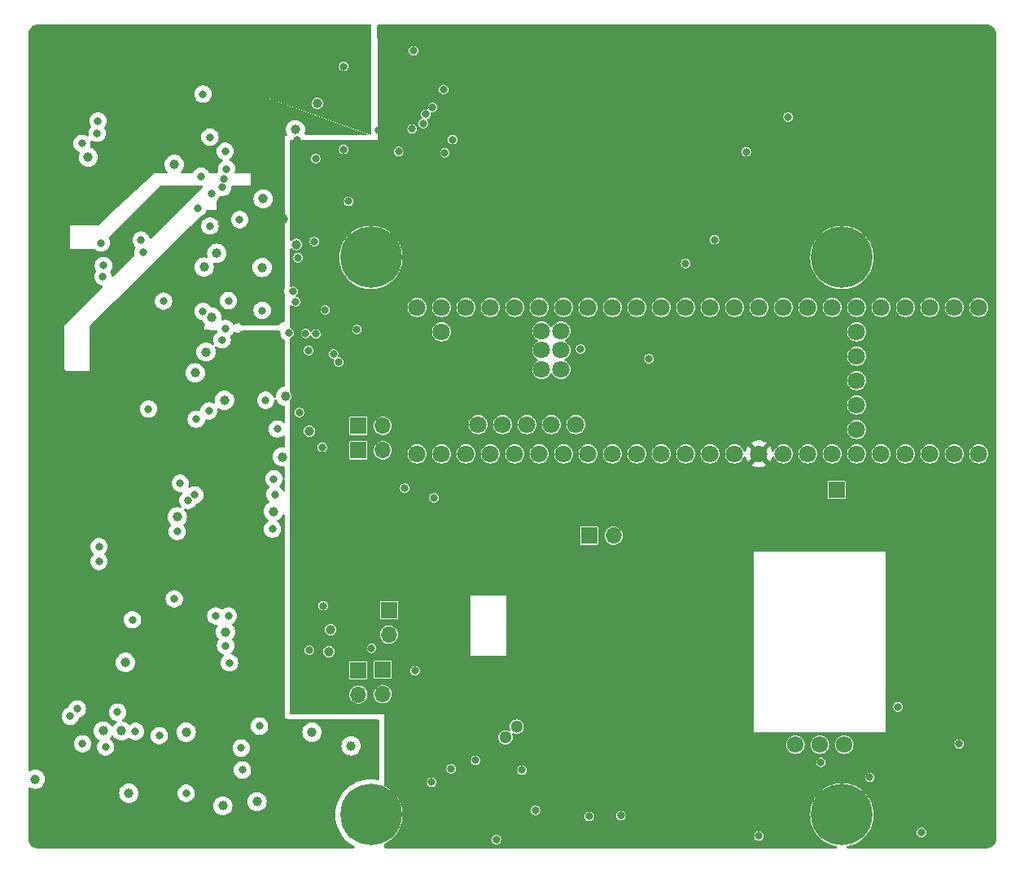
<source format=gbr>
%TF.GenerationSoftware,KiCad,Pcbnew,7.0.6*%
%TF.CreationDate,2024-05-03T22:58:31-04:00*%
%TF.ProjectId,mainbox_baclup,6d61696e-626f-4785-9f62-61636c75702e,rev?*%
%TF.SameCoordinates,Original*%
%TF.FileFunction,Copper,L3,Inr*%
%TF.FilePolarity,Positive*%
%FSLAX46Y46*%
G04 Gerber Fmt 4.6, Leading zero omitted, Abs format (unit mm)*
G04 Created by KiCad (PCBNEW 7.0.6) date 2024-05-03 22:58:31*
%MOMM*%
%LPD*%
G01*
G04 APERTURE LIST*
%TA.AperFunction,ComponentPad*%
%ADD10C,1.800000*%
%TD*%
%TA.AperFunction,ComponentPad*%
%ADD11C,6.400000*%
%TD*%
%TA.AperFunction,ComponentPad*%
%ADD12C,1.300000*%
%TD*%
%TA.AperFunction,ComponentPad*%
%ADD13R,1.700000X1.700000*%
%TD*%
%TA.AperFunction,ComponentPad*%
%ADD14O,1.700000X1.700000*%
%TD*%
%TA.AperFunction,ComponentPad*%
%ADD15C,1.725000*%
%TD*%
%TA.AperFunction,ViaPad*%
%ADD16C,0.800000*%
%TD*%
%TA.AperFunction,ViaPad*%
%ADD17C,1.000000*%
%TD*%
G04 APERTURE END LIST*
D10*
%TO.N,Net-(IC1-A1)*%
%TO.C,U5*%
X167132000Y-92202000D03*
%TO.N,Net-(IC9-A8)*%
X169672000Y-92202000D03*
%TO.N,Net-(IC9-A7)*%
X172212000Y-92202000D03*
%TO.N,Net-(IC9-A6)*%
X174752000Y-92202000D03*
%TO.N,3v3*%
X200152000Y-92202000D03*
%TO.N,unconnected-(U5-3.3V__1-Pad3.3V_2)*%
X169672000Y-76962000D03*
%TO.N,unconnected-(U5-3.3V__2-Pad3.3V_3)*%
X210312000Y-87122000D03*
%TO.N,Net-(IC9-A5)*%
X177292000Y-92202000D03*
%TO.N,unconnected-(U5-IN2-Pad5)*%
X179832000Y-92202000D03*
%TO.N,unconnected-(U5-Pad5V)*%
X170942000Y-89152000D03*
%TO.N,unconnected-(U5-OUT1D-Pad6)*%
X182372000Y-92202000D03*
%TO.N,unconnected-(U5-RX2-Pad7)*%
X184912000Y-92202000D03*
%TO.N,unconnected-(U5-TX2-Pad8)*%
X187452000Y-92202000D03*
%TO.N,unconnected-(U5-OUT1C-Pad9)*%
X189992000Y-92202000D03*
%TO.N,unconnected-(U5-CS1-Pad10)*%
X192532000Y-92202000D03*
%TO.N,unconnected-(U5-MOSI-Pad11)*%
X195072000Y-92202000D03*
%TO.N,unconnected-(U5-MISO-Pad12)*%
X197612000Y-92202000D03*
%TO.N,unconnected-(U5-SCK-Pad13)*%
X197612000Y-76962000D03*
%TO.N,unconnected-(U5-A0-Pad14)*%
X195072000Y-76962000D03*
%TO.N,doutlcd*%
X192532000Y-76962000D03*
%TO.N,Net-(IC9-A1)*%
X189992000Y-76962000D03*
%TO.N,Net-(IC9-A2)*%
X187452000Y-76962000D03*
%TO.N,SDA*%
X184912000Y-76962000D03*
%TO.N,SCL*%
X182372000Y-76962000D03*
%TO.N,unconnected-(U5-A6-Pad20)*%
X179832000Y-76962000D03*
%TO.N,unconnected-(U5-A7-Pad21)*%
X177292000Y-76962000D03*
%TO.N,unconnected-(U5-A8-Pad22)*%
X174752000Y-76962000D03*
%TO.N,unconnected-(U5-A9-Pad23)*%
X172212000Y-76962000D03*
%TO.N,Net-(IC9-A4)*%
X202692000Y-92202000D03*
%TO.N,Net-(IC9-A3)*%
X205232000Y-92202000D03*
%TO.N,unconnected-(U5-A12-Pad26)*%
X207772000Y-92202000D03*
%TO.N,unconnected-(U5-A13-Pad27)*%
X210312000Y-92202000D03*
%TO.N,unconnected-(U5-RX7-Pad28)*%
X212852000Y-92202000D03*
%TO.N,unconnected-(U5-TX7-Pad29)*%
X215392000Y-92202000D03*
%TO.N,unconnected-(U5-CRX3-Pad30)*%
X217932000Y-92202000D03*
%TO.N,S4*%
X220472000Y-92202000D03*
%TO.N,S3*%
X223012000Y-92202000D03*
%TO.N,S2*%
X223012000Y-76962000D03*
%TO.N,S1*%
X220472000Y-76962000D03*
%TO.N,Net-(IC2-A7)*%
X217932000Y-76962000D03*
%TO.N,Net-(IC2-A6)*%
X215392000Y-76962000D03*
%TO.N,Net-(IC2-A5)*%
X212852000Y-76962000D03*
%TO.N,Net-(IC2-A4)*%
X210312000Y-76962000D03*
%TO.N,Net-(IC2-A3)*%
X207772000Y-76962000D03*
%TO.N,Net-(IC2-A2)*%
X205232000Y-76962000D03*
%TO.N,Net-(IC2-A1)*%
X202692000Y-76962000D03*
%TO.N,unconnected-(U5-PadD+)*%
X176022000Y-89152000D03*
%TO.N,unconnected-(U5-PadD-)*%
X173482000Y-89152000D03*
%TO.N,gndt*%
X164592000Y-92202000D03*
X200152000Y-76962000D03*
X167132000Y-76962000D03*
X210312000Y-84582000D03*
X179562000Y-81412000D03*
%TO.N,led*%
X177562000Y-81412000D03*
%TO.N,unconnected-(U5-PadON{slash}OFF)*%
X210312000Y-79502000D03*
%TO.N,unconnected-(U5-PadPROGRAM)*%
X210312000Y-82042000D03*
%TO.N,Rd+*%
X177562000Y-79412000D03*
%TO.N,Rd-*%
X179562000Y-79412000D03*
%TO.N,Td+*%
X179562000Y-83412000D03*
%TO.N,Td-*%
X177562000Y-83412000D03*
%TO.N,gndt*%
X178562000Y-89152000D03*
X181102000Y-89152000D03*
%TO.N,Net-(J6-Pin_1)*%
X210312000Y-89662000D03*
%TO.N,5vin*%
X164592000Y-76962000D03*
%TO.N,unconnected-(U5-PadVUSB)*%
X167132000Y-79502000D03*
%TD*%
D11*
%TO.N,N/C*%
%TO.C,H1*%
X208788000Y-71755000D03*
%TD*%
%TO.N,N/C*%
%TO.C,H3*%
X159788000Y-129755000D03*
%TD*%
D12*
%TO.N,gndt*%
%TO.C,IC8*%
X173794000Y-121714000D03*
X174954000Y-120594000D03*
%TD*%
D13*
%TO.N,Net-(IC8-DIO6{slash}~{RTS})*%
%TO.C,J9*%
X182499000Y-100711000D03*
D14*
%TO.N,Net-(IC8-DIO9{slash}ON{slash}~{SLEEP})*%
X185039000Y-100711000D03*
%TD*%
D13*
%TO.N,Net-(J5-Pin_1)*%
%TO.C,J8*%
X161671000Y-108458000D03*
D14*
%TO.N,Net-(J5-Pin_2)*%
X161671000Y-110998000D03*
%TD*%
D13*
%TO.N,r2*%
%TO.C,J11*%
X158491000Y-91821000D03*
D14*
%TO.N,t2*%
X161031000Y-91821000D03*
%TD*%
D15*
%TO.N,Net-(PS1-+VIN)*%
%TO.C,PS1*%
X203962000Y-122465000D03*
%TO.N,gndt*%
X206502000Y-122465000D03*
%TO.N,Vcc*%
X209042000Y-122465000D03*
%TD*%
D13*
%TO.N,Net-(J6-Pin_1)*%
%TO.C,J6*%
X208229200Y-95961200D03*
%TD*%
%TO.N,unconnected-(J2-Pin_1-Pad1)*%
%TO.C,J2*%
X158491000Y-89281000D03*
D14*
%TO.N,r3*%
X161031000Y-89281000D03*
%TD*%
D13*
%TO.N,unconnected-(J4-Pin_1-Pad1)*%
%TO.C,J4*%
X161036000Y-114676000D03*
D14*
%TO.N,TXD3*%
X161036000Y-117216000D03*
%TD*%
D11*
%TO.N,N/C*%
%TO.C,H2*%
X159788000Y-71755000D03*
%TD*%
D13*
%TO.N,Net-(J5-Pin_1)*%
%TO.C,J5*%
X158498000Y-114709000D03*
D14*
%TO.N,Net-(J5-Pin_2)*%
X158498000Y-117249000D03*
%TD*%
D11*
%TO.N,N/C*%
%TO.C,H4*%
X208788000Y-129755000D03*
%TD*%
D16*
%TO.N,2.5vsg*%
X149809200Y-96418400D03*
X144678400Y-112166400D03*
X143662400Y-109067600D03*
X132207000Y-122682000D03*
X133451600Y-119075200D03*
%TO.N,3v3*%
X152146000Y-59537600D03*
X159258000Y-65913000D03*
X162356800Y-86360000D03*
X163576000Y-80721200D03*
X160578800Y-58521600D03*
X167690800Y-52984400D03*
D17*
%TO.N,5vadc*%
X150926800Y-86207600D03*
X143256000Y-77978000D03*
X142443200Y-72749500D03*
X154228800Y-55727600D03*
X144678400Y-110744000D03*
X141528800Y-83769200D03*
X144576800Y-86614000D03*
X139649200Y-98755200D03*
X133858000Y-121031000D03*
X149656800Y-98196400D03*
X142646400Y-81584800D03*
X155600400Y-110490000D03*
X150571200Y-92506800D03*
X152044400Y-70408800D03*
X148488400Y-72798499D03*
X143764000Y-71323200D03*
D16*
%TO.N,SCL2*%
X151688800Y-75285600D03*
X155911000Y-81788656D03*
D17*
%TO.N,5vanalog*%
X153416000Y-89814400D03*
X155448000Y-112776000D03*
X151942800Y-58462800D03*
X134264400Y-113893600D03*
X148590000Y-65659000D03*
X139344400Y-62077600D03*
X130403600Y-61315600D03*
%TO.N,5vin*%
X130805500Y-71526400D03*
X129921000Y-125476000D03*
X150723600Y-67716400D03*
X158750000Y-125476000D03*
X130403600Y-127609600D03*
D16*
%TO.N,hall1*%
X144373600Y-64465200D03*
X131318000Y-58826400D03*
%TO.N,hall2*%
X131419600Y-57556400D03*
X144475200Y-63550800D03*
%TO.N,enc1*%
X131927600Y-73761600D03*
X146151600Y-67818000D03*
%TO.N,enc2*%
X144780000Y-62534800D03*
X131978400Y-72593200D03*
%TO.N,enc3*%
X131724400Y-70256400D03*
X142138400Y-63296800D03*
%TO.N,aux1.2*%
X150063200Y-89611200D03*
X131521200Y-101854000D03*
%TO.N,aux1.1*%
X131521200Y-103378000D03*
X141630400Y-88595200D03*
%TO.N,SDA2*%
X152196800Y-71780400D03*
X156464000Y-82651600D03*
%TO.N,AR4*%
X144322800Y-80314800D03*
X144678400Y-79146400D03*
%TO.N,auxsg*%
X154076400Y-79705200D03*
X141478000Y-96469200D03*
%TO.N,AR5*%
X151282400Y-79603600D03*
X156972000Y-60502800D03*
%TO.N,steerCol*%
X153009600Y-79654400D03*
X140766800Y-97028000D03*
%TO.N,5.2v*%
X146431000Y-125095000D03*
X129257000Y-118745000D03*
D17*
X140589000Y-121158000D03*
X131953000Y-121031000D03*
D16*
%TO.N,Vcc*%
X168148000Y-124968000D03*
X166116000Y-126365000D03*
%TO.N,Dout*%
X176911000Y-129286000D03*
X159867600Y-112420400D03*
X164388800Y-114757200D03*
X175514000Y-125095000D03*
%TO.N,daux2*%
X136093200Y-71221600D03*
X141782800Y-66649600D03*
%TO.N,daux1*%
X143205200Y-65125600D03*
X135890000Y-69951600D03*
%TO.N,SDA*%
X168300400Y-59486800D03*
%TO.N,SCL*%
X167487600Y-60858400D03*
%TO.N,doutlcd*%
X195529200Y-69900800D03*
X167356348Y-54280034D03*
X198831200Y-60756800D03*
X203200000Y-57150000D03*
%TO.N,S1*%
X166217600Y-56134000D03*
%TO.N,S2*%
X165506400Y-56845200D03*
%TO.N,S3*%
X165252400Y-57810400D03*
%TO.N,S4*%
X164084000Y-58369200D03*
%TO.N,Net-(IC1-A1)*%
X162687000Y-60731400D03*
%TO.N,gndt*%
X145084800Y-113944400D03*
X151942800Y-76352400D03*
X182499000Y-129921000D03*
X170688000Y-124079000D03*
X143052800Y-59232800D03*
X154838400Y-108000800D03*
X158343600Y-79248000D03*
X152349200Y-87884000D03*
X211683600Y-125851500D03*
X164236400Y-50241200D03*
D17*
X153670000Y-121158000D03*
D16*
X139954000Y-95250000D03*
X135308656Y-121084656D03*
X172847000Y-132334000D03*
X157480000Y-65913000D03*
X143052800Y-68478400D03*
X129743200Y-59893200D03*
X142341600Y-77368400D03*
X139344400Y-107289600D03*
X214630000Y-118516400D03*
X181610000Y-81280000D03*
X155041600Y-77216000D03*
X148209000Y-120523000D03*
X153365200Y-112623600D03*
X217068400Y-131597400D03*
X138226800Y-76301600D03*
X148844000Y-86614000D03*
X144983200Y-76250800D03*
D17*
X144399000Y-128825500D03*
X157734000Y-122591300D03*
D16*
X137795000Y-121516500D03*
X185801000Y-129839000D03*
X149707600Y-94792800D03*
X128524000Y-119507000D03*
X148488400Y-77266800D03*
X142341600Y-54762400D03*
X192532000Y-72390000D03*
X206603600Y-124307600D03*
X153924000Y-70104000D03*
D17*
X147955000Y-128397000D03*
D16*
X140589000Y-127508000D03*
X146304000Y-122809000D03*
X135001000Y-109461000D03*
X129807037Y-122369746D03*
X139649200Y-100279200D03*
X154736800Y-91490800D03*
X149555200Y-100025200D03*
X136652000Y-87528400D03*
X153314400Y-81432400D03*
X154051000Y-61468000D03*
X144983200Y-109067600D03*
X156972000Y-51866800D03*
X200152000Y-131953000D03*
X144645000Y-60698000D03*
X142951200Y-87731600D03*
X220980000Y-122377200D03*
D17*
X124875796Y-126047478D03*
X134620000Y-127508000D03*
D16*
%TO.N,led*%
X188722000Y-82296000D03*
%TO.N,r3*%
X166370000Y-96774000D03*
%TO.N,t2*%
X163322000Y-95758000D03*
%TD*%
%TA.AperFunction,Conductor*%
%TO.N,3v3*%
G36*
X223843324Y-47498893D02*
G01*
X223885263Y-47502556D01*
X224012675Y-47515113D01*
X224032565Y-47518730D01*
X224097807Y-47536202D01*
X224192516Y-47564918D01*
X224208928Y-47571194D01*
X224275425Y-47602192D01*
X224278405Y-47603682D01*
X224334344Y-47633574D01*
X224363332Y-47649064D01*
X224369673Y-47652958D01*
X224435121Y-47698775D01*
X224438893Y-47701636D01*
X224480904Y-47736105D01*
X224511867Y-47761510D01*
X224516359Y-47765580D01*
X224563271Y-47812483D01*
X224573267Y-47822477D01*
X224577356Y-47826987D01*
X224637249Y-47899953D01*
X224640111Y-47903725D01*
X224652945Y-47922050D01*
X224685940Y-47969163D01*
X224689825Y-47975487D01*
X224735211Y-48060379D01*
X224736724Y-48063405D01*
X224767732Y-48129892D01*
X224774011Y-48146299D01*
X224802746Y-48240999D01*
X224820219Y-48306198D01*
X224823848Y-48326138D01*
X224836685Y-48456402D01*
X224840064Y-48495002D01*
X224840300Y-48500412D01*
X224840300Y-132236385D01*
X224840064Y-132241791D01*
X224836336Y-132284399D01*
X224823875Y-132410885D01*
X224820248Y-132430815D01*
X224802462Y-132497208D01*
X224774108Y-132590682D01*
X224767830Y-132607091D01*
X224736475Y-132674337D01*
X224734963Y-132677362D01*
X224690026Y-132761439D01*
X224686132Y-132767779D01*
X224639890Y-132833825D01*
X224637028Y-132837598D01*
X224577678Y-132909923D01*
X224573590Y-132914434D01*
X224516208Y-132971820D01*
X224511698Y-132975909D01*
X224439367Y-133035276D01*
X224435596Y-133038137D01*
X224369571Y-133084375D01*
X224363230Y-133088270D01*
X224279139Y-133133225D01*
X224276116Y-133134736D01*
X224208886Y-133166093D01*
X224192476Y-133172373D01*
X224098993Y-133200738D01*
X224032625Y-133218527D01*
X224012690Y-133222156D01*
X223885698Y-133234676D01*
X223843671Y-133238356D01*
X223838266Y-133238593D01*
X209402683Y-133239940D01*
X209335641Y-133220262D01*
X209289881Y-133167462D01*
X209279931Y-133098304D01*
X209308950Y-133034746D01*
X209367725Y-132996966D01*
X209375987Y-132994845D01*
X209669595Y-132930218D01*
X210007728Y-132816288D01*
X210331562Y-132666466D01*
X210609865Y-132499017D01*
X210637277Y-132482524D01*
X210637281Y-132482521D01*
X210637298Y-132482511D01*
X210921353Y-132266578D01*
X211180397Y-132021199D01*
X211411392Y-131749251D01*
X211514350Y-131597399D01*
X216572856Y-131597399D01*
X216592928Y-131737006D01*
X216592930Y-131737014D01*
X216651519Y-131865307D01*
X216651521Y-131865309D01*
X216651522Y-131865311D01*
X216743888Y-131971907D01*
X216743890Y-131971908D01*
X216743889Y-131971908D01*
X216862545Y-132048164D01*
X216997874Y-132087899D01*
X216997876Y-132087900D01*
X216997877Y-132087900D01*
X217138924Y-132087900D01*
X217138924Y-132087899D01*
X217274253Y-132048164D01*
X217274254Y-132048164D01*
X217316213Y-132021199D01*
X217392912Y-131971907D01*
X217485278Y-131865311D01*
X217543871Y-131737011D01*
X217563944Y-131597400D01*
X217543871Y-131457789D01*
X217531231Y-131430111D01*
X217485280Y-131329492D01*
X217485278Y-131329490D01*
X217485278Y-131329489D01*
X217392912Y-131222893D01*
X217392909Y-131222891D01*
X217392910Y-131222891D01*
X217274254Y-131146635D01*
X217138925Y-131106900D01*
X217138923Y-131106900D01*
X216997877Y-131106900D01*
X216997874Y-131106900D01*
X216862546Y-131146635D01*
X216862545Y-131146635D01*
X216743889Y-131222891D01*
X216651522Y-131329489D01*
X216651519Y-131329492D01*
X216592930Y-131457785D01*
X216592928Y-131457793D01*
X216572856Y-131597399D01*
X211514350Y-131597399D01*
X211605814Y-131462500D01*
X211611621Y-131453936D01*
X211611622Y-131453932D01*
X211611630Y-131453922D01*
X211778763Y-131138674D01*
X211910833Y-130807205D01*
X212006290Y-130463399D01*
X212028242Y-130329499D01*
X212064014Y-130111302D01*
X212064014Y-130111299D01*
X212064016Y-130111288D01*
X212083333Y-129755000D01*
X212064016Y-129398712D01*
X212062298Y-129388235D01*
X212006292Y-129046613D01*
X212006291Y-129046612D01*
X212006290Y-129046601D01*
X211910833Y-128702795D01*
X211778763Y-128371326D01*
X211611630Y-128056078D01*
X211611625Y-128056070D01*
X211611621Y-128056063D01*
X211411393Y-127760750D01*
X211411385Y-127760740D01*
X211180397Y-127488801D01*
X210921354Y-127243422D01*
X210921353Y-127243421D01*
X210763620Y-127123517D01*
X210637298Y-127027489D01*
X210637292Y-127027485D01*
X210637277Y-127027475D01*
X210331566Y-126843536D01*
X210331553Y-126843529D01*
X210007738Y-126693716D01*
X210007733Y-126693714D01*
X210007728Y-126693712D01*
X209827265Y-126632907D01*
X209669594Y-126579781D01*
X209321124Y-126503077D01*
X208966407Y-126464500D01*
X208966406Y-126464500D01*
X208609594Y-126464500D01*
X208609592Y-126464500D01*
X208254875Y-126503077D01*
X207906405Y-126579781D01*
X207645022Y-126667851D01*
X207568272Y-126693712D01*
X207568269Y-126693713D01*
X207568261Y-126693716D01*
X207244446Y-126843529D01*
X207244433Y-126843536D01*
X206938722Y-127027475D01*
X206938706Y-127027486D01*
X206654646Y-127243421D01*
X206654645Y-127243422D01*
X206395602Y-127488801D01*
X206164614Y-127760740D01*
X206164606Y-127760750D01*
X205964378Y-128056063D01*
X205797234Y-128371332D01*
X205797232Y-128371335D01*
X205665165Y-128702799D01*
X205665163Y-128702805D01*
X205569713Y-129046587D01*
X205569707Y-129046613D01*
X205511985Y-129398697D01*
X205511984Y-129398714D01*
X205492666Y-129754997D01*
X205492666Y-129755002D01*
X205509236Y-130060606D01*
X205511746Y-130106907D01*
X205511984Y-130111285D01*
X205511985Y-130111302D01*
X205569707Y-130463386D01*
X205569713Y-130463412D01*
X205665163Y-130807194D01*
X205665165Y-130807200D01*
X205797232Y-131138664D01*
X205797234Y-131138667D01*
X205797237Y-131138674D01*
X205964370Y-131453922D01*
X205964372Y-131453925D01*
X205964378Y-131453936D01*
X206164606Y-131749249D01*
X206164614Y-131749259D01*
X206395602Y-132021198D01*
X206654645Y-132266577D01*
X206654646Y-132266578D01*
X206734799Y-132327508D01*
X206938702Y-132482511D01*
X206938710Y-132482516D01*
X206938722Y-132482524D01*
X207239537Y-132663517D01*
X207244438Y-132666466D01*
X207244442Y-132666467D01*
X207244446Y-132666470D01*
X207500132Y-132784763D01*
X207568272Y-132816288D01*
X207906405Y-132930218D01*
X208200506Y-132994954D01*
X208261746Y-133028590D01*
X208295080Y-133089995D01*
X208289924Y-133159674D01*
X208247915Y-133215505D01*
X208182391Y-133239760D01*
X208173861Y-133240055D01*
X161312412Y-133244430D01*
X161245370Y-133224752D01*
X161199610Y-133171952D01*
X161188400Y-133120430D01*
X161188400Y-132811958D01*
X161208085Y-132744919D01*
X161260332Y-132699420D01*
X161331562Y-132666466D01*
X161331574Y-132666459D01*
X161637277Y-132482524D01*
X161637281Y-132482521D01*
X161637298Y-132482511D01*
X161832661Y-132334000D01*
X172351456Y-132334000D01*
X172371528Y-132473606D01*
X172371530Y-132473614D01*
X172430119Y-132601907D01*
X172430121Y-132601909D01*
X172430122Y-132601911D01*
X172522488Y-132708507D01*
X172522490Y-132708508D01*
X172522489Y-132708508D01*
X172641145Y-132784764D01*
X172776474Y-132824499D01*
X172776476Y-132824500D01*
X172776477Y-132824500D01*
X172917524Y-132824500D01*
X172917524Y-132824499D01*
X173052853Y-132784764D01*
X173052854Y-132784764D01*
X173089149Y-132761439D01*
X173171512Y-132708507D01*
X173263878Y-132601911D01*
X173322471Y-132473611D01*
X173342544Y-132334000D01*
X173322471Y-132194389D01*
X173275992Y-132092614D01*
X173263880Y-132066092D01*
X173263878Y-132066090D01*
X173263878Y-132066089D01*
X173171512Y-131959493D01*
X173171509Y-131959491D01*
X173171510Y-131959491D01*
X173161408Y-131952999D01*
X199656456Y-131952999D01*
X199676528Y-132092606D01*
X199676530Y-132092614D01*
X199735119Y-132220907D01*
X199735121Y-132220909D01*
X199735122Y-132220911D01*
X199827488Y-132327507D01*
X199827490Y-132327508D01*
X199827489Y-132327508D01*
X199946145Y-132403764D01*
X200081474Y-132443499D01*
X200081476Y-132443500D01*
X200081477Y-132443500D01*
X200222524Y-132443500D01*
X200222524Y-132443499D01*
X200327606Y-132412645D01*
X200357853Y-132403764D01*
X200357854Y-132403764D01*
X200466409Y-132334000D01*
X200476512Y-132327507D01*
X200568878Y-132220911D01*
X200627471Y-132092611D01*
X200647544Y-131953000D01*
X200627471Y-131813389D01*
X200598179Y-131749249D01*
X200568880Y-131685092D01*
X200568878Y-131685090D01*
X200568878Y-131685089D01*
X200476512Y-131578493D01*
X200476509Y-131578491D01*
X200476510Y-131578491D01*
X200357854Y-131502235D01*
X200222525Y-131462500D01*
X200222523Y-131462500D01*
X200081477Y-131462500D01*
X200081474Y-131462500D01*
X199946146Y-131502235D01*
X199946145Y-131502235D01*
X199827489Y-131578491D01*
X199735122Y-131685089D01*
X199735119Y-131685092D01*
X199676530Y-131813385D01*
X199676528Y-131813393D01*
X199656456Y-131952999D01*
X173161408Y-131952999D01*
X173052854Y-131883235D01*
X172917525Y-131843500D01*
X172917523Y-131843500D01*
X172776477Y-131843500D01*
X172776474Y-131843500D01*
X172641146Y-131883235D01*
X172641145Y-131883235D01*
X172522489Y-131959491D01*
X172430122Y-132066089D01*
X172430119Y-132066092D01*
X172371530Y-132194385D01*
X172371528Y-132194393D01*
X172351456Y-132334000D01*
X161832661Y-132334000D01*
X161921353Y-132266578D01*
X162180397Y-132021199D01*
X162411392Y-131749251D01*
X162605814Y-131462500D01*
X162611621Y-131453936D01*
X162611622Y-131453932D01*
X162611630Y-131453922D01*
X162778763Y-131138674D01*
X162910833Y-130807205D01*
X163006290Y-130463399D01*
X163028242Y-130329499D01*
X163064014Y-130111302D01*
X163064014Y-130111299D01*
X163064016Y-130111288D01*
X163074333Y-129921000D01*
X182003456Y-129921000D01*
X182023528Y-130060606D01*
X182023530Y-130060614D01*
X182082119Y-130188907D01*
X182082121Y-130188909D01*
X182082122Y-130188911D01*
X182174488Y-130295507D01*
X182174490Y-130295508D01*
X182174489Y-130295508D01*
X182293145Y-130371764D01*
X182428474Y-130411499D01*
X182428476Y-130411500D01*
X182428477Y-130411500D01*
X182569524Y-130411500D01*
X182569524Y-130411499D01*
X182704853Y-130371764D01*
X182704854Y-130371764D01*
X182770620Y-130329499D01*
X182823512Y-130295507D01*
X182915878Y-130188911D01*
X182974471Y-130060611D01*
X182994544Y-129921000D01*
X182982754Y-129839000D01*
X185305456Y-129839000D01*
X185325528Y-129978606D01*
X185325530Y-129978614D01*
X185384119Y-130106907D01*
X185384121Y-130106909D01*
X185384122Y-130106911D01*
X185476488Y-130213507D01*
X185476490Y-130213508D01*
X185476489Y-130213508D01*
X185595145Y-130289764D01*
X185730474Y-130329499D01*
X185730476Y-130329500D01*
X185730477Y-130329500D01*
X185871524Y-130329500D01*
X185871524Y-130329499D01*
X186006853Y-130289764D01*
X186006854Y-130289764D01*
X186125510Y-130213508D01*
X186125509Y-130213508D01*
X186125512Y-130213507D01*
X186217878Y-130106911D01*
X186276471Y-129978611D01*
X186296544Y-129839000D01*
X186276471Y-129699389D01*
X186255326Y-129653089D01*
X186217880Y-129571092D01*
X186217878Y-129571090D01*
X186217878Y-129571089D01*
X186125512Y-129464493D01*
X186125509Y-129464491D01*
X186125510Y-129464491D01*
X186006854Y-129388235D01*
X185871525Y-129348500D01*
X185871523Y-129348500D01*
X185730477Y-129348500D01*
X185730474Y-129348500D01*
X185595146Y-129388235D01*
X185595145Y-129388235D01*
X185476489Y-129464491D01*
X185384122Y-129571089D01*
X185384119Y-129571092D01*
X185325530Y-129699385D01*
X185325528Y-129699393D01*
X185305456Y-129839000D01*
X182982754Y-129839000D01*
X182974471Y-129781389D01*
X182954091Y-129736763D01*
X182915880Y-129653092D01*
X182915878Y-129653090D01*
X182915878Y-129653089D01*
X182823512Y-129546493D01*
X182823509Y-129546491D01*
X182823510Y-129546491D01*
X182704854Y-129470235D01*
X182569525Y-129430500D01*
X182569523Y-129430500D01*
X182428477Y-129430500D01*
X182428474Y-129430500D01*
X182293146Y-129470235D01*
X182293145Y-129470235D01*
X182174489Y-129546491D01*
X182082122Y-129653089D01*
X182082119Y-129653092D01*
X182023530Y-129781385D01*
X182023528Y-129781393D01*
X182003456Y-129921000D01*
X163074333Y-129921000D01*
X163083333Y-129755000D01*
X163064016Y-129398712D01*
X163062298Y-129388235D01*
X163045537Y-129285999D01*
X176415456Y-129285999D01*
X176435528Y-129425606D01*
X176435530Y-129425614D01*
X176494119Y-129553907D01*
X176494121Y-129553909D01*
X176494122Y-129553911D01*
X176586488Y-129660507D01*
X176586490Y-129660508D01*
X176586489Y-129660508D01*
X176705145Y-129736764D01*
X176840474Y-129776499D01*
X176840476Y-129776500D01*
X176840477Y-129776500D01*
X176981524Y-129776500D01*
X176981524Y-129776499D01*
X177116853Y-129736764D01*
X177116854Y-129736764D01*
X177175005Y-129699393D01*
X177235512Y-129660507D01*
X177327878Y-129553911D01*
X177386471Y-129425611D01*
X177406544Y-129286000D01*
X177386471Y-129146389D01*
X177340905Y-129046613D01*
X177327880Y-129018092D01*
X177327878Y-129018090D01*
X177327878Y-129018089D01*
X177235512Y-128911493D01*
X177235509Y-128911491D01*
X177235510Y-128911491D01*
X177116854Y-128835235D01*
X176981525Y-128795500D01*
X176981523Y-128795500D01*
X176840477Y-128795500D01*
X176840474Y-128795500D01*
X176705146Y-128835235D01*
X176705145Y-128835235D01*
X176586489Y-128911491D01*
X176494122Y-129018089D01*
X176494119Y-129018092D01*
X176435530Y-129146385D01*
X176435528Y-129146393D01*
X176415456Y-129285999D01*
X163045537Y-129285999D01*
X163006292Y-129046613D01*
X163006291Y-129046612D01*
X163006290Y-129046601D01*
X162910833Y-128702795D01*
X162778763Y-128371326D01*
X162611630Y-128056078D01*
X162611625Y-128056070D01*
X162611621Y-128056063D01*
X162411393Y-127760750D01*
X162411385Y-127760740D01*
X162180397Y-127488801D01*
X161921354Y-127243422D01*
X161921353Y-127243421D01*
X161763620Y-127123517D01*
X161637298Y-127027489D01*
X161637292Y-127027485D01*
X161637277Y-127027475D01*
X161331566Y-126843536D01*
X161331553Y-126843529D01*
X161260334Y-126810580D01*
X161207756Y-126764566D01*
X161188400Y-126698041D01*
X161188400Y-126365000D01*
X165620456Y-126365000D01*
X165640528Y-126504606D01*
X165640530Y-126504614D01*
X165699119Y-126632907D01*
X165699121Y-126632909D01*
X165699122Y-126632911D01*
X165791488Y-126739507D01*
X165791490Y-126739508D01*
X165791489Y-126739508D01*
X165910145Y-126815764D01*
X166045474Y-126855499D01*
X166045476Y-126855500D01*
X166045477Y-126855500D01*
X166186524Y-126855500D01*
X166186524Y-126855499D01*
X166321853Y-126815764D01*
X166321854Y-126815764D01*
X166329921Y-126810580D01*
X166440512Y-126739507D01*
X166532878Y-126632911D01*
X166591471Y-126504611D01*
X166611544Y-126365000D01*
X166591471Y-126225389D01*
X166578831Y-126197711D01*
X166532880Y-126097092D01*
X166532878Y-126097090D01*
X166532878Y-126097089D01*
X166440512Y-125990493D01*
X166440509Y-125990491D01*
X166440510Y-125990491D01*
X166321854Y-125914235D01*
X166186525Y-125874500D01*
X166186523Y-125874500D01*
X166045477Y-125874500D01*
X166045474Y-125874500D01*
X165910146Y-125914235D01*
X165910145Y-125914235D01*
X165791489Y-125990491D01*
X165699122Y-126097089D01*
X165699119Y-126097092D01*
X165640530Y-126225385D01*
X165640528Y-126225393D01*
X165620456Y-126365000D01*
X161188400Y-126365000D01*
X161188400Y-125851499D01*
X211188056Y-125851499D01*
X211208128Y-125991106D01*
X211208130Y-125991114D01*
X211266719Y-126119407D01*
X211266721Y-126119409D01*
X211266722Y-126119411D01*
X211359088Y-126226007D01*
X211359090Y-126226008D01*
X211359089Y-126226008D01*
X211477745Y-126302264D01*
X211613074Y-126341999D01*
X211613076Y-126342000D01*
X211613077Y-126342000D01*
X211754124Y-126342000D01*
X211754124Y-126341999D01*
X211889453Y-126302264D01*
X211889454Y-126302264D01*
X212008110Y-126226008D01*
X212008109Y-126226008D01*
X212008112Y-126226007D01*
X212100478Y-126119411D01*
X212159071Y-125991111D01*
X212179144Y-125851500D01*
X212159071Y-125711889D01*
X212146431Y-125684211D01*
X212100480Y-125583592D01*
X212100478Y-125583590D01*
X212100478Y-125583589D01*
X212008112Y-125476993D01*
X212008109Y-125476991D01*
X212008110Y-125476991D01*
X211889454Y-125400735D01*
X211754125Y-125361000D01*
X211754123Y-125361000D01*
X211613077Y-125361000D01*
X211613074Y-125361000D01*
X211477746Y-125400735D01*
X211477745Y-125400735D01*
X211359089Y-125476991D01*
X211266722Y-125583589D01*
X211266719Y-125583592D01*
X211208130Y-125711885D01*
X211208128Y-125711893D01*
X211188056Y-125851499D01*
X161188400Y-125851499D01*
X161188400Y-124968000D01*
X167652456Y-124968000D01*
X167672528Y-125107606D01*
X167672530Y-125107614D01*
X167731119Y-125235907D01*
X167731121Y-125235909D01*
X167731122Y-125235911D01*
X167823488Y-125342507D01*
X167823490Y-125342508D01*
X167823489Y-125342508D01*
X167942145Y-125418764D01*
X168077474Y-125458499D01*
X168077476Y-125458500D01*
X168077477Y-125458500D01*
X168218524Y-125458500D01*
X168218524Y-125458499D01*
X168353853Y-125418764D01*
X168353854Y-125418764D01*
X168381905Y-125400737D01*
X168472512Y-125342507D01*
X168564878Y-125235911D01*
X168623471Y-125107611D01*
X168625284Y-125095000D01*
X175018456Y-125095000D01*
X175038528Y-125234606D01*
X175038530Y-125234614D01*
X175097119Y-125362907D01*
X175097121Y-125362909D01*
X175097122Y-125362911D01*
X175189488Y-125469507D01*
X175189490Y-125469508D01*
X175189489Y-125469508D01*
X175308145Y-125545764D01*
X175443474Y-125585499D01*
X175443476Y-125585500D01*
X175443477Y-125585500D01*
X175584524Y-125585500D01*
X175584524Y-125585499D01*
X175719853Y-125545764D01*
X175719854Y-125545764D01*
X175826864Y-125476993D01*
X175838512Y-125469507D01*
X175930878Y-125362911D01*
X175989471Y-125234611D01*
X176009544Y-125095000D01*
X175989471Y-124955389D01*
X175931470Y-124828385D01*
X175930880Y-124827092D01*
X175930878Y-124827090D01*
X175930878Y-124827089D01*
X175838512Y-124720493D01*
X175838509Y-124720491D01*
X175838510Y-124720491D01*
X175719854Y-124644235D01*
X175584525Y-124604500D01*
X175584523Y-124604500D01*
X175443477Y-124604500D01*
X175443474Y-124604500D01*
X175308146Y-124644235D01*
X175308145Y-124644235D01*
X175189489Y-124720491D01*
X175097122Y-124827089D01*
X175097119Y-124827092D01*
X175038530Y-124955385D01*
X175038528Y-124955393D01*
X175018456Y-125095000D01*
X168625284Y-125095000D01*
X168643544Y-124968000D01*
X168623471Y-124828389D01*
X168609638Y-124798099D01*
X168564880Y-124700092D01*
X168564878Y-124700090D01*
X168564878Y-124700089D01*
X168472512Y-124593493D01*
X168472509Y-124593491D01*
X168472510Y-124593491D01*
X168353854Y-124517235D01*
X168218525Y-124477500D01*
X168218523Y-124477500D01*
X168077477Y-124477500D01*
X168077474Y-124477500D01*
X167942146Y-124517235D01*
X167942145Y-124517235D01*
X167823489Y-124593491D01*
X167731122Y-124700089D01*
X167731119Y-124700092D01*
X167672530Y-124828385D01*
X167672528Y-124828393D01*
X167652456Y-124968000D01*
X161188400Y-124968000D01*
X161188400Y-124079000D01*
X170192456Y-124079000D01*
X170212528Y-124218606D01*
X170212530Y-124218614D01*
X170271119Y-124346907D01*
X170271121Y-124346909D01*
X170271122Y-124346911D01*
X170363488Y-124453507D01*
X170363490Y-124453508D01*
X170363489Y-124453508D01*
X170482145Y-124529764D01*
X170617474Y-124569499D01*
X170617476Y-124569500D01*
X170617477Y-124569500D01*
X170758524Y-124569500D01*
X170758524Y-124569499D01*
X170893853Y-124529764D01*
X170893854Y-124529764D01*
X170913347Y-124517237D01*
X171012512Y-124453507D01*
X171104878Y-124346911D01*
X171122831Y-124307600D01*
X206108056Y-124307600D01*
X206113708Y-124346910D01*
X206128128Y-124447206D01*
X206128130Y-124447214D01*
X206186719Y-124575507D01*
X206186721Y-124575509D01*
X206186722Y-124575511D01*
X206279088Y-124682107D01*
X206279090Y-124682108D01*
X206279089Y-124682108D01*
X206397745Y-124758364D01*
X206533074Y-124798099D01*
X206533076Y-124798100D01*
X206533077Y-124798100D01*
X206674124Y-124798100D01*
X206674124Y-124798099D01*
X206809453Y-124758364D01*
X206809454Y-124758364D01*
X206868383Y-124720493D01*
X206928112Y-124682107D01*
X207020478Y-124575511D01*
X207079071Y-124447211D01*
X207099144Y-124307600D01*
X207079071Y-124167989D01*
X207038431Y-124079000D01*
X207020480Y-124039692D01*
X207020478Y-124039690D01*
X207020478Y-124039689D01*
X206928112Y-123933093D01*
X206928109Y-123933091D01*
X206928110Y-123933091D01*
X206809454Y-123856835D01*
X206674125Y-123817100D01*
X206674123Y-123817100D01*
X206533077Y-123817100D01*
X206533074Y-123817100D01*
X206397746Y-123856835D01*
X206397745Y-123856835D01*
X206279089Y-123933091D01*
X206186722Y-124039689D01*
X206186719Y-124039692D01*
X206128130Y-124167985D01*
X206128128Y-124167993D01*
X206120850Y-124218614D01*
X206108056Y-124307600D01*
X171122831Y-124307600D01*
X171163471Y-124218611D01*
X171183544Y-124079000D01*
X171163471Y-123939389D01*
X171125770Y-123856835D01*
X171104880Y-123811092D01*
X171104878Y-123811090D01*
X171104878Y-123811089D01*
X171012512Y-123704493D01*
X171012509Y-123704491D01*
X171012510Y-123704491D01*
X170893854Y-123628235D01*
X170758525Y-123588500D01*
X170758523Y-123588500D01*
X170617477Y-123588500D01*
X170617474Y-123588500D01*
X170482146Y-123628235D01*
X170482145Y-123628235D01*
X170363489Y-123704491D01*
X170271122Y-123811089D01*
X170271119Y-123811092D01*
X170212530Y-123939385D01*
X170212528Y-123939393D01*
X170192456Y-124079000D01*
X161188400Y-124079000D01*
X161188400Y-122465000D01*
X203004389Y-122465000D01*
X203022789Y-122651823D01*
X203077283Y-122831463D01*
X203165772Y-122997014D01*
X203165777Y-122997021D01*
X203284866Y-123142133D01*
X203385847Y-123225005D01*
X203429980Y-123261224D01*
X203429983Y-123261225D01*
X203429985Y-123261227D01*
X203595536Y-123349716D01*
X203595538Y-123349717D01*
X203775179Y-123404211D01*
X203962000Y-123422611D01*
X204148821Y-123404211D01*
X204328462Y-123349717D01*
X204494020Y-123261224D01*
X204639133Y-123142133D01*
X204758224Y-122997020D01*
X204846717Y-122831462D01*
X204901211Y-122651821D01*
X204919611Y-122465000D01*
X204919611Y-122464999D01*
X205544389Y-122464999D01*
X205562789Y-122651823D01*
X205617283Y-122831463D01*
X205705772Y-122997014D01*
X205705777Y-122997021D01*
X205824866Y-123142133D01*
X205925847Y-123225005D01*
X205969980Y-123261224D01*
X205969983Y-123261225D01*
X205969985Y-123261227D01*
X206135536Y-123349716D01*
X206135538Y-123349717D01*
X206315179Y-123404211D01*
X206502000Y-123422611D01*
X206688821Y-123404211D01*
X206868462Y-123349717D01*
X207034020Y-123261224D01*
X207179133Y-123142133D01*
X207298224Y-122997020D01*
X207386717Y-122831462D01*
X207441211Y-122651821D01*
X207459611Y-122465000D01*
X208084389Y-122465000D01*
X208102789Y-122651823D01*
X208157283Y-122831463D01*
X208245772Y-122997014D01*
X208245777Y-122997021D01*
X208364866Y-123142133D01*
X208465847Y-123225005D01*
X208509980Y-123261224D01*
X208509983Y-123261225D01*
X208509985Y-123261227D01*
X208675536Y-123349716D01*
X208675538Y-123349717D01*
X208855179Y-123404211D01*
X209042000Y-123422611D01*
X209228821Y-123404211D01*
X209408462Y-123349717D01*
X209574020Y-123261224D01*
X209719133Y-123142133D01*
X209838224Y-122997020D01*
X209926717Y-122831462D01*
X209981211Y-122651821D01*
X209999611Y-122465000D01*
X209990964Y-122377200D01*
X220484456Y-122377200D01*
X220504528Y-122516806D01*
X220504530Y-122516814D01*
X220563119Y-122645107D01*
X220563121Y-122645109D01*
X220563122Y-122645111D01*
X220655488Y-122751707D01*
X220655490Y-122751708D01*
X220655489Y-122751708D01*
X220774145Y-122827964D01*
X220909474Y-122867699D01*
X220909476Y-122867700D01*
X220909477Y-122867700D01*
X221050524Y-122867700D01*
X221050524Y-122867699D01*
X221173936Y-122831463D01*
X221185853Y-122827964D01*
X221185854Y-122827964D01*
X221304510Y-122751708D01*
X221304509Y-122751708D01*
X221304512Y-122751707D01*
X221396878Y-122645111D01*
X221455471Y-122516811D01*
X221475544Y-122377200D01*
X221455471Y-122237589D01*
X221424673Y-122170151D01*
X221396880Y-122109292D01*
X221396878Y-122109290D01*
X221396878Y-122109289D01*
X221304512Y-122002693D01*
X221304509Y-122002691D01*
X221304510Y-122002691D01*
X221185854Y-121926435D01*
X221050525Y-121886700D01*
X221050523Y-121886700D01*
X220909477Y-121886700D01*
X220909474Y-121886700D01*
X220774146Y-121926435D01*
X220774145Y-121926435D01*
X220655489Y-122002691D01*
X220563122Y-122109289D01*
X220563119Y-122109292D01*
X220504530Y-122237585D01*
X220504528Y-122237593D01*
X220484456Y-122377200D01*
X209990964Y-122377200D01*
X209981211Y-122278179D01*
X209926717Y-122098538D01*
X209875487Y-122002693D01*
X209838227Y-121932985D01*
X209838225Y-121932983D01*
X209838224Y-121932980D01*
X209794589Y-121879810D01*
X209719133Y-121787866D01*
X209574021Y-121668777D01*
X209574014Y-121668772D01*
X209408463Y-121580283D01*
X209228823Y-121525789D01*
X209042000Y-121507389D01*
X208855176Y-121525789D01*
X208675536Y-121580283D01*
X208509985Y-121668772D01*
X208509978Y-121668777D01*
X208364866Y-121787866D01*
X208245777Y-121932978D01*
X208245772Y-121932985D01*
X208157283Y-122098536D01*
X208102789Y-122278176D01*
X208084389Y-122465000D01*
X207459611Y-122465000D01*
X207441211Y-122278179D01*
X207386717Y-122098538D01*
X207335487Y-122002693D01*
X207298227Y-121932985D01*
X207298225Y-121932983D01*
X207298224Y-121932980D01*
X207254589Y-121879810D01*
X207179133Y-121787866D01*
X207034021Y-121668777D01*
X207034014Y-121668772D01*
X206868463Y-121580283D01*
X206688823Y-121525789D01*
X206502000Y-121507389D01*
X206315176Y-121525789D01*
X206135536Y-121580283D01*
X205969985Y-121668772D01*
X205969978Y-121668777D01*
X205824866Y-121787866D01*
X205705777Y-121932978D01*
X205705772Y-121932985D01*
X205617283Y-122098536D01*
X205562789Y-122278176D01*
X205544389Y-122464999D01*
X204919611Y-122464999D01*
X204901211Y-122278179D01*
X204846717Y-122098538D01*
X204795487Y-122002693D01*
X204758227Y-121932985D01*
X204758225Y-121932983D01*
X204758224Y-121932980D01*
X204714589Y-121879810D01*
X204639133Y-121787866D01*
X204494021Y-121668777D01*
X204494014Y-121668772D01*
X204328463Y-121580283D01*
X204148823Y-121525789D01*
X203962000Y-121507389D01*
X203775176Y-121525789D01*
X203595536Y-121580283D01*
X203429985Y-121668772D01*
X203429978Y-121668777D01*
X203284866Y-121787866D01*
X203165777Y-121932978D01*
X203165772Y-121932985D01*
X203077283Y-122098536D01*
X203022789Y-122278176D01*
X203004389Y-122465000D01*
X161188400Y-122465000D01*
X161188400Y-121714003D01*
X173048814Y-121714003D01*
X173067495Y-121879810D01*
X173067497Y-121879820D01*
X173110492Y-122002691D01*
X173122611Y-122037324D01*
X173211390Y-122178616D01*
X173329384Y-122296610D01*
X173470676Y-122385389D01*
X173628181Y-122440503D01*
X173628187Y-122440503D01*
X173628189Y-122440504D01*
X173793996Y-122459186D01*
X173794000Y-122459186D01*
X173794004Y-122459186D01*
X173959810Y-122440504D01*
X173959809Y-122440504D01*
X173959819Y-122440503D01*
X174117324Y-122385389D01*
X174258616Y-122296610D01*
X174376610Y-122178616D01*
X174465389Y-122037324D01*
X174520503Y-121879819D01*
X174521249Y-121873197D01*
X174539186Y-121714003D01*
X174539186Y-121713996D01*
X174520504Y-121548189D01*
X174520503Y-121548187D01*
X174520503Y-121548181D01*
X174477414Y-121425041D01*
X174473852Y-121355262D01*
X174508580Y-121294635D01*
X174570574Y-121262407D01*
X174635408Y-121267044D01*
X174788181Y-121320503D01*
X174788187Y-121320503D01*
X174788189Y-121320504D01*
X174953996Y-121339186D01*
X174954000Y-121339186D01*
X174954004Y-121339186D01*
X175119810Y-121320504D01*
X175119809Y-121320504D01*
X175119819Y-121320503D01*
X175277324Y-121265389D01*
X175418616Y-121176610D01*
X175461337Y-121133889D01*
X199643416Y-121133889D01*
X199643459Y-121158001D01*
X199643500Y-121158099D01*
X199643616Y-121158382D01*
X199643618Y-121158384D01*
X199643808Y-121158462D01*
X199644000Y-121158541D01*
X199644002Y-121158539D01*
X199668616Y-121158524D01*
X199668616Y-121158528D01*
X199668760Y-121158500D01*
X213335240Y-121158500D01*
X213335383Y-121158528D01*
X213335384Y-121158524D01*
X213359997Y-121158539D01*
X213360000Y-121158541D01*
X213360383Y-121158383D01*
X213360500Y-121158099D01*
X213360541Y-121158000D01*
X213360540Y-121157997D01*
X213360583Y-121133890D01*
X213360500Y-121133472D01*
X213360500Y-118516400D01*
X214134456Y-118516400D01*
X214154528Y-118656006D01*
X214154530Y-118656014D01*
X214213119Y-118784307D01*
X214213121Y-118784309D01*
X214213122Y-118784311D01*
X214305488Y-118890907D01*
X214305490Y-118890908D01*
X214305489Y-118890908D01*
X214424145Y-118967164D01*
X214559474Y-119006899D01*
X214559476Y-119006900D01*
X214559477Y-119006900D01*
X214700524Y-119006900D01*
X214700524Y-119006899D01*
X214835853Y-118967164D01*
X214835854Y-118967164D01*
X214954510Y-118890908D01*
X214954509Y-118890908D01*
X214954512Y-118890907D01*
X215046878Y-118784311D01*
X215105471Y-118656011D01*
X215125544Y-118516400D01*
X215105471Y-118376789D01*
X215092831Y-118349111D01*
X215046880Y-118248492D01*
X215046878Y-118248490D01*
X215046878Y-118248489D01*
X214954512Y-118141893D01*
X214954509Y-118141891D01*
X214954510Y-118141891D01*
X214835854Y-118065635D01*
X214700525Y-118025900D01*
X214700523Y-118025900D01*
X214559477Y-118025900D01*
X214559474Y-118025900D01*
X214424146Y-118065635D01*
X214424145Y-118065635D01*
X214305489Y-118141891D01*
X214213122Y-118248489D01*
X214213119Y-118248492D01*
X214154530Y-118376785D01*
X214154528Y-118376793D01*
X214134456Y-118516400D01*
X213360500Y-118516400D01*
X213360500Y-102386758D01*
X213360528Y-102386616D01*
X213360524Y-102386616D01*
X213360539Y-102362002D01*
X213360541Y-102362000D01*
X213360462Y-102361808D01*
X213360384Y-102361618D01*
X213360382Y-102361616D01*
X213360099Y-102361500D01*
X213360000Y-102361459D01*
X213335446Y-102361459D01*
X213335240Y-102361500D01*
X199668760Y-102361500D01*
X199668554Y-102361459D01*
X199644000Y-102361459D01*
X199643901Y-102361500D01*
X199643617Y-102361616D01*
X199643615Y-102361618D01*
X199643459Y-102361999D01*
X199643476Y-102386616D01*
X199643471Y-102386616D01*
X199643500Y-102386759D01*
X199643500Y-121133467D01*
X199643416Y-121133889D01*
X175461337Y-121133889D01*
X175536610Y-121058616D01*
X175625389Y-120917324D01*
X175680503Y-120759819D01*
X175699186Y-120594000D01*
X175695626Y-120562405D01*
X175680504Y-120428189D01*
X175680503Y-120428187D01*
X175680503Y-120428181D01*
X175625389Y-120270676D01*
X175536610Y-120129384D01*
X175418616Y-120011390D01*
X175277324Y-119922611D01*
X175277323Y-119922610D01*
X175277322Y-119922610D01*
X175119820Y-119867497D01*
X175119810Y-119867495D01*
X174954004Y-119848814D01*
X174953996Y-119848814D01*
X174788189Y-119867495D01*
X174788179Y-119867497D01*
X174630677Y-119922610D01*
X174489383Y-120011390D01*
X174371390Y-120129383D01*
X174282610Y-120270677D01*
X174227497Y-120428179D01*
X174227495Y-120428189D01*
X174208814Y-120593996D01*
X174208814Y-120594003D01*
X174227495Y-120759810D01*
X174227496Y-120759815D01*
X174227496Y-120759817D01*
X174227497Y-120759819D01*
X174262623Y-120860203D01*
X174270586Y-120882959D01*
X174274147Y-120952737D01*
X174239418Y-121013365D01*
X174177425Y-121045592D01*
X174112589Y-121040954D01*
X173959821Y-120987497D01*
X173959810Y-120987495D01*
X173794004Y-120968814D01*
X173793996Y-120968814D01*
X173628189Y-120987495D01*
X173628179Y-120987497D01*
X173470677Y-121042610D01*
X173329383Y-121131390D01*
X173211390Y-121249383D01*
X173122610Y-121390677D01*
X173067497Y-121548179D01*
X173067495Y-121548189D01*
X173048814Y-121713996D01*
X173048814Y-121714003D01*
X161188400Y-121714003D01*
X161188400Y-119329200D01*
X151457200Y-119329200D01*
X151390161Y-119309515D01*
X151344406Y-119256711D01*
X151333200Y-119205200D01*
X151333200Y-117249000D01*
X157552319Y-117249000D01*
X157572984Y-117445618D01*
X157572985Y-117445621D01*
X157634074Y-117633637D01*
X157634077Y-117633643D01*
X157732928Y-117804857D01*
X157865216Y-117951778D01*
X158025159Y-118067984D01*
X158205768Y-118148396D01*
X158399149Y-118189500D01*
X158399150Y-118189500D01*
X158596849Y-118189500D01*
X158596851Y-118189500D01*
X158790232Y-118148396D01*
X158970841Y-118067984D01*
X159130784Y-117951778D01*
X159263072Y-117804857D01*
X159361923Y-117633643D01*
X159423016Y-117445618D01*
X159443681Y-117249000D01*
X159440213Y-117216000D01*
X160090319Y-117216000D01*
X160110984Y-117412618D01*
X160110985Y-117412621D01*
X160172074Y-117600637D01*
X160172077Y-117600643D01*
X160270928Y-117771857D01*
X160403216Y-117918778D01*
X160563159Y-118034984D01*
X160743768Y-118115396D01*
X160937149Y-118156500D01*
X160937150Y-118156500D01*
X161134849Y-118156500D01*
X161134851Y-118156500D01*
X161328232Y-118115396D01*
X161508841Y-118034984D01*
X161668784Y-117918778D01*
X161801072Y-117771857D01*
X161899923Y-117600643D01*
X161961016Y-117412618D01*
X161981681Y-117216000D01*
X161961016Y-117019382D01*
X161910647Y-116864362D01*
X161899925Y-116831362D01*
X161899922Y-116831356D01*
X161820125Y-116693144D01*
X161801072Y-116660143D01*
X161668784Y-116513222D01*
X161508841Y-116397016D01*
X161328232Y-116316604D01*
X161328230Y-116316603D01*
X161187048Y-116286594D01*
X161134851Y-116275500D01*
X160937149Y-116275500D01*
X160903251Y-116282705D01*
X160743768Y-116316603D01*
X160743762Y-116316605D01*
X160563160Y-116397016D01*
X160563155Y-116397018D01*
X160403217Y-116513220D01*
X160403210Y-116513226D01*
X160270927Y-116660144D01*
X160172077Y-116831356D01*
X160172074Y-116831362D01*
X160110985Y-117019378D01*
X160110984Y-117019382D01*
X160090319Y-117216000D01*
X159440213Y-117216000D01*
X159423016Y-117052382D01*
X159361923Y-116864357D01*
X159263072Y-116693143D01*
X159130784Y-116546222D01*
X158970841Y-116430016D01*
X158790232Y-116349604D01*
X158790230Y-116349603D01*
X158634982Y-116316605D01*
X158596851Y-116308500D01*
X158399149Y-116308500D01*
X158365251Y-116315705D01*
X158205768Y-116349603D01*
X158205762Y-116349605D01*
X158025160Y-116430016D01*
X158025155Y-116430018D01*
X157865217Y-116546220D01*
X157865210Y-116546226D01*
X157732927Y-116693144D01*
X157634077Y-116864356D01*
X157634074Y-116864362D01*
X157583706Y-117019382D01*
X157572984Y-117052382D01*
X157552319Y-117249000D01*
X151333200Y-117249000D01*
X151333200Y-115567908D01*
X157557500Y-115567908D01*
X157562751Y-115594312D01*
X157562752Y-115594314D01*
X157582752Y-115624247D01*
X157612688Y-115644249D01*
X157621407Y-115645983D01*
X157639087Y-115649500D01*
X159356912Y-115649499D01*
X159383311Y-115644249D01*
X159413247Y-115624247D01*
X159433249Y-115594311D01*
X159438500Y-115567913D01*
X159438500Y-115534908D01*
X160095500Y-115534908D01*
X160100751Y-115561312D01*
X160100752Y-115561314D01*
X160120752Y-115591247D01*
X160150688Y-115611249D01*
X160159407Y-115612983D01*
X160177087Y-115616500D01*
X161894912Y-115616499D01*
X161921311Y-115611249D01*
X161951247Y-115591247D01*
X161971249Y-115561311D01*
X161976500Y-115534913D01*
X161976500Y-114757199D01*
X163893256Y-114757199D01*
X163913328Y-114896806D01*
X163913330Y-114896814D01*
X163971919Y-115025107D01*
X163971921Y-115025109D01*
X163971922Y-115025111D01*
X164064288Y-115131707D01*
X164064290Y-115131708D01*
X164064289Y-115131708D01*
X164182945Y-115207964D01*
X164318274Y-115247699D01*
X164318276Y-115247700D01*
X164318277Y-115247700D01*
X164459324Y-115247700D01*
X164459324Y-115247699D01*
X164594653Y-115207964D01*
X164594654Y-115207964D01*
X164713310Y-115131708D01*
X164713309Y-115131708D01*
X164713312Y-115131707D01*
X164805678Y-115025111D01*
X164864271Y-114896811D01*
X164884344Y-114757200D01*
X164864271Y-114617589D01*
X164851631Y-114589911D01*
X164805680Y-114489292D01*
X164805678Y-114489290D01*
X164805678Y-114489289D01*
X164713312Y-114382693D01*
X164713309Y-114382691D01*
X164713310Y-114382691D01*
X164594654Y-114306435D01*
X164459325Y-114266700D01*
X164459323Y-114266700D01*
X164318277Y-114266700D01*
X164318274Y-114266700D01*
X164182946Y-114306435D01*
X164182945Y-114306435D01*
X164064289Y-114382691D01*
X163971922Y-114489289D01*
X163971919Y-114489292D01*
X163913330Y-114617585D01*
X163913328Y-114617593D01*
X163893256Y-114757199D01*
X161976500Y-114757199D01*
X161976499Y-113817088D01*
X161971249Y-113790689D01*
X161971248Y-113790687D01*
X161971247Y-113790685D01*
X161951247Y-113760752D01*
X161921311Y-113740750D01*
X161894915Y-113735500D01*
X160177091Y-113735500D01*
X160150687Y-113740751D01*
X160150685Y-113740752D01*
X160120752Y-113760752D01*
X160100750Y-113790688D01*
X160095500Y-113817084D01*
X160095500Y-115534908D01*
X159438500Y-115534908D01*
X159438499Y-113850088D01*
X159433249Y-113823689D01*
X159433248Y-113823687D01*
X159433247Y-113823685D01*
X159413247Y-113793752D01*
X159383311Y-113773750D01*
X159356915Y-113768500D01*
X157639091Y-113768500D01*
X157612687Y-113773751D01*
X157612685Y-113773752D01*
X157582752Y-113793752D01*
X157562750Y-113823688D01*
X157557500Y-113850084D01*
X157557500Y-115567908D01*
X151333200Y-115567908D01*
X151333200Y-112623599D01*
X152869656Y-112623599D01*
X152889728Y-112763206D01*
X152889730Y-112763214D01*
X152948319Y-112891507D01*
X152948321Y-112891509D01*
X152948322Y-112891511D01*
X153040688Y-112998107D01*
X153040690Y-112998108D01*
X153040689Y-112998108D01*
X153159345Y-113074364D01*
X153294674Y-113114099D01*
X153294676Y-113114100D01*
X153294677Y-113114100D01*
X153435724Y-113114100D01*
X153435724Y-113114099D01*
X153571053Y-113074364D01*
X153571054Y-113074364D01*
X153689710Y-112998108D01*
X153689709Y-112998108D01*
X153689712Y-112998107D01*
X153782078Y-112891511D01*
X153834830Y-112776001D01*
X154852405Y-112776001D01*
X154872698Y-112930149D01*
X154872699Y-112930151D01*
X154900847Y-112998107D01*
X154932200Y-113073798D01*
X155026851Y-113197149D01*
X155150202Y-113291800D01*
X155293849Y-113351301D01*
X155370924Y-113361447D01*
X155447999Y-113371595D01*
X155448000Y-113371595D01*
X155448001Y-113371595D01*
X155499383Y-113364830D01*
X155602151Y-113351301D01*
X155745798Y-113291800D01*
X155869149Y-113197149D01*
X155963800Y-113073798D01*
X156023301Y-112930151D01*
X156043595Y-112776000D01*
X156041911Y-112763211D01*
X156030065Y-112673232D01*
X156023301Y-112621849D01*
X155963800Y-112478203D01*
X155919446Y-112420400D01*
X159372056Y-112420400D01*
X159392128Y-112560006D01*
X159392130Y-112560014D01*
X159450719Y-112688307D01*
X159450721Y-112688309D01*
X159450722Y-112688311D01*
X159543088Y-112794907D01*
X159543090Y-112794908D01*
X159543089Y-112794908D01*
X159661745Y-112871164D01*
X159797074Y-112910899D01*
X159797076Y-112910900D01*
X159797077Y-112910900D01*
X159938124Y-112910900D01*
X159938124Y-112910899D01*
X160073453Y-112871164D01*
X160073454Y-112871164D01*
X160192110Y-112794908D01*
X160192109Y-112794908D01*
X160192112Y-112794907D01*
X160284478Y-112688311D01*
X160343071Y-112560011D01*
X160363144Y-112420400D01*
X160343071Y-112280789D01*
X160306495Y-112200699D01*
X160284480Y-112152492D01*
X160284478Y-112152490D01*
X160284478Y-112152489D01*
X160192112Y-112045893D01*
X160192109Y-112045891D01*
X160192110Y-112045891D01*
X160073454Y-111969635D01*
X159938125Y-111929900D01*
X159938123Y-111929900D01*
X159797077Y-111929900D01*
X159797074Y-111929900D01*
X159661746Y-111969635D01*
X159661745Y-111969635D01*
X159543089Y-112045891D01*
X159450722Y-112152489D01*
X159450719Y-112152492D01*
X159392130Y-112280785D01*
X159392128Y-112280793D01*
X159372056Y-112420400D01*
X155919446Y-112420400D01*
X155869149Y-112354851D01*
X155869147Y-112354850D01*
X155869147Y-112354849D01*
X155745798Y-112260200D01*
X155745795Y-112260198D01*
X155602151Y-112200699D01*
X155602149Y-112200698D01*
X155448001Y-112180405D01*
X155447999Y-112180405D01*
X155293850Y-112200698D01*
X155293848Y-112200699D01*
X155150205Y-112260198D01*
X155150202Y-112260200D01*
X155026851Y-112354851D01*
X154932200Y-112478202D01*
X154932198Y-112478205D01*
X154872699Y-112621848D01*
X154872698Y-112621850D01*
X154852405Y-112775998D01*
X154852405Y-112776001D01*
X153834830Y-112776001D01*
X153840671Y-112763211D01*
X153860744Y-112623600D01*
X153840671Y-112483989D01*
X153811631Y-112420400D01*
X153782080Y-112355692D01*
X153782078Y-112355690D01*
X153782078Y-112355689D01*
X153689712Y-112249093D01*
X153689709Y-112249091D01*
X153689710Y-112249091D01*
X153571054Y-112172835D01*
X153435725Y-112133100D01*
X153435723Y-112133100D01*
X153294677Y-112133100D01*
X153294674Y-112133100D01*
X153159346Y-112172835D01*
X153159345Y-112172835D01*
X153040689Y-112249091D01*
X152948322Y-112355689D01*
X152948319Y-112355692D01*
X152889730Y-112483985D01*
X152889728Y-112483993D01*
X152869656Y-112623599D01*
X151333200Y-112623599D01*
X151333200Y-110490001D01*
X155004805Y-110490001D01*
X155025098Y-110644149D01*
X155025099Y-110644151D01*
X155084600Y-110787798D01*
X155179251Y-110911149D01*
X155302602Y-111005800D01*
X155446249Y-111065301D01*
X155523324Y-111075448D01*
X155600399Y-111085595D01*
X155600400Y-111085595D01*
X155600401Y-111085595D01*
X155651783Y-111078830D01*
X155754551Y-111065301D01*
X155898198Y-111005800D01*
X155908363Y-110998000D01*
X160725319Y-110998000D01*
X160745984Y-111194618D01*
X160745985Y-111194621D01*
X160807074Y-111382637D01*
X160807077Y-111382643D01*
X160905928Y-111553857D01*
X161038216Y-111700778D01*
X161198159Y-111816984D01*
X161378768Y-111897396D01*
X161572149Y-111938500D01*
X161572150Y-111938500D01*
X161769849Y-111938500D01*
X161769851Y-111938500D01*
X161963232Y-111897396D01*
X162143841Y-111816984D01*
X162303784Y-111700778D01*
X162436072Y-111553857D01*
X162534923Y-111382643D01*
X162596016Y-111194618D01*
X162616681Y-110998000D01*
X162596016Y-110801382D01*
X162534923Y-110613357D01*
X162436072Y-110442143D01*
X162303784Y-110295222D01*
X162143841Y-110179016D01*
X161963232Y-110098604D01*
X161963230Y-110098603D01*
X161822048Y-110068594D01*
X161769851Y-110057500D01*
X161572149Y-110057500D01*
X161538251Y-110064705D01*
X161378768Y-110098603D01*
X161378762Y-110098605D01*
X161198160Y-110179016D01*
X161198155Y-110179018D01*
X161038217Y-110295220D01*
X161038210Y-110295226D01*
X160905927Y-110442144D01*
X160807077Y-110613356D01*
X160807074Y-110613362D01*
X160745985Y-110801378D01*
X160745984Y-110801382D01*
X160725319Y-110998000D01*
X155908363Y-110998000D01*
X156021549Y-110911149D01*
X156116200Y-110787798D01*
X156175701Y-110644151D01*
X156195995Y-110490000D01*
X156175701Y-110335849D01*
X156116200Y-110192203D01*
X156021549Y-110068851D01*
X156021547Y-110068850D01*
X156021547Y-110068849D01*
X155898198Y-109974200D01*
X155898195Y-109974198D01*
X155754551Y-109914699D01*
X155754549Y-109914698D01*
X155600401Y-109894405D01*
X155600399Y-109894405D01*
X155446250Y-109914698D01*
X155446248Y-109914699D01*
X155302605Y-109974198D01*
X155302602Y-109974200D01*
X155179251Y-110068851D01*
X155084600Y-110192202D01*
X155084598Y-110192205D01*
X155025099Y-110335848D01*
X155025098Y-110335850D01*
X155004805Y-110489998D01*
X155004805Y-110490001D01*
X151333200Y-110490001D01*
X151333200Y-109316908D01*
X160730500Y-109316908D01*
X160735751Y-109343312D01*
X160735752Y-109343314D01*
X160755752Y-109373247D01*
X160785688Y-109393249D01*
X160794407Y-109394983D01*
X160812087Y-109398500D01*
X162529912Y-109398499D01*
X162556311Y-109393249D01*
X162586247Y-109373247D01*
X162606249Y-109343311D01*
X162611500Y-109316913D01*
X162611499Y-107599088D01*
X162606249Y-107572689D01*
X162606248Y-107572687D01*
X162606247Y-107572685D01*
X162586247Y-107542752D01*
X162556311Y-107522750D01*
X162529915Y-107517500D01*
X160812091Y-107517500D01*
X160785687Y-107522751D01*
X160785685Y-107522752D01*
X160755752Y-107542752D01*
X160735750Y-107572688D01*
X160730500Y-107599084D01*
X160730500Y-109316908D01*
X151333200Y-109316908D01*
X151333200Y-108000799D01*
X154342856Y-108000799D01*
X154362928Y-108140406D01*
X154362930Y-108140414D01*
X154421519Y-108268707D01*
X154421521Y-108268709D01*
X154421522Y-108268711D01*
X154513888Y-108375307D01*
X154513890Y-108375308D01*
X154513889Y-108375308D01*
X154632545Y-108451564D01*
X154767874Y-108491299D01*
X154767876Y-108491300D01*
X154767877Y-108491300D01*
X154908924Y-108491300D01*
X154908924Y-108491299D01*
X155044253Y-108451564D01*
X155044254Y-108451564D01*
X155162910Y-108375308D01*
X155162909Y-108375308D01*
X155162912Y-108375307D01*
X155255278Y-108268711D01*
X155313871Y-108140411D01*
X155333944Y-108000800D01*
X155313871Y-107861189D01*
X155301231Y-107833511D01*
X155255280Y-107732892D01*
X155255278Y-107732890D01*
X155255278Y-107732889D01*
X155162912Y-107626293D01*
X155162909Y-107626291D01*
X155162910Y-107626291D01*
X155044254Y-107550035D01*
X154908925Y-107510300D01*
X154908923Y-107510300D01*
X154767877Y-107510300D01*
X154767874Y-107510300D01*
X154632546Y-107550035D01*
X154632545Y-107550035D01*
X154513889Y-107626291D01*
X154421522Y-107732889D01*
X154421519Y-107732892D01*
X154362930Y-107861185D01*
X154362928Y-107861193D01*
X154342856Y-108000799D01*
X151333200Y-108000799D01*
X151333200Y-106924000D01*
X170174000Y-106924000D01*
X170174000Y-113244000D01*
X173853999Y-113244000D01*
X173854000Y-113244000D01*
X173854000Y-106924000D01*
X170174000Y-106924000D01*
X151333200Y-106924000D01*
X151333200Y-101803200D01*
X151333913Y-101569908D01*
X181558500Y-101569908D01*
X181563751Y-101596312D01*
X181563752Y-101596314D01*
X181583752Y-101626247D01*
X181613688Y-101646249D01*
X181622407Y-101647983D01*
X181640087Y-101651500D01*
X183357912Y-101651499D01*
X183384311Y-101646249D01*
X183414247Y-101626247D01*
X183434249Y-101596311D01*
X183439500Y-101569913D01*
X183439499Y-100711000D01*
X184093319Y-100711000D01*
X184113984Y-100907618D01*
X184113985Y-100907621D01*
X184175074Y-101095637D01*
X184175077Y-101095643D01*
X184273928Y-101266857D01*
X184406216Y-101413778D01*
X184566159Y-101529984D01*
X184746768Y-101610396D01*
X184940149Y-101651500D01*
X184940150Y-101651500D01*
X185137849Y-101651500D01*
X185137851Y-101651500D01*
X185331232Y-101610396D01*
X185511841Y-101529984D01*
X185671784Y-101413778D01*
X185804072Y-101266857D01*
X185902923Y-101095643D01*
X185964016Y-100907618D01*
X185984681Y-100711000D01*
X185964016Y-100514382D01*
X185902923Y-100326357D01*
X185804072Y-100155143D01*
X185671784Y-100008222D01*
X185511841Y-99892016D01*
X185331232Y-99811604D01*
X185331230Y-99811603D01*
X185190048Y-99781594D01*
X185137851Y-99770500D01*
X184940149Y-99770500D01*
X184915445Y-99775751D01*
X184746768Y-99811603D01*
X184746762Y-99811605D01*
X184566160Y-99892016D01*
X184566155Y-99892018D01*
X184406217Y-100008220D01*
X184406210Y-100008226D01*
X184273927Y-100155144D01*
X184175077Y-100326356D01*
X184175074Y-100326362D01*
X184113985Y-100514378D01*
X184113984Y-100514382D01*
X184093319Y-100711000D01*
X183439499Y-100711000D01*
X183439499Y-99852088D01*
X183434249Y-99825689D01*
X183434248Y-99825687D01*
X183434247Y-99825685D01*
X183414247Y-99795752D01*
X183384311Y-99775750D01*
X183357915Y-99770500D01*
X181640091Y-99770500D01*
X181613687Y-99775751D01*
X181613685Y-99775752D01*
X181583752Y-99795752D01*
X181563750Y-99825688D01*
X181558500Y-99852084D01*
X181558500Y-101569908D01*
X151333913Y-101569908D01*
X151348580Y-96774000D01*
X165874456Y-96774000D01*
X165894528Y-96913606D01*
X165894530Y-96913614D01*
X165953119Y-97041907D01*
X165953121Y-97041909D01*
X165953122Y-97041911D01*
X166045488Y-97148507D01*
X166045490Y-97148508D01*
X166045489Y-97148508D01*
X166164145Y-97224764D01*
X166299474Y-97264499D01*
X166299476Y-97264500D01*
X166299477Y-97264500D01*
X166440524Y-97264500D01*
X166440524Y-97264499D01*
X166575853Y-97224764D01*
X166575854Y-97224764D01*
X166694510Y-97148508D01*
X166694509Y-97148508D01*
X166694512Y-97148507D01*
X166786878Y-97041911D01*
X166845471Y-96913611D01*
X166858915Y-96820108D01*
X207288700Y-96820108D01*
X207293951Y-96846512D01*
X207293952Y-96846514D01*
X207313952Y-96876447D01*
X207343888Y-96896449D01*
X207352607Y-96898183D01*
X207370287Y-96901700D01*
X209088112Y-96901699D01*
X209114511Y-96896449D01*
X209144447Y-96876447D01*
X209164449Y-96846511D01*
X209169700Y-96820113D01*
X209169699Y-95102288D01*
X209164449Y-95075889D01*
X209164448Y-95075887D01*
X209164447Y-95075885D01*
X209144447Y-95045952D01*
X209114511Y-95025950D01*
X209088115Y-95020700D01*
X207370291Y-95020700D01*
X207343887Y-95025951D01*
X207343885Y-95025952D01*
X207313952Y-95045952D01*
X207293950Y-95075888D01*
X207288700Y-95102284D01*
X207288700Y-96820108D01*
X166858915Y-96820108D01*
X166865544Y-96774000D01*
X166845471Y-96634389D01*
X166832831Y-96606711D01*
X166786880Y-96506092D01*
X166786878Y-96506090D01*
X166786878Y-96506089D01*
X166694512Y-96399493D01*
X166694509Y-96399491D01*
X166694510Y-96399491D01*
X166575854Y-96323235D01*
X166440525Y-96283500D01*
X166440523Y-96283500D01*
X166299477Y-96283500D01*
X166299474Y-96283500D01*
X166164146Y-96323235D01*
X166164145Y-96323235D01*
X166045489Y-96399491D01*
X165953122Y-96506089D01*
X165953119Y-96506092D01*
X165894530Y-96634385D01*
X165894528Y-96634393D01*
X165874456Y-96774000D01*
X151348580Y-96774000D01*
X151351687Y-95758000D01*
X162826456Y-95758000D01*
X162846528Y-95897606D01*
X162846530Y-95897614D01*
X162905119Y-96025907D01*
X162905121Y-96025909D01*
X162905122Y-96025911D01*
X162997488Y-96132507D01*
X162997490Y-96132508D01*
X162997489Y-96132508D01*
X163116145Y-96208764D01*
X163251474Y-96248499D01*
X163251476Y-96248500D01*
X163251477Y-96248500D01*
X163392524Y-96248500D01*
X163392524Y-96248499D01*
X163527853Y-96208764D01*
X163527854Y-96208764D01*
X163646510Y-96132508D01*
X163646509Y-96132508D01*
X163646512Y-96132507D01*
X163738878Y-96025911D01*
X163797471Y-95897611D01*
X163817544Y-95758000D01*
X163797471Y-95618389D01*
X163784831Y-95590711D01*
X163738880Y-95490092D01*
X163738878Y-95490090D01*
X163738878Y-95490089D01*
X163646512Y-95383493D01*
X163646509Y-95383491D01*
X163646510Y-95383491D01*
X163527854Y-95307235D01*
X163392525Y-95267500D01*
X163392523Y-95267500D01*
X163251477Y-95267500D01*
X163251474Y-95267500D01*
X163116146Y-95307235D01*
X163116145Y-95307235D01*
X162997489Y-95383491D01*
X162905122Y-95490089D01*
X162905119Y-95490092D01*
X162846530Y-95618385D01*
X162846528Y-95618393D01*
X162826456Y-95758000D01*
X151351687Y-95758000D01*
X151361100Y-92679908D01*
X157550500Y-92679908D01*
X157555751Y-92706312D01*
X157555752Y-92706314D01*
X157575752Y-92736247D01*
X157605688Y-92756249D01*
X157614407Y-92757983D01*
X157632087Y-92761500D01*
X159349912Y-92761499D01*
X159376311Y-92756249D01*
X159406247Y-92736247D01*
X159426249Y-92706311D01*
X159431500Y-92679913D01*
X159431499Y-91821000D01*
X160085319Y-91821000D01*
X160105984Y-92017618D01*
X160105985Y-92017621D01*
X160167074Y-92205637D01*
X160167077Y-92205643D01*
X160265928Y-92376857D01*
X160398216Y-92523778D01*
X160558159Y-92639984D01*
X160738768Y-92720396D01*
X160932149Y-92761500D01*
X160932150Y-92761500D01*
X161129849Y-92761500D01*
X161129851Y-92761500D01*
X161323232Y-92720396D01*
X161503841Y-92639984D01*
X161663784Y-92523778D01*
X161796072Y-92376857D01*
X161894923Y-92205643D01*
X161896107Y-92201999D01*
X163596707Y-92201999D01*
X163615830Y-92396169D01*
X163615831Y-92396172D01*
X163656318Y-92529641D01*
X163672471Y-92582888D01*
X163764440Y-92754949D01*
X163764444Y-92754956D01*
X163888221Y-92905778D01*
X164039043Y-93029555D01*
X164039050Y-93029559D01*
X164211111Y-93121528D01*
X164211114Y-93121528D01*
X164211118Y-93121531D01*
X164397828Y-93178169D01*
X164592000Y-93197293D01*
X164786172Y-93178169D01*
X164972882Y-93121531D01*
X165144955Y-93029556D01*
X165295778Y-92905778D01*
X165419556Y-92754955D01*
X165511531Y-92582882D01*
X165568169Y-92396172D01*
X165587293Y-92202000D01*
X165587293Y-92201999D01*
X166136707Y-92201999D01*
X166155830Y-92396169D01*
X166155831Y-92396172D01*
X166196318Y-92529641D01*
X166212471Y-92582888D01*
X166304440Y-92754949D01*
X166304444Y-92754956D01*
X166428221Y-92905778D01*
X166579043Y-93029555D01*
X166579050Y-93029559D01*
X166751111Y-93121528D01*
X166751114Y-93121528D01*
X166751118Y-93121531D01*
X166937828Y-93178169D01*
X167132000Y-93197293D01*
X167326172Y-93178169D01*
X167512882Y-93121531D01*
X167684955Y-93029556D01*
X167835778Y-92905778D01*
X167959556Y-92754955D01*
X168051531Y-92582882D01*
X168108169Y-92396172D01*
X168127293Y-92202000D01*
X168127293Y-92201999D01*
X168676707Y-92201999D01*
X168695830Y-92396169D01*
X168695831Y-92396172D01*
X168736318Y-92529641D01*
X168752471Y-92582888D01*
X168844440Y-92754949D01*
X168844444Y-92754956D01*
X168968221Y-92905778D01*
X169119043Y-93029555D01*
X169119050Y-93029559D01*
X169291111Y-93121528D01*
X169291114Y-93121528D01*
X169291118Y-93121531D01*
X169477828Y-93178169D01*
X169672000Y-93197293D01*
X169866172Y-93178169D01*
X170052882Y-93121531D01*
X170224955Y-93029556D01*
X170375778Y-92905778D01*
X170499556Y-92754955D01*
X170591531Y-92582882D01*
X170648169Y-92396172D01*
X170667293Y-92202000D01*
X170667293Y-92201999D01*
X171216707Y-92201999D01*
X171235830Y-92396169D01*
X171235831Y-92396172D01*
X171276318Y-92529641D01*
X171292471Y-92582888D01*
X171384440Y-92754949D01*
X171384444Y-92754956D01*
X171508221Y-92905778D01*
X171659043Y-93029555D01*
X171659050Y-93029559D01*
X171831111Y-93121528D01*
X171831114Y-93121528D01*
X171831118Y-93121531D01*
X172017828Y-93178169D01*
X172212000Y-93197293D01*
X172406172Y-93178169D01*
X172592882Y-93121531D01*
X172764955Y-93029556D01*
X172915778Y-92905778D01*
X173039556Y-92754955D01*
X173131531Y-92582882D01*
X173188169Y-92396172D01*
X173207293Y-92202000D01*
X173207293Y-92201999D01*
X173756707Y-92201999D01*
X173775830Y-92396169D01*
X173775831Y-92396172D01*
X173816318Y-92529641D01*
X173832471Y-92582888D01*
X173924440Y-92754949D01*
X173924444Y-92754956D01*
X174048221Y-92905778D01*
X174199043Y-93029555D01*
X174199050Y-93029559D01*
X174371111Y-93121528D01*
X174371114Y-93121528D01*
X174371118Y-93121531D01*
X174557828Y-93178169D01*
X174752000Y-93197293D01*
X174946172Y-93178169D01*
X175132882Y-93121531D01*
X175304955Y-93029556D01*
X175455778Y-92905778D01*
X175579556Y-92754955D01*
X175671531Y-92582882D01*
X175728169Y-92396172D01*
X175747293Y-92202000D01*
X175747293Y-92201999D01*
X176296707Y-92201999D01*
X176315830Y-92396169D01*
X176315831Y-92396172D01*
X176356318Y-92529641D01*
X176372471Y-92582888D01*
X176464440Y-92754949D01*
X176464444Y-92754956D01*
X176588221Y-92905778D01*
X176739043Y-93029555D01*
X176739050Y-93029559D01*
X176911111Y-93121528D01*
X176911114Y-93121528D01*
X176911118Y-93121531D01*
X177097828Y-93178169D01*
X177292000Y-93197293D01*
X177486172Y-93178169D01*
X177672882Y-93121531D01*
X177844955Y-93029556D01*
X177995778Y-92905778D01*
X178119556Y-92754955D01*
X178211531Y-92582882D01*
X178268169Y-92396172D01*
X178287293Y-92202000D01*
X178287293Y-92201999D01*
X178836707Y-92201999D01*
X178855830Y-92396169D01*
X178855831Y-92396172D01*
X178896318Y-92529641D01*
X178912471Y-92582888D01*
X179004440Y-92754949D01*
X179004444Y-92754956D01*
X179128221Y-92905778D01*
X179279043Y-93029555D01*
X179279050Y-93029559D01*
X179451111Y-93121528D01*
X179451114Y-93121528D01*
X179451118Y-93121531D01*
X179637828Y-93178169D01*
X179832000Y-93197293D01*
X180026172Y-93178169D01*
X180212882Y-93121531D01*
X180384955Y-93029556D01*
X180535778Y-92905778D01*
X180659556Y-92754955D01*
X180751531Y-92582882D01*
X180808169Y-92396172D01*
X180827293Y-92202000D01*
X180827293Y-92201999D01*
X181376707Y-92201999D01*
X181395830Y-92396169D01*
X181395831Y-92396172D01*
X181436318Y-92529641D01*
X181452471Y-92582888D01*
X181544440Y-92754949D01*
X181544444Y-92754956D01*
X181668221Y-92905778D01*
X181819043Y-93029555D01*
X181819050Y-93029559D01*
X181991111Y-93121528D01*
X181991114Y-93121528D01*
X181991118Y-93121531D01*
X182177828Y-93178169D01*
X182372000Y-93197293D01*
X182566172Y-93178169D01*
X182752882Y-93121531D01*
X182924955Y-93029556D01*
X183075778Y-92905778D01*
X183199556Y-92754955D01*
X183291531Y-92582882D01*
X183348169Y-92396172D01*
X183367293Y-92202000D01*
X183367293Y-92201999D01*
X183916707Y-92201999D01*
X183935830Y-92396169D01*
X183935831Y-92396172D01*
X183976318Y-92529641D01*
X183992471Y-92582888D01*
X184084440Y-92754949D01*
X184084444Y-92754956D01*
X184208221Y-92905778D01*
X184359043Y-93029555D01*
X184359050Y-93029559D01*
X184531111Y-93121528D01*
X184531114Y-93121528D01*
X184531118Y-93121531D01*
X184717828Y-93178169D01*
X184912000Y-93197293D01*
X185106172Y-93178169D01*
X185292882Y-93121531D01*
X185464955Y-93029556D01*
X185615778Y-92905778D01*
X185739556Y-92754955D01*
X185831531Y-92582882D01*
X185888169Y-92396172D01*
X185907293Y-92202000D01*
X185907293Y-92201999D01*
X186456707Y-92201999D01*
X186475830Y-92396169D01*
X186475831Y-92396172D01*
X186516318Y-92529641D01*
X186532471Y-92582888D01*
X186624440Y-92754949D01*
X186624444Y-92754956D01*
X186748221Y-92905778D01*
X186899043Y-93029555D01*
X186899050Y-93029559D01*
X187071111Y-93121528D01*
X187071114Y-93121528D01*
X187071118Y-93121531D01*
X187257828Y-93178169D01*
X187452000Y-93197293D01*
X187646172Y-93178169D01*
X187832882Y-93121531D01*
X188004955Y-93029556D01*
X188155778Y-92905778D01*
X188279556Y-92754955D01*
X188371531Y-92582882D01*
X188428169Y-92396172D01*
X188447293Y-92202000D01*
X188447293Y-92201999D01*
X188996707Y-92201999D01*
X189015830Y-92396169D01*
X189015831Y-92396172D01*
X189056318Y-92529641D01*
X189072471Y-92582888D01*
X189164440Y-92754949D01*
X189164444Y-92754956D01*
X189288221Y-92905778D01*
X189439043Y-93029555D01*
X189439050Y-93029559D01*
X189611111Y-93121528D01*
X189611114Y-93121528D01*
X189611118Y-93121531D01*
X189797828Y-93178169D01*
X189992000Y-93197293D01*
X190186172Y-93178169D01*
X190372882Y-93121531D01*
X190544955Y-93029556D01*
X190695778Y-92905778D01*
X190819556Y-92754955D01*
X190911531Y-92582882D01*
X190968169Y-92396172D01*
X190987293Y-92202000D01*
X190987293Y-92201999D01*
X191536707Y-92201999D01*
X191555830Y-92396169D01*
X191555831Y-92396172D01*
X191596318Y-92529641D01*
X191612471Y-92582888D01*
X191704440Y-92754949D01*
X191704444Y-92754956D01*
X191828221Y-92905778D01*
X191979043Y-93029555D01*
X191979050Y-93029559D01*
X192151111Y-93121528D01*
X192151114Y-93121528D01*
X192151118Y-93121531D01*
X192337828Y-93178169D01*
X192532000Y-93197293D01*
X192726172Y-93178169D01*
X192912882Y-93121531D01*
X193084955Y-93029556D01*
X193235778Y-92905778D01*
X193359556Y-92754955D01*
X193451531Y-92582882D01*
X193508169Y-92396172D01*
X193527293Y-92202000D01*
X193527293Y-92201999D01*
X194076707Y-92201999D01*
X194095830Y-92396169D01*
X194095831Y-92396172D01*
X194136318Y-92529641D01*
X194152471Y-92582888D01*
X194244440Y-92754949D01*
X194244444Y-92754956D01*
X194368221Y-92905778D01*
X194519043Y-93029555D01*
X194519050Y-93029559D01*
X194691111Y-93121528D01*
X194691114Y-93121528D01*
X194691118Y-93121531D01*
X194877828Y-93178169D01*
X195072000Y-93197293D01*
X195266172Y-93178169D01*
X195452882Y-93121531D01*
X195624955Y-93029556D01*
X195775778Y-92905778D01*
X195899556Y-92754955D01*
X195991531Y-92582882D01*
X196048169Y-92396172D01*
X196067293Y-92202000D01*
X196067293Y-92201999D01*
X196616707Y-92201999D01*
X196635830Y-92396169D01*
X196635831Y-92396172D01*
X196676318Y-92529641D01*
X196692471Y-92582888D01*
X196784440Y-92754949D01*
X196784444Y-92754956D01*
X196908221Y-92905778D01*
X197059043Y-93029555D01*
X197059050Y-93029559D01*
X197231111Y-93121528D01*
X197231114Y-93121528D01*
X197231118Y-93121531D01*
X197417828Y-93178169D01*
X197612000Y-93197293D01*
X197806172Y-93178169D01*
X197992882Y-93121531D01*
X198164955Y-93029556D01*
X198315778Y-92905778D01*
X198439556Y-92754955D01*
X198531531Y-92582882D01*
X198550754Y-92519510D01*
X198589050Y-92461074D01*
X198652862Y-92432617D01*
X198721929Y-92443176D01*
X198774323Y-92489400D01*
X198789620Y-92525067D01*
X198823317Y-92658135D01*
X198916516Y-92870609D01*
X199000811Y-92999633D01*
X199754046Y-92246400D01*
X199766835Y-92327148D01*
X199824359Y-92440045D01*
X199913955Y-92529641D01*
X200026852Y-92587165D01*
X200107599Y-92599953D01*
X199353199Y-93354351D01*
X199383650Y-93378050D01*
X199587697Y-93488476D01*
X199587706Y-93488479D01*
X199807139Y-93563811D01*
X200035993Y-93602000D01*
X200268007Y-93602000D01*
X200496860Y-93563811D01*
X200716293Y-93488479D01*
X200716302Y-93488476D01*
X200920350Y-93378050D01*
X200950798Y-93354351D01*
X200196400Y-92599953D01*
X200277148Y-92587165D01*
X200390045Y-92529641D01*
X200479641Y-92440045D01*
X200537165Y-92327148D01*
X200549953Y-92246400D01*
X201303186Y-92999634D01*
X201387484Y-92870606D01*
X201480682Y-92658134D01*
X201480683Y-92658132D01*
X201514379Y-92525068D01*
X201549918Y-92464912D01*
X201612338Y-92433519D01*
X201681822Y-92440857D01*
X201736308Y-92484595D01*
X201753245Y-92519511D01*
X201772469Y-92582883D01*
X201864440Y-92754949D01*
X201864444Y-92754956D01*
X201988221Y-92905778D01*
X202139043Y-93029555D01*
X202139050Y-93029559D01*
X202311111Y-93121528D01*
X202311114Y-93121528D01*
X202311118Y-93121531D01*
X202497828Y-93178169D01*
X202692000Y-93197293D01*
X202886172Y-93178169D01*
X203072882Y-93121531D01*
X203244955Y-93029556D01*
X203395778Y-92905778D01*
X203519556Y-92754955D01*
X203611531Y-92582882D01*
X203668169Y-92396172D01*
X203687293Y-92202000D01*
X203687293Y-92201999D01*
X204236707Y-92201999D01*
X204255830Y-92396169D01*
X204255831Y-92396172D01*
X204296318Y-92529641D01*
X204312471Y-92582888D01*
X204404440Y-92754949D01*
X204404444Y-92754956D01*
X204528221Y-92905778D01*
X204679043Y-93029555D01*
X204679050Y-93029559D01*
X204851111Y-93121528D01*
X204851114Y-93121528D01*
X204851118Y-93121531D01*
X205037828Y-93178169D01*
X205232000Y-93197293D01*
X205426172Y-93178169D01*
X205612882Y-93121531D01*
X205784955Y-93029556D01*
X205935778Y-92905778D01*
X206059556Y-92754955D01*
X206151531Y-92582882D01*
X206208169Y-92396172D01*
X206227293Y-92202000D01*
X206227293Y-92201999D01*
X206776707Y-92201999D01*
X206795830Y-92396169D01*
X206795831Y-92396172D01*
X206836318Y-92529641D01*
X206852471Y-92582888D01*
X206944440Y-92754949D01*
X206944444Y-92754956D01*
X207068221Y-92905778D01*
X207219043Y-93029555D01*
X207219050Y-93029559D01*
X207391111Y-93121528D01*
X207391114Y-93121528D01*
X207391118Y-93121531D01*
X207577828Y-93178169D01*
X207772000Y-93197293D01*
X207966172Y-93178169D01*
X208152882Y-93121531D01*
X208324955Y-93029556D01*
X208475778Y-92905778D01*
X208599556Y-92754955D01*
X208691531Y-92582882D01*
X208748169Y-92396172D01*
X208767293Y-92202000D01*
X208767293Y-92201999D01*
X209316707Y-92201999D01*
X209335830Y-92396169D01*
X209335831Y-92396172D01*
X209376318Y-92529641D01*
X209392471Y-92582888D01*
X209484440Y-92754949D01*
X209484444Y-92754956D01*
X209608221Y-92905778D01*
X209759043Y-93029555D01*
X209759050Y-93029559D01*
X209931111Y-93121528D01*
X209931114Y-93121528D01*
X209931118Y-93121531D01*
X210117828Y-93178169D01*
X210312000Y-93197293D01*
X210506172Y-93178169D01*
X210692882Y-93121531D01*
X210864955Y-93029556D01*
X211015778Y-92905778D01*
X211139556Y-92754955D01*
X211231531Y-92582882D01*
X211288169Y-92396172D01*
X211307293Y-92202000D01*
X211307293Y-92201999D01*
X211856707Y-92201999D01*
X211875830Y-92396169D01*
X211875831Y-92396172D01*
X211916318Y-92529641D01*
X211932471Y-92582888D01*
X212024440Y-92754949D01*
X212024444Y-92754956D01*
X212148221Y-92905778D01*
X212299043Y-93029555D01*
X212299050Y-93029559D01*
X212471111Y-93121528D01*
X212471114Y-93121528D01*
X212471118Y-93121531D01*
X212657828Y-93178169D01*
X212852000Y-93197293D01*
X213046172Y-93178169D01*
X213232882Y-93121531D01*
X213404955Y-93029556D01*
X213555778Y-92905778D01*
X213679556Y-92754955D01*
X213771531Y-92582882D01*
X213828169Y-92396172D01*
X213847293Y-92202000D01*
X213847293Y-92201999D01*
X214396707Y-92201999D01*
X214415830Y-92396169D01*
X214415831Y-92396172D01*
X214456318Y-92529641D01*
X214472471Y-92582888D01*
X214564440Y-92754949D01*
X214564444Y-92754956D01*
X214688221Y-92905778D01*
X214839043Y-93029555D01*
X214839050Y-93029559D01*
X215011111Y-93121528D01*
X215011114Y-93121528D01*
X215011118Y-93121531D01*
X215197828Y-93178169D01*
X215392000Y-93197293D01*
X215586172Y-93178169D01*
X215772882Y-93121531D01*
X215944955Y-93029556D01*
X216095778Y-92905778D01*
X216219556Y-92754955D01*
X216311531Y-92582882D01*
X216368169Y-92396172D01*
X216387293Y-92202000D01*
X216387293Y-92201999D01*
X216936707Y-92201999D01*
X216955830Y-92396169D01*
X216955831Y-92396172D01*
X216996318Y-92529641D01*
X217012471Y-92582888D01*
X217104440Y-92754949D01*
X217104444Y-92754956D01*
X217228221Y-92905778D01*
X217379043Y-93029555D01*
X217379050Y-93029559D01*
X217551111Y-93121528D01*
X217551114Y-93121528D01*
X217551118Y-93121531D01*
X217737828Y-93178169D01*
X217932000Y-93197293D01*
X218126172Y-93178169D01*
X218312882Y-93121531D01*
X218484955Y-93029556D01*
X218635778Y-92905778D01*
X218759556Y-92754955D01*
X218851531Y-92582882D01*
X218908169Y-92396172D01*
X218927293Y-92202000D01*
X218927293Y-92201999D01*
X219476707Y-92201999D01*
X219495830Y-92396169D01*
X219495831Y-92396172D01*
X219536318Y-92529641D01*
X219552471Y-92582888D01*
X219644440Y-92754949D01*
X219644444Y-92754956D01*
X219768221Y-92905778D01*
X219919043Y-93029555D01*
X219919050Y-93029559D01*
X220091111Y-93121528D01*
X220091114Y-93121528D01*
X220091118Y-93121531D01*
X220277828Y-93178169D01*
X220472000Y-93197293D01*
X220666172Y-93178169D01*
X220852882Y-93121531D01*
X221024955Y-93029556D01*
X221175778Y-92905778D01*
X221299556Y-92754955D01*
X221391531Y-92582882D01*
X221448169Y-92396172D01*
X221467293Y-92202000D01*
X221467293Y-92201999D01*
X222016707Y-92201999D01*
X222035830Y-92396169D01*
X222035831Y-92396172D01*
X222076318Y-92529641D01*
X222092471Y-92582888D01*
X222184440Y-92754949D01*
X222184444Y-92754956D01*
X222308221Y-92905778D01*
X222459043Y-93029555D01*
X222459050Y-93029559D01*
X222631111Y-93121528D01*
X222631114Y-93121528D01*
X222631118Y-93121531D01*
X222817828Y-93178169D01*
X223012000Y-93197293D01*
X223206172Y-93178169D01*
X223392882Y-93121531D01*
X223564955Y-93029556D01*
X223715778Y-92905778D01*
X223839556Y-92754955D01*
X223931531Y-92582882D01*
X223988169Y-92396172D01*
X224007293Y-92202000D01*
X223988169Y-92007828D01*
X223931531Y-91821118D01*
X223931528Y-91821114D01*
X223931528Y-91821111D01*
X223839559Y-91649050D01*
X223839555Y-91649043D01*
X223715778Y-91498221D01*
X223564956Y-91374444D01*
X223564949Y-91374440D01*
X223392888Y-91282471D01*
X223392882Y-91282469D01*
X223206172Y-91225831D01*
X223206169Y-91225830D01*
X223012000Y-91206707D01*
X222817830Y-91225830D01*
X222631111Y-91282471D01*
X222459050Y-91374440D01*
X222459043Y-91374444D01*
X222308221Y-91498221D01*
X222184444Y-91649043D01*
X222184440Y-91649050D01*
X222092471Y-91821111D01*
X222035830Y-92007830D01*
X222016707Y-92201999D01*
X221467293Y-92201999D01*
X221448169Y-92007828D01*
X221391531Y-91821118D01*
X221391528Y-91821114D01*
X221391528Y-91821111D01*
X221299559Y-91649050D01*
X221299555Y-91649043D01*
X221175778Y-91498221D01*
X221024956Y-91374444D01*
X221024949Y-91374440D01*
X220852888Y-91282471D01*
X220852882Y-91282469D01*
X220666172Y-91225831D01*
X220666169Y-91225830D01*
X220472000Y-91206707D01*
X220277830Y-91225830D01*
X220091111Y-91282471D01*
X219919050Y-91374440D01*
X219919043Y-91374444D01*
X219768221Y-91498221D01*
X219644444Y-91649043D01*
X219644440Y-91649050D01*
X219552471Y-91821111D01*
X219495830Y-92007830D01*
X219476707Y-92201999D01*
X218927293Y-92201999D01*
X218908169Y-92007828D01*
X218851531Y-91821118D01*
X218851528Y-91821114D01*
X218851528Y-91821111D01*
X218759559Y-91649050D01*
X218759555Y-91649043D01*
X218635778Y-91498221D01*
X218484956Y-91374444D01*
X218484949Y-91374440D01*
X218312888Y-91282471D01*
X218312882Y-91282469D01*
X218126172Y-91225831D01*
X218126169Y-91225830D01*
X217932000Y-91206707D01*
X217737830Y-91225830D01*
X217551111Y-91282471D01*
X217379050Y-91374440D01*
X217379043Y-91374444D01*
X217228221Y-91498221D01*
X217104444Y-91649043D01*
X217104440Y-91649050D01*
X217012471Y-91821111D01*
X216955830Y-92007830D01*
X216936707Y-92201999D01*
X216387293Y-92201999D01*
X216368169Y-92007828D01*
X216311531Y-91821118D01*
X216311528Y-91821114D01*
X216311528Y-91821111D01*
X216219559Y-91649050D01*
X216219555Y-91649043D01*
X216095778Y-91498221D01*
X215944956Y-91374444D01*
X215944949Y-91374440D01*
X215772888Y-91282471D01*
X215772882Y-91282469D01*
X215586172Y-91225831D01*
X215586169Y-91225830D01*
X215392000Y-91206707D01*
X215197830Y-91225830D01*
X215011111Y-91282471D01*
X214839050Y-91374440D01*
X214839043Y-91374444D01*
X214688221Y-91498221D01*
X214564444Y-91649043D01*
X214564440Y-91649050D01*
X214472471Y-91821111D01*
X214415830Y-92007830D01*
X214396707Y-92201999D01*
X213847293Y-92201999D01*
X213828169Y-92007828D01*
X213771531Y-91821118D01*
X213771528Y-91821114D01*
X213771528Y-91821111D01*
X213679559Y-91649050D01*
X213679555Y-91649043D01*
X213555778Y-91498221D01*
X213404956Y-91374444D01*
X213404949Y-91374440D01*
X213232888Y-91282471D01*
X213232882Y-91282469D01*
X213046172Y-91225831D01*
X213046169Y-91225830D01*
X212852000Y-91206707D01*
X212657830Y-91225830D01*
X212471111Y-91282471D01*
X212299050Y-91374440D01*
X212299043Y-91374444D01*
X212148221Y-91498221D01*
X212024444Y-91649043D01*
X212024440Y-91649050D01*
X211932471Y-91821111D01*
X211875830Y-92007830D01*
X211856707Y-92201999D01*
X211307293Y-92201999D01*
X211288169Y-92007828D01*
X211231531Y-91821118D01*
X211231528Y-91821114D01*
X211231528Y-91821111D01*
X211139559Y-91649050D01*
X211139555Y-91649043D01*
X211015778Y-91498221D01*
X210864956Y-91374444D01*
X210864949Y-91374440D01*
X210692888Y-91282471D01*
X210692882Y-91282469D01*
X210506172Y-91225831D01*
X210506169Y-91225830D01*
X210312000Y-91206707D01*
X210117830Y-91225830D01*
X209931111Y-91282471D01*
X209759050Y-91374440D01*
X209759043Y-91374444D01*
X209608221Y-91498221D01*
X209484444Y-91649043D01*
X209484440Y-91649050D01*
X209392471Y-91821111D01*
X209335830Y-92007830D01*
X209316707Y-92201999D01*
X208767293Y-92201999D01*
X208748169Y-92007828D01*
X208691531Y-91821118D01*
X208691528Y-91821114D01*
X208691528Y-91821111D01*
X208599559Y-91649050D01*
X208599555Y-91649043D01*
X208475778Y-91498221D01*
X208324956Y-91374444D01*
X208324949Y-91374440D01*
X208152888Y-91282471D01*
X208152882Y-91282469D01*
X207966172Y-91225831D01*
X207966169Y-91225830D01*
X207772000Y-91206707D01*
X207577830Y-91225830D01*
X207391111Y-91282471D01*
X207219050Y-91374440D01*
X207219043Y-91374444D01*
X207068221Y-91498221D01*
X206944444Y-91649043D01*
X206944440Y-91649050D01*
X206852471Y-91821111D01*
X206795830Y-92007830D01*
X206776707Y-92201999D01*
X206227293Y-92201999D01*
X206208169Y-92007828D01*
X206151531Y-91821118D01*
X206151528Y-91821114D01*
X206151528Y-91821111D01*
X206059559Y-91649050D01*
X206059555Y-91649043D01*
X205935778Y-91498221D01*
X205784956Y-91374444D01*
X205784949Y-91374440D01*
X205612888Y-91282471D01*
X205612882Y-91282469D01*
X205426172Y-91225831D01*
X205426169Y-91225830D01*
X205232000Y-91206707D01*
X205037830Y-91225830D01*
X204851111Y-91282471D01*
X204679050Y-91374440D01*
X204679043Y-91374444D01*
X204528221Y-91498221D01*
X204404444Y-91649043D01*
X204404440Y-91649050D01*
X204312471Y-91821111D01*
X204255830Y-92007830D01*
X204236707Y-92201999D01*
X203687293Y-92201999D01*
X203668169Y-92007828D01*
X203611531Y-91821118D01*
X203611528Y-91821114D01*
X203611528Y-91821111D01*
X203519559Y-91649050D01*
X203519555Y-91649043D01*
X203395778Y-91498221D01*
X203244956Y-91374444D01*
X203244949Y-91374440D01*
X203072888Y-91282471D01*
X203072882Y-91282469D01*
X202886172Y-91225831D01*
X202886169Y-91225830D01*
X202692000Y-91206707D01*
X202497830Y-91225830D01*
X202311111Y-91282471D01*
X202139050Y-91374440D01*
X202139043Y-91374444D01*
X201988221Y-91498221D01*
X201864444Y-91649043D01*
X201864440Y-91649050D01*
X201772469Y-91821116D01*
X201753245Y-91884488D01*
X201714947Y-91942927D01*
X201651135Y-91971383D01*
X201582068Y-91960822D01*
X201529675Y-91914597D01*
X201514379Y-91878932D01*
X201480682Y-91745864D01*
X201387483Y-91533390D01*
X201303186Y-91404364D01*
X200549953Y-92157597D01*
X200537165Y-92076852D01*
X200479641Y-91963955D01*
X200390045Y-91874359D01*
X200277148Y-91816835D01*
X200196399Y-91804046D01*
X200950799Y-91049647D01*
X200920349Y-91025949D01*
X200716302Y-90915523D01*
X200716293Y-90915520D01*
X200496860Y-90840188D01*
X200268007Y-90802000D01*
X200035993Y-90802000D01*
X199807139Y-90840188D01*
X199587706Y-90915520D01*
X199587698Y-90915523D01*
X199383644Y-91025952D01*
X199353200Y-91049646D01*
X199353200Y-91049647D01*
X200107600Y-91804046D01*
X200026852Y-91816835D01*
X199913955Y-91874359D01*
X199824359Y-91963955D01*
X199766835Y-92076852D01*
X199754046Y-92157599D01*
X199000812Y-91404365D01*
X198916516Y-91533391D01*
X198916514Y-91533395D01*
X198823317Y-91745864D01*
X198789620Y-91878932D01*
X198754080Y-91939088D01*
X198691660Y-91970480D01*
X198622176Y-91963142D01*
X198567691Y-91919403D01*
X198550755Y-91884491D01*
X198531531Y-91821118D01*
X198531529Y-91821115D01*
X198531529Y-91821113D01*
X198439559Y-91649050D01*
X198439555Y-91649043D01*
X198315778Y-91498221D01*
X198164956Y-91374444D01*
X198164949Y-91374440D01*
X197992888Y-91282471D01*
X197992882Y-91282469D01*
X197806172Y-91225831D01*
X197806169Y-91225830D01*
X197612000Y-91206707D01*
X197417830Y-91225830D01*
X197231111Y-91282471D01*
X197059050Y-91374440D01*
X197059043Y-91374444D01*
X196908221Y-91498221D01*
X196784444Y-91649043D01*
X196784440Y-91649050D01*
X196692471Y-91821111D01*
X196635830Y-92007830D01*
X196616707Y-92201999D01*
X196067293Y-92201999D01*
X196048169Y-92007828D01*
X195991531Y-91821118D01*
X195991528Y-91821114D01*
X195991528Y-91821111D01*
X195899559Y-91649050D01*
X195899555Y-91649043D01*
X195775778Y-91498221D01*
X195624956Y-91374444D01*
X195624949Y-91374440D01*
X195452888Y-91282471D01*
X195452882Y-91282469D01*
X195266172Y-91225831D01*
X195266169Y-91225830D01*
X195072000Y-91206707D01*
X194877830Y-91225830D01*
X194691111Y-91282471D01*
X194519050Y-91374440D01*
X194519043Y-91374444D01*
X194368221Y-91498221D01*
X194244444Y-91649043D01*
X194244440Y-91649050D01*
X194152471Y-91821111D01*
X194095830Y-92007830D01*
X194076707Y-92201999D01*
X193527293Y-92201999D01*
X193508169Y-92007828D01*
X193451531Y-91821118D01*
X193451528Y-91821114D01*
X193451528Y-91821111D01*
X193359559Y-91649050D01*
X193359555Y-91649043D01*
X193235778Y-91498221D01*
X193084956Y-91374444D01*
X193084949Y-91374440D01*
X192912888Y-91282471D01*
X192912882Y-91282469D01*
X192726172Y-91225831D01*
X192726169Y-91225830D01*
X192532000Y-91206707D01*
X192337830Y-91225830D01*
X192151111Y-91282471D01*
X191979050Y-91374440D01*
X191979043Y-91374444D01*
X191828221Y-91498221D01*
X191704444Y-91649043D01*
X191704440Y-91649050D01*
X191612471Y-91821111D01*
X191555830Y-92007830D01*
X191536707Y-92201999D01*
X190987293Y-92201999D01*
X190968169Y-92007828D01*
X190911531Y-91821118D01*
X190911528Y-91821114D01*
X190911528Y-91821111D01*
X190819559Y-91649050D01*
X190819555Y-91649043D01*
X190695778Y-91498221D01*
X190544956Y-91374444D01*
X190544949Y-91374440D01*
X190372888Y-91282471D01*
X190372882Y-91282469D01*
X190186172Y-91225831D01*
X190186169Y-91225830D01*
X189992000Y-91206707D01*
X189797830Y-91225830D01*
X189611111Y-91282471D01*
X189439050Y-91374440D01*
X189439043Y-91374444D01*
X189288221Y-91498221D01*
X189164444Y-91649043D01*
X189164440Y-91649050D01*
X189072471Y-91821111D01*
X189015830Y-92007830D01*
X188996707Y-92201999D01*
X188447293Y-92201999D01*
X188428169Y-92007828D01*
X188371531Y-91821118D01*
X188371528Y-91821114D01*
X188371528Y-91821111D01*
X188279559Y-91649050D01*
X188279555Y-91649043D01*
X188155778Y-91498221D01*
X188004956Y-91374444D01*
X188004949Y-91374440D01*
X187832888Y-91282471D01*
X187832882Y-91282469D01*
X187646172Y-91225831D01*
X187646169Y-91225830D01*
X187452000Y-91206707D01*
X187257830Y-91225830D01*
X187071111Y-91282471D01*
X186899050Y-91374440D01*
X186899043Y-91374444D01*
X186748221Y-91498221D01*
X186624444Y-91649043D01*
X186624440Y-91649050D01*
X186532471Y-91821111D01*
X186475830Y-92007830D01*
X186456707Y-92201999D01*
X185907293Y-92201999D01*
X185888169Y-92007828D01*
X185831531Y-91821118D01*
X185831528Y-91821114D01*
X185831528Y-91821111D01*
X185739559Y-91649050D01*
X185739555Y-91649043D01*
X185615778Y-91498221D01*
X185464956Y-91374444D01*
X185464949Y-91374440D01*
X185292888Y-91282471D01*
X185292882Y-91282469D01*
X185106172Y-91225831D01*
X185106169Y-91225830D01*
X184912000Y-91206707D01*
X184717830Y-91225830D01*
X184531111Y-91282471D01*
X184359050Y-91374440D01*
X184359043Y-91374444D01*
X184208221Y-91498221D01*
X184084444Y-91649043D01*
X184084440Y-91649050D01*
X183992471Y-91821111D01*
X183935830Y-92007830D01*
X183916707Y-92201999D01*
X183367293Y-92201999D01*
X183348169Y-92007828D01*
X183291531Y-91821118D01*
X183291528Y-91821114D01*
X183291528Y-91821111D01*
X183199559Y-91649050D01*
X183199555Y-91649043D01*
X183075778Y-91498221D01*
X182924956Y-91374444D01*
X182924949Y-91374440D01*
X182752888Y-91282471D01*
X182752882Y-91282469D01*
X182566172Y-91225831D01*
X182566169Y-91225830D01*
X182372000Y-91206707D01*
X182177830Y-91225830D01*
X181991111Y-91282471D01*
X181819050Y-91374440D01*
X181819043Y-91374444D01*
X181668221Y-91498221D01*
X181544444Y-91649043D01*
X181544440Y-91649050D01*
X181452471Y-91821111D01*
X181395830Y-92007830D01*
X181376707Y-92201999D01*
X180827293Y-92201999D01*
X180808169Y-92007828D01*
X180751531Y-91821118D01*
X180751528Y-91821114D01*
X180751528Y-91821111D01*
X180659559Y-91649050D01*
X180659555Y-91649043D01*
X180535778Y-91498221D01*
X180384956Y-91374444D01*
X180384949Y-91374440D01*
X180212888Y-91282471D01*
X180212882Y-91282469D01*
X180026172Y-91225831D01*
X180026169Y-91225830D01*
X179832000Y-91206707D01*
X179637830Y-91225830D01*
X179451111Y-91282471D01*
X179279050Y-91374440D01*
X179279043Y-91374444D01*
X179128221Y-91498221D01*
X179004444Y-91649043D01*
X179004440Y-91649050D01*
X178912471Y-91821111D01*
X178855830Y-92007830D01*
X178836707Y-92201999D01*
X178287293Y-92201999D01*
X178268169Y-92007828D01*
X178211531Y-91821118D01*
X178211528Y-91821114D01*
X178211528Y-91821111D01*
X178119559Y-91649050D01*
X178119555Y-91649043D01*
X177995778Y-91498221D01*
X177844956Y-91374444D01*
X177844949Y-91374440D01*
X177672888Y-91282471D01*
X177672882Y-91282469D01*
X177486172Y-91225831D01*
X177486169Y-91225830D01*
X177292000Y-91206707D01*
X177097830Y-91225830D01*
X176911111Y-91282471D01*
X176739050Y-91374440D01*
X176739043Y-91374444D01*
X176588221Y-91498221D01*
X176464444Y-91649043D01*
X176464440Y-91649050D01*
X176372471Y-91821111D01*
X176315830Y-92007830D01*
X176296707Y-92201999D01*
X175747293Y-92201999D01*
X175728169Y-92007828D01*
X175671531Y-91821118D01*
X175671528Y-91821114D01*
X175671528Y-91821111D01*
X175579559Y-91649050D01*
X175579555Y-91649043D01*
X175455778Y-91498221D01*
X175304956Y-91374444D01*
X175304949Y-91374440D01*
X175132888Y-91282471D01*
X175132882Y-91282469D01*
X174946172Y-91225831D01*
X174946169Y-91225830D01*
X174752000Y-91206707D01*
X174557830Y-91225830D01*
X174371111Y-91282471D01*
X174199050Y-91374440D01*
X174199043Y-91374444D01*
X174048221Y-91498221D01*
X173924444Y-91649043D01*
X173924440Y-91649050D01*
X173832471Y-91821111D01*
X173775830Y-92007830D01*
X173756707Y-92201999D01*
X173207293Y-92201999D01*
X173188169Y-92007828D01*
X173131531Y-91821118D01*
X173131528Y-91821114D01*
X173131528Y-91821111D01*
X173039559Y-91649050D01*
X173039555Y-91649043D01*
X172915778Y-91498221D01*
X172764956Y-91374444D01*
X172764949Y-91374440D01*
X172592888Y-91282471D01*
X172592882Y-91282469D01*
X172406172Y-91225831D01*
X172406169Y-91225830D01*
X172212000Y-91206707D01*
X172017830Y-91225830D01*
X171831111Y-91282471D01*
X171659050Y-91374440D01*
X171659043Y-91374444D01*
X171508221Y-91498221D01*
X171384444Y-91649043D01*
X171384440Y-91649050D01*
X171292471Y-91821111D01*
X171235830Y-92007830D01*
X171216707Y-92201999D01*
X170667293Y-92201999D01*
X170648169Y-92007828D01*
X170591531Y-91821118D01*
X170591528Y-91821114D01*
X170591528Y-91821111D01*
X170499559Y-91649050D01*
X170499555Y-91649043D01*
X170375778Y-91498221D01*
X170224956Y-91374444D01*
X170224949Y-91374440D01*
X170052888Y-91282471D01*
X170052882Y-91282469D01*
X169866172Y-91225831D01*
X169866169Y-91225830D01*
X169672000Y-91206707D01*
X169477830Y-91225830D01*
X169291111Y-91282471D01*
X169119050Y-91374440D01*
X169119043Y-91374444D01*
X168968221Y-91498221D01*
X168844444Y-91649043D01*
X168844440Y-91649050D01*
X168752471Y-91821111D01*
X168695830Y-92007830D01*
X168676707Y-92201999D01*
X168127293Y-92201999D01*
X168108169Y-92007828D01*
X168051531Y-91821118D01*
X168051528Y-91821114D01*
X168051528Y-91821111D01*
X167959559Y-91649050D01*
X167959555Y-91649043D01*
X167835778Y-91498221D01*
X167684956Y-91374444D01*
X167684949Y-91374440D01*
X167512888Y-91282471D01*
X167512882Y-91282469D01*
X167326172Y-91225831D01*
X167326169Y-91225830D01*
X167132000Y-91206707D01*
X166937830Y-91225830D01*
X166751111Y-91282471D01*
X166579050Y-91374440D01*
X166579043Y-91374444D01*
X166428221Y-91498221D01*
X166304444Y-91649043D01*
X166304440Y-91649050D01*
X166212471Y-91821111D01*
X166155830Y-92007830D01*
X166136707Y-92201999D01*
X165587293Y-92201999D01*
X165568169Y-92007828D01*
X165511531Y-91821118D01*
X165511528Y-91821114D01*
X165511528Y-91821111D01*
X165419559Y-91649050D01*
X165419555Y-91649043D01*
X165295778Y-91498221D01*
X165144956Y-91374444D01*
X165144949Y-91374440D01*
X164972888Y-91282471D01*
X164972882Y-91282469D01*
X164786172Y-91225831D01*
X164786169Y-91225830D01*
X164592000Y-91206707D01*
X164397830Y-91225830D01*
X164211111Y-91282471D01*
X164039050Y-91374440D01*
X164039043Y-91374444D01*
X163888221Y-91498221D01*
X163764444Y-91649043D01*
X163764440Y-91649050D01*
X163672471Y-91821111D01*
X163615830Y-92007830D01*
X163596707Y-92201999D01*
X161896107Y-92201999D01*
X161956016Y-92017618D01*
X161976681Y-91821000D01*
X161956016Y-91624382D01*
X161894923Y-91436357D01*
X161796072Y-91265143D01*
X161663784Y-91118222D01*
X161503841Y-91002016D01*
X161323232Y-90921604D01*
X161323230Y-90921603D01*
X161182048Y-90891594D01*
X161129851Y-90880500D01*
X160932149Y-90880500D01*
X160907445Y-90885751D01*
X160738768Y-90921603D01*
X160738762Y-90921605D01*
X160558160Y-91002016D01*
X160558155Y-91002018D01*
X160398217Y-91118220D01*
X160398210Y-91118226D01*
X160265927Y-91265144D01*
X160167077Y-91436356D01*
X160167074Y-91436362D01*
X160135547Y-91533395D01*
X160105984Y-91624382D01*
X160085319Y-91821000D01*
X159431499Y-91821000D01*
X159431499Y-90962088D01*
X159426249Y-90935689D01*
X159426248Y-90935687D01*
X159426247Y-90935685D01*
X159406247Y-90905752D01*
X159376311Y-90885750D01*
X159349915Y-90880500D01*
X157632091Y-90880500D01*
X157605687Y-90885751D01*
X157605685Y-90885752D01*
X157575752Y-90905752D01*
X157555750Y-90935688D01*
X157550500Y-90962084D01*
X157550500Y-92679908D01*
X151361100Y-92679908D01*
X151364736Y-91490800D01*
X154241256Y-91490800D01*
X154261328Y-91630406D01*
X154261330Y-91630414D01*
X154319919Y-91758707D01*
X154319921Y-91758709D01*
X154319922Y-91758711D01*
X154412288Y-91865307D01*
X154412290Y-91865308D01*
X154412289Y-91865308D01*
X154530945Y-91941564D01*
X154666274Y-91981299D01*
X154666276Y-91981300D01*
X154666277Y-91981300D01*
X154807324Y-91981300D01*
X154807324Y-91981299D01*
X154942653Y-91941564D01*
X154942654Y-91941564D01*
X154958316Y-91931499D01*
X155061312Y-91865307D01*
X155153678Y-91758711D01*
X155212271Y-91630411D01*
X155232344Y-91490800D01*
X155212271Y-91351189D01*
X155199631Y-91323511D01*
X155153680Y-91222892D01*
X155153678Y-91222890D01*
X155153678Y-91222889D01*
X155061312Y-91116293D01*
X155061309Y-91116291D01*
X155061310Y-91116291D01*
X154942654Y-91040035D01*
X154807325Y-91000300D01*
X154807323Y-91000300D01*
X154666277Y-91000300D01*
X154666274Y-91000300D01*
X154530946Y-91040035D01*
X154530945Y-91040035D01*
X154412289Y-91116291D01*
X154319922Y-91222889D01*
X154319919Y-91222892D01*
X154261330Y-91351185D01*
X154261328Y-91351193D01*
X154241256Y-91490800D01*
X151364736Y-91490800D01*
X151369863Y-89814401D01*
X152820405Y-89814401D01*
X152840698Y-89968549D01*
X152840699Y-89968551D01*
X152895140Y-90099984D01*
X152900200Y-90112198D01*
X152994851Y-90235549D01*
X153118202Y-90330200D01*
X153261849Y-90389701D01*
X153338924Y-90399848D01*
X153415999Y-90409995D01*
X153416000Y-90409995D01*
X153416001Y-90409995D01*
X153467383Y-90403230D01*
X153570151Y-90389701D01*
X153713798Y-90330200D01*
X153837149Y-90235549D01*
X153910537Y-90139908D01*
X157550500Y-90139908D01*
X157555751Y-90166312D01*
X157555752Y-90166314D01*
X157575752Y-90196247D01*
X157605688Y-90216249D01*
X157614407Y-90217983D01*
X157632087Y-90221500D01*
X159349912Y-90221499D01*
X159376311Y-90216249D01*
X159406247Y-90196247D01*
X159426249Y-90166311D01*
X159431500Y-90139913D01*
X159431499Y-89281000D01*
X160085319Y-89281000D01*
X160105984Y-89477618D01*
X160105985Y-89477621D01*
X160167074Y-89665637D01*
X160167077Y-89665643D01*
X160265928Y-89836857D01*
X160371863Y-89954509D01*
X160394414Y-89979556D01*
X160398216Y-89983778D01*
X160558159Y-90099984D01*
X160738768Y-90180396D01*
X160932149Y-90221500D01*
X160932150Y-90221500D01*
X161129849Y-90221500D01*
X161129851Y-90221500D01*
X161323232Y-90180396D01*
X161503841Y-90099984D01*
X161663784Y-89983778D01*
X161796072Y-89836857D01*
X161894923Y-89665643D01*
X161956016Y-89477618D01*
X161976681Y-89281000D01*
X161963123Y-89152000D01*
X169946707Y-89152000D01*
X169965830Y-89346169D01*
X169965831Y-89346172D01*
X170017531Y-89516605D01*
X170022471Y-89532888D01*
X170114440Y-89704949D01*
X170114444Y-89704956D01*
X170238221Y-89855778D01*
X170389043Y-89979555D01*
X170389050Y-89979559D01*
X170561111Y-90071528D01*
X170561114Y-90071528D01*
X170561118Y-90071531D01*
X170747828Y-90128169D01*
X170942000Y-90147293D01*
X171136172Y-90128169D01*
X171322882Y-90071531D01*
X171376481Y-90042882D01*
X171494949Y-89979559D01*
X171494955Y-89979556D01*
X171645778Y-89855778D01*
X171769556Y-89704955D01*
X171861531Y-89532882D01*
X171918169Y-89346172D01*
X171937293Y-89152000D01*
X172486707Y-89152000D01*
X172505830Y-89346169D01*
X172505831Y-89346172D01*
X172557531Y-89516605D01*
X172562471Y-89532888D01*
X172654440Y-89704949D01*
X172654444Y-89704956D01*
X172778221Y-89855778D01*
X172929043Y-89979555D01*
X172929050Y-89979559D01*
X173101111Y-90071528D01*
X173101114Y-90071528D01*
X173101118Y-90071531D01*
X173287828Y-90128169D01*
X173482000Y-90147293D01*
X173676172Y-90128169D01*
X173862882Y-90071531D01*
X173916481Y-90042882D01*
X174034949Y-89979559D01*
X174034955Y-89979556D01*
X174185778Y-89855778D01*
X174309556Y-89704955D01*
X174401531Y-89532882D01*
X174458169Y-89346172D01*
X174477293Y-89152000D01*
X175026707Y-89152000D01*
X175045830Y-89346169D01*
X175045831Y-89346172D01*
X175097531Y-89516605D01*
X175102471Y-89532888D01*
X175194440Y-89704949D01*
X175194444Y-89704956D01*
X175318221Y-89855778D01*
X175469043Y-89979555D01*
X175469050Y-89979559D01*
X175641111Y-90071528D01*
X175641114Y-90071528D01*
X175641118Y-90071531D01*
X175827828Y-90128169D01*
X176022000Y-90147293D01*
X176216172Y-90128169D01*
X176402882Y-90071531D01*
X176456481Y-90042882D01*
X176574949Y-89979559D01*
X176574955Y-89979556D01*
X176725778Y-89855778D01*
X176849556Y-89704955D01*
X176941531Y-89532882D01*
X176998169Y-89346172D01*
X177017293Y-89152000D01*
X177566707Y-89152000D01*
X177585830Y-89346169D01*
X177585831Y-89346172D01*
X177637531Y-89516605D01*
X177642471Y-89532888D01*
X177734440Y-89704949D01*
X177734444Y-89704956D01*
X177858221Y-89855778D01*
X178009043Y-89979555D01*
X178009050Y-89979559D01*
X178181111Y-90071528D01*
X178181114Y-90071528D01*
X178181118Y-90071531D01*
X178367828Y-90128169D01*
X178562000Y-90147293D01*
X178756172Y-90128169D01*
X178942882Y-90071531D01*
X178996481Y-90042882D01*
X179114949Y-89979559D01*
X179114955Y-89979556D01*
X179265778Y-89855778D01*
X179389556Y-89704955D01*
X179481531Y-89532882D01*
X179538169Y-89346172D01*
X179557293Y-89152000D01*
X180106707Y-89152000D01*
X180125830Y-89346169D01*
X180125831Y-89346172D01*
X180177531Y-89516605D01*
X180182471Y-89532888D01*
X180274440Y-89704949D01*
X180274444Y-89704956D01*
X180398221Y-89855778D01*
X180549043Y-89979555D01*
X180549050Y-89979559D01*
X180721111Y-90071528D01*
X180721114Y-90071528D01*
X180721118Y-90071531D01*
X180907828Y-90128169D01*
X181102000Y-90147293D01*
X181296172Y-90128169D01*
X181482882Y-90071531D01*
X181536481Y-90042882D01*
X181654949Y-89979559D01*
X181654955Y-89979556D01*
X181805778Y-89855778D01*
X181929556Y-89704955D01*
X181952516Y-89661999D01*
X209316707Y-89661999D01*
X209335830Y-89856169D01*
X209392471Y-90042888D01*
X209484440Y-90214949D01*
X209484444Y-90214956D01*
X209608221Y-90365778D01*
X209759043Y-90489555D01*
X209759050Y-90489559D01*
X209931111Y-90581528D01*
X209931114Y-90581528D01*
X209931118Y-90581531D01*
X210117828Y-90638169D01*
X210312000Y-90657293D01*
X210506172Y-90638169D01*
X210692882Y-90581531D01*
X210864955Y-90489556D01*
X211015778Y-90365778D01*
X211139556Y-90214955D01*
X211216218Y-90071531D01*
X211231528Y-90042888D01*
X211231528Y-90042887D01*
X211231531Y-90042882D01*
X211288169Y-89856172D01*
X211307293Y-89662000D01*
X211288169Y-89467828D01*
X211231531Y-89281118D01*
X211231528Y-89281114D01*
X211231528Y-89281111D01*
X211139559Y-89109050D01*
X211139555Y-89109043D01*
X211015778Y-88958221D01*
X210864956Y-88834444D01*
X210864949Y-88834440D01*
X210692888Y-88742471D01*
X210692882Y-88742469D01*
X210506172Y-88685831D01*
X210506169Y-88685830D01*
X210312000Y-88666707D01*
X210117830Y-88685830D01*
X209931111Y-88742471D01*
X209759050Y-88834440D01*
X209759043Y-88834444D01*
X209608221Y-88958221D01*
X209484444Y-89109043D01*
X209484440Y-89109050D01*
X209392471Y-89281111D01*
X209335830Y-89467830D01*
X209316707Y-89661999D01*
X181952516Y-89661999D01*
X182021531Y-89532882D01*
X182078169Y-89346172D01*
X182097293Y-89152000D01*
X182078169Y-88957828D01*
X182021531Y-88771118D01*
X182021528Y-88771114D01*
X182021528Y-88771111D01*
X181929559Y-88599050D01*
X181929555Y-88599043D01*
X181805778Y-88448221D01*
X181654956Y-88324444D01*
X181654949Y-88324440D01*
X181482888Y-88232471D01*
X181482882Y-88232469D01*
X181296172Y-88175831D01*
X181296169Y-88175830D01*
X181102000Y-88156707D01*
X180907830Y-88175830D01*
X180721111Y-88232471D01*
X180549050Y-88324440D01*
X180549043Y-88324444D01*
X180398221Y-88448221D01*
X180274444Y-88599043D01*
X180274440Y-88599050D01*
X180182471Y-88771111D01*
X180125830Y-88957830D01*
X180106707Y-89152000D01*
X179557293Y-89152000D01*
X179538169Y-88957828D01*
X179481531Y-88771118D01*
X179481528Y-88771114D01*
X179481528Y-88771111D01*
X179389559Y-88599050D01*
X179389555Y-88599043D01*
X179265778Y-88448221D01*
X179114956Y-88324444D01*
X179114949Y-88324440D01*
X178942888Y-88232471D01*
X178942882Y-88232469D01*
X178756172Y-88175831D01*
X178756169Y-88175830D01*
X178562000Y-88156707D01*
X178367830Y-88175830D01*
X178181111Y-88232471D01*
X178009050Y-88324440D01*
X178009043Y-88324444D01*
X177858221Y-88448221D01*
X177734444Y-88599043D01*
X177734440Y-88599050D01*
X177642471Y-88771111D01*
X177585830Y-88957830D01*
X177566707Y-89152000D01*
X177017293Y-89152000D01*
X176998169Y-88957828D01*
X176941531Y-88771118D01*
X176941528Y-88771114D01*
X176941528Y-88771111D01*
X176849559Y-88599050D01*
X176849555Y-88599043D01*
X176725778Y-88448221D01*
X176574956Y-88324444D01*
X176574949Y-88324440D01*
X176402888Y-88232471D01*
X176402882Y-88232469D01*
X176216172Y-88175831D01*
X176216169Y-88175830D01*
X176022000Y-88156707D01*
X175827830Y-88175830D01*
X175641111Y-88232471D01*
X175469050Y-88324440D01*
X175469043Y-88324444D01*
X175318221Y-88448221D01*
X175194444Y-88599043D01*
X175194440Y-88599050D01*
X175102471Y-88771111D01*
X175045830Y-88957830D01*
X175026707Y-89152000D01*
X174477293Y-89152000D01*
X174458169Y-88957828D01*
X174401531Y-88771118D01*
X174401528Y-88771114D01*
X174401528Y-88771111D01*
X174309559Y-88599050D01*
X174309555Y-88599043D01*
X174185778Y-88448221D01*
X174034956Y-88324444D01*
X174034949Y-88324440D01*
X173862888Y-88232471D01*
X173862882Y-88232469D01*
X173676172Y-88175831D01*
X173676169Y-88175830D01*
X173482000Y-88156707D01*
X173287830Y-88175830D01*
X173101111Y-88232471D01*
X172929050Y-88324440D01*
X172929043Y-88324444D01*
X172778221Y-88448221D01*
X172654444Y-88599043D01*
X172654440Y-88599050D01*
X172562471Y-88771111D01*
X172505830Y-88957830D01*
X172486707Y-89152000D01*
X171937293Y-89152000D01*
X171918169Y-88957828D01*
X171861531Y-88771118D01*
X171861528Y-88771114D01*
X171861528Y-88771111D01*
X171769559Y-88599050D01*
X171769555Y-88599043D01*
X171645778Y-88448221D01*
X171494956Y-88324444D01*
X171494949Y-88324440D01*
X171322888Y-88232471D01*
X171322882Y-88232469D01*
X171136172Y-88175831D01*
X171136169Y-88175830D01*
X170942000Y-88156707D01*
X170747830Y-88175830D01*
X170561111Y-88232471D01*
X170389050Y-88324440D01*
X170389043Y-88324444D01*
X170238221Y-88448221D01*
X170114444Y-88599043D01*
X170114440Y-88599050D01*
X170022471Y-88771111D01*
X169965830Y-88957830D01*
X169946707Y-89152000D01*
X161963123Y-89152000D01*
X161956016Y-89084382D01*
X161894923Y-88896357D01*
X161796072Y-88725143D01*
X161663784Y-88578222D01*
X161503841Y-88462016D01*
X161323232Y-88381604D01*
X161323230Y-88381603D01*
X161182048Y-88351594D01*
X161129851Y-88340500D01*
X160932149Y-88340500D01*
X160907445Y-88345751D01*
X160738768Y-88381603D01*
X160738762Y-88381605D01*
X160558160Y-88462016D01*
X160558155Y-88462018D01*
X160398217Y-88578220D01*
X160398210Y-88578226D01*
X160265927Y-88725144D01*
X160167077Y-88896356D01*
X160167074Y-88896362D01*
X160105985Y-89084378D01*
X160105984Y-89084382D01*
X160085319Y-89281000D01*
X159431499Y-89281000D01*
X159431499Y-88422088D01*
X159426249Y-88395689D01*
X159426248Y-88395687D01*
X159426247Y-88395685D01*
X159406247Y-88365752D01*
X159376311Y-88345750D01*
X159349915Y-88340500D01*
X157632091Y-88340500D01*
X157605687Y-88345751D01*
X157605685Y-88345752D01*
X157575752Y-88365752D01*
X157555750Y-88395688D01*
X157550500Y-88422084D01*
X157550500Y-90139908D01*
X153910537Y-90139908D01*
X153931800Y-90112198D01*
X153991301Y-89968551D01*
X154011595Y-89814400D01*
X153991301Y-89660249D01*
X153931800Y-89516603D01*
X153837149Y-89393251D01*
X153837147Y-89393250D01*
X153837147Y-89393249D01*
X153713798Y-89298600D01*
X153713795Y-89298598D01*
X153570151Y-89239099D01*
X153570149Y-89239098D01*
X153416001Y-89218805D01*
X153415999Y-89218805D01*
X153261850Y-89239098D01*
X153261848Y-89239099D01*
X153118205Y-89298598D01*
X153118202Y-89298600D01*
X152994851Y-89393251D01*
X152900200Y-89516602D01*
X152900198Y-89516605D01*
X152840699Y-89660248D01*
X152840698Y-89660250D01*
X152820405Y-89814398D01*
X152820405Y-89814401D01*
X151369863Y-89814401D01*
X151375766Y-87884000D01*
X151853656Y-87884000D01*
X151873728Y-88023606D01*
X151873730Y-88023614D01*
X151932319Y-88151907D01*
X151932321Y-88151909D01*
X151932322Y-88151911D01*
X152024688Y-88258507D01*
X152024690Y-88258508D01*
X152024689Y-88258508D01*
X152143345Y-88334764D01*
X152278674Y-88374499D01*
X152278676Y-88374500D01*
X152278677Y-88374500D01*
X152419724Y-88374500D01*
X152419724Y-88374499D01*
X152535514Y-88340501D01*
X152555053Y-88334764D01*
X152555054Y-88334764D01*
X152571113Y-88324444D01*
X152673712Y-88258507D01*
X152766078Y-88151911D01*
X152824671Y-88023611D01*
X152844744Y-87884000D01*
X152824671Y-87744389D01*
X152792962Y-87674956D01*
X152766080Y-87616092D01*
X152766078Y-87616090D01*
X152766078Y-87616089D01*
X152673712Y-87509493D01*
X152673709Y-87509491D01*
X152673710Y-87509491D01*
X152555054Y-87433235D01*
X152419725Y-87393500D01*
X152419723Y-87393500D01*
X152278677Y-87393500D01*
X152278674Y-87393500D01*
X152143346Y-87433235D01*
X152143345Y-87433235D01*
X152024689Y-87509491D01*
X151932322Y-87616089D01*
X151932319Y-87616092D01*
X151873730Y-87744385D01*
X151873728Y-87744393D01*
X151853656Y-87884000D01*
X151375766Y-87884000D01*
X151378096Y-87122000D01*
X209316707Y-87122000D01*
X209335830Y-87316169D01*
X209392471Y-87502888D01*
X209484440Y-87674949D01*
X209484444Y-87674956D01*
X209608221Y-87825778D01*
X209759043Y-87949555D01*
X209759050Y-87949559D01*
X209931111Y-88041528D01*
X209931114Y-88041528D01*
X209931118Y-88041531D01*
X210117828Y-88098169D01*
X210312000Y-88117293D01*
X210506172Y-88098169D01*
X210692882Y-88041531D01*
X210726403Y-88023614D01*
X210864949Y-87949559D01*
X210864955Y-87949556D01*
X211015778Y-87825778D01*
X211139556Y-87674955D01*
X211185543Y-87588918D01*
X211231528Y-87502888D01*
X211231528Y-87502887D01*
X211231531Y-87502882D01*
X211288169Y-87316172D01*
X211307293Y-87122000D01*
X211288169Y-86927828D01*
X211231531Y-86741118D01*
X211231528Y-86741114D01*
X211231528Y-86741111D01*
X211139559Y-86569050D01*
X211139555Y-86569043D01*
X211015778Y-86418221D01*
X210864956Y-86294444D01*
X210864949Y-86294440D01*
X210692888Y-86202471D01*
X210692882Y-86202469D01*
X210506172Y-86145831D01*
X210506169Y-86145830D01*
X210312000Y-86126707D01*
X210117830Y-86145830D01*
X209931111Y-86202471D01*
X209759050Y-86294440D01*
X209759043Y-86294444D01*
X209608221Y-86418221D01*
X209484444Y-86569043D01*
X209484440Y-86569050D01*
X209392471Y-86741111D01*
X209335830Y-86927830D01*
X209316707Y-87122000D01*
X151378096Y-87122000D01*
X151379603Y-86629204D01*
X151399491Y-86562231D01*
X151405198Y-86554139D01*
X151442600Y-86505398D01*
X151502101Y-86361751D01*
X151522395Y-86207600D01*
X151502101Y-86053449D01*
X151442600Y-85909803D01*
X151442599Y-85909801D01*
X151407797Y-85864447D01*
X151382602Y-85799278D01*
X151382174Y-85788611D01*
X151384000Y-85191600D01*
X151384000Y-84582000D01*
X209316707Y-84582000D01*
X209335830Y-84776169D01*
X209392471Y-84962888D01*
X209484440Y-85134949D01*
X209484444Y-85134956D01*
X209608221Y-85285778D01*
X209759043Y-85409555D01*
X209759050Y-85409559D01*
X209931111Y-85501528D01*
X209931114Y-85501528D01*
X209931118Y-85501531D01*
X210117828Y-85558169D01*
X210312000Y-85577293D01*
X210506172Y-85558169D01*
X210692882Y-85501531D01*
X210864955Y-85409556D01*
X211015778Y-85285778D01*
X211139556Y-85134955D01*
X211231531Y-84962882D01*
X211288169Y-84776172D01*
X211307293Y-84582000D01*
X211288169Y-84387828D01*
X211231531Y-84201118D01*
X211231528Y-84201114D01*
X211231528Y-84201111D01*
X211139559Y-84029050D01*
X211139555Y-84029043D01*
X211015778Y-83878221D01*
X210864956Y-83754444D01*
X210864949Y-83754440D01*
X210692888Y-83662471D01*
X210692882Y-83662469D01*
X210507296Y-83606172D01*
X210506169Y-83605830D01*
X210312000Y-83586707D01*
X210117830Y-83605830D01*
X209931111Y-83662471D01*
X209759050Y-83754440D01*
X209759043Y-83754444D01*
X209608221Y-83878221D01*
X209484444Y-84029043D01*
X209484440Y-84029050D01*
X209392471Y-84201111D01*
X209335830Y-84387830D01*
X209316707Y-84582000D01*
X151384000Y-84582000D01*
X151384000Y-83412000D01*
X176566707Y-83412000D01*
X176585830Y-83606169D01*
X176642471Y-83792888D01*
X176734440Y-83964949D01*
X176734444Y-83964956D01*
X176858221Y-84115778D01*
X177009043Y-84239555D01*
X177009050Y-84239559D01*
X177181111Y-84331528D01*
X177181114Y-84331528D01*
X177181118Y-84331531D01*
X177367828Y-84388169D01*
X177562000Y-84407293D01*
X177756172Y-84388169D01*
X177942882Y-84331531D01*
X178114955Y-84239556D01*
X178265778Y-84115778D01*
X178389556Y-83964955D01*
X178452641Y-83846930D01*
X178501604Y-83797086D01*
X178569741Y-83781625D01*
X178635421Y-83805456D01*
X178671358Y-83846930D01*
X178734440Y-83964949D01*
X178734444Y-83964956D01*
X178858221Y-84115778D01*
X179009043Y-84239555D01*
X179009050Y-84239559D01*
X179181111Y-84331528D01*
X179181114Y-84331528D01*
X179181118Y-84331531D01*
X179367828Y-84388169D01*
X179562000Y-84407293D01*
X179756172Y-84388169D01*
X179942882Y-84331531D01*
X180114955Y-84239556D01*
X180265778Y-84115778D01*
X180389556Y-83964955D01*
X180481531Y-83792882D01*
X180538169Y-83606172D01*
X180557293Y-83412000D01*
X180538169Y-83217828D01*
X180481531Y-83031118D01*
X180481528Y-83031114D01*
X180481528Y-83031111D01*
X180389559Y-82859050D01*
X180389555Y-82859043D01*
X180265778Y-82708221D01*
X180114956Y-82584444D01*
X180114949Y-82584440D01*
X179996930Y-82521358D01*
X179947086Y-82472396D01*
X179931625Y-82404259D01*
X179955456Y-82338579D01*
X179996930Y-82302642D01*
X180009356Y-82296000D01*
X188226456Y-82296000D01*
X188227411Y-82302642D01*
X188246528Y-82435606D01*
X188246530Y-82435614D01*
X188305119Y-82563907D01*
X188305121Y-82563909D01*
X188305122Y-82563911D01*
X188397488Y-82670507D01*
X188397490Y-82670508D01*
X188397489Y-82670508D01*
X188516145Y-82746764D01*
X188651474Y-82786499D01*
X188651476Y-82786500D01*
X188651477Y-82786500D01*
X188792524Y-82786500D01*
X188792524Y-82786499D01*
X188927853Y-82746764D01*
X188927854Y-82746764D01*
X188929389Y-82745778D01*
X189046512Y-82670507D01*
X189138878Y-82563911D01*
X189197471Y-82435611D01*
X189217544Y-82296000D01*
X189197471Y-82156389D01*
X189184831Y-82128711D01*
X189145231Y-82041999D01*
X209316707Y-82041999D01*
X209335830Y-82236169D01*
X209336858Y-82239559D01*
X209391838Y-82420803D01*
X209392471Y-82422888D01*
X209484440Y-82594949D01*
X209484444Y-82594956D01*
X209608221Y-82745778D01*
X209759043Y-82869555D01*
X209759050Y-82869559D01*
X209931111Y-82961528D01*
X209931114Y-82961528D01*
X209931118Y-82961531D01*
X210117828Y-83018169D01*
X210312000Y-83037293D01*
X210506172Y-83018169D01*
X210692882Y-82961531D01*
X210864955Y-82869556D01*
X211015778Y-82745778D01*
X211139556Y-82594955D01*
X211231531Y-82422882D01*
X211288169Y-82236172D01*
X211307293Y-82042000D01*
X211288169Y-81847828D01*
X211231531Y-81661118D01*
X211231528Y-81661114D01*
X211231528Y-81661111D01*
X211139559Y-81489050D01*
X211139555Y-81489043D01*
X211015778Y-81338221D01*
X210864956Y-81214444D01*
X210864949Y-81214440D01*
X210692888Y-81122471D01*
X210692882Y-81122469D01*
X210506172Y-81065831D01*
X210506169Y-81065830D01*
X210312000Y-81046707D01*
X210117830Y-81065830D01*
X209931111Y-81122471D01*
X209759050Y-81214440D01*
X209759043Y-81214444D01*
X209608221Y-81338221D01*
X209484444Y-81489043D01*
X209484440Y-81489050D01*
X209392471Y-81661111D01*
X209335830Y-81847830D01*
X209316707Y-82041999D01*
X189145231Y-82041999D01*
X189138880Y-82028092D01*
X189138878Y-82028090D01*
X189138878Y-82028089D01*
X189046512Y-81921493D01*
X189046509Y-81921491D01*
X189046510Y-81921491D01*
X188927854Y-81845235D01*
X188792525Y-81805500D01*
X188792523Y-81805500D01*
X188651477Y-81805500D01*
X188651474Y-81805500D01*
X188516146Y-81845235D01*
X188516145Y-81845235D01*
X188397489Y-81921491D01*
X188305122Y-82028089D01*
X188305119Y-82028092D01*
X188246530Y-82156385D01*
X188246528Y-82156393D01*
X188234571Y-82239556D01*
X188226456Y-82296000D01*
X180009356Y-82296000D01*
X180114949Y-82239559D01*
X180114955Y-82239556D01*
X180265778Y-82115778D01*
X180389556Y-81964955D01*
X180474034Y-81806908D01*
X180481528Y-81792888D01*
X180481528Y-81792887D01*
X180481531Y-81792882D01*
X180538169Y-81606172D01*
X180557293Y-81412000D01*
X180544292Y-81280000D01*
X181114456Y-81280000D01*
X181134528Y-81419606D01*
X181134530Y-81419614D01*
X181193119Y-81547907D01*
X181193121Y-81547909D01*
X181193122Y-81547911D01*
X181285488Y-81654507D01*
X181285490Y-81654508D01*
X181285489Y-81654508D01*
X181404145Y-81730764D01*
X181539474Y-81770499D01*
X181539476Y-81770500D01*
X181539477Y-81770500D01*
X181680524Y-81770500D01*
X181680524Y-81770499D01*
X181815853Y-81730764D01*
X181815854Y-81730764D01*
X181863242Y-81700310D01*
X181934512Y-81654507D01*
X182026878Y-81547911D01*
X182085471Y-81419611D01*
X182105544Y-81280000D01*
X182085471Y-81140389D01*
X182072831Y-81112711D01*
X182026880Y-81012092D01*
X182026878Y-81012090D01*
X182026878Y-81012089D01*
X181934512Y-80905493D01*
X181934509Y-80905491D01*
X181934510Y-80905491D01*
X181815854Y-80829235D01*
X181680525Y-80789500D01*
X181680523Y-80789500D01*
X181539477Y-80789500D01*
X181539474Y-80789500D01*
X181404146Y-80829235D01*
X181404145Y-80829235D01*
X181285489Y-80905491D01*
X181193122Y-81012089D01*
X181193119Y-81012092D01*
X181134530Y-81140385D01*
X181134528Y-81140393D01*
X181114456Y-81280000D01*
X180544292Y-81280000D01*
X180538169Y-81217828D01*
X180481531Y-81031118D01*
X180481528Y-81031114D01*
X180481528Y-81031111D01*
X180389559Y-80859050D01*
X180389555Y-80859043D01*
X180265778Y-80708221D01*
X180114956Y-80584444D01*
X180114949Y-80584440D01*
X179996930Y-80521358D01*
X179947086Y-80472396D01*
X179931625Y-80404259D01*
X179955456Y-80338579D01*
X179996930Y-80302642D01*
X180114949Y-80239559D01*
X180114955Y-80239556D01*
X180265778Y-80115778D01*
X180389556Y-79964955D01*
X180481531Y-79792882D01*
X180538169Y-79606172D01*
X180548429Y-79501999D01*
X209316707Y-79501999D01*
X209335830Y-79696169D01*
X209335831Y-79696172D01*
X209389018Y-79871507D01*
X209392471Y-79882888D01*
X209484440Y-80054949D01*
X209484444Y-80054956D01*
X209608221Y-80205778D01*
X209759043Y-80329555D01*
X209759050Y-80329559D01*
X209931111Y-80421528D01*
X209931114Y-80421528D01*
X209931118Y-80421531D01*
X210117828Y-80478169D01*
X210312000Y-80497293D01*
X210506172Y-80478169D01*
X210692882Y-80421531D01*
X210719520Y-80407293D01*
X210864949Y-80329559D01*
X210864955Y-80329556D01*
X211015778Y-80205778D01*
X211139556Y-80054955D01*
X211231531Y-79882882D01*
X211288169Y-79696172D01*
X211307293Y-79502000D01*
X211288169Y-79307828D01*
X211231531Y-79121118D01*
X211231528Y-79121114D01*
X211231528Y-79121111D01*
X211139559Y-78949050D01*
X211139555Y-78949043D01*
X211015778Y-78798221D01*
X210864956Y-78674444D01*
X210864949Y-78674440D01*
X210692888Y-78582471D01*
X210692882Y-78582469D01*
X210506172Y-78525831D01*
X210506169Y-78525830D01*
X210312000Y-78506707D01*
X210117830Y-78525830D01*
X209931111Y-78582471D01*
X209759050Y-78674440D01*
X209759043Y-78674444D01*
X209608221Y-78798221D01*
X209484444Y-78949043D01*
X209484440Y-78949050D01*
X209392471Y-79121111D01*
X209335830Y-79307830D01*
X209316707Y-79501999D01*
X180548429Y-79501999D01*
X180557293Y-79412000D01*
X180538169Y-79217828D01*
X180481531Y-79031118D01*
X180481528Y-79031114D01*
X180481528Y-79031111D01*
X180389559Y-78859050D01*
X180389555Y-78859043D01*
X180265778Y-78708221D01*
X180114956Y-78584444D01*
X180114949Y-78584440D01*
X179942888Y-78492471D01*
X179942882Y-78492469D01*
X179756172Y-78435831D01*
X179756169Y-78435830D01*
X179562000Y-78416707D01*
X179367830Y-78435830D01*
X179181111Y-78492471D01*
X179009050Y-78584440D01*
X179009043Y-78584444D01*
X178858221Y-78708221D01*
X178734444Y-78859043D01*
X178734440Y-78859050D01*
X178671358Y-78977069D01*
X178622396Y-79026913D01*
X178554258Y-79042374D01*
X178488579Y-79018542D01*
X178452642Y-78977069D01*
X178389559Y-78859050D01*
X178389555Y-78859043D01*
X178265778Y-78708221D01*
X178114956Y-78584444D01*
X178114949Y-78584440D01*
X177942888Y-78492471D01*
X177942882Y-78492469D01*
X177756172Y-78435831D01*
X177756169Y-78435830D01*
X177562000Y-78416707D01*
X177367830Y-78435830D01*
X177181111Y-78492471D01*
X177009050Y-78584440D01*
X177009043Y-78584444D01*
X176858221Y-78708221D01*
X176734444Y-78859043D01*
X176734440Y-78859050D01*
X176642471Y-79031111D01*
X176585830Y-79217830D01*
X176566707Y-79412000D01*
X176585830Y-79606169D01*
X176585831Y-79606172D01*
X176627401Y-79743211D01*
X176642471Y-79792888D01*
X176734440Y-79964949D01*
X176734444Y-79964956D01*
X176858221Y-80115778D01*
X177009043Y-80239555D01*
X177009050Y-80239559D01*
X177127069Y-80302642D01*
X177176913Y-80351604D01*
X177192374Y-80419742D01*
X177168542Y-80485421D01*
X177127069Y-80521358D01*
X177009050Y-80584440D01*
X177009043Y-80584444D01*
X176858221Y-80708221D01*
X176734444Y-80859043D01*
X176734440Y-80859050D01*
X176642471Y-81031111D01*
X176585830Y-81217830D01*
X176566707Y-81412000D01*
X176585830Y-81606169D01*
X176585831Y-81606172D01*
X176635679Y-81770500D01*
X176642471Y-81792888D01*
X176734440Y-81964949D01*
X176734444Y-81964956D01*
X176858221Y-82115778D01*
X177009043Y-82239555D01*
X177009050Y-82239559D01*
X177127069Y-82302642D01*
X177176913Y-82351604D01*
X177192374Y-82419742D01*
X177168542Y-82485421D01*
X177127069Y-82521358D01*
X177009050Y-82584440D01*
X177009043Y-82584444D01*
X176858221Y-82708221D01*
X176734444Y-82859043D01*
X176734440Y-82859050D01*
X176642471Y-83031111D01*
X176585830Y-83217830D01*
X176566707Y-83412000D01*
X151384000Y-83412000D01*
X151384000Y-81432399D01*
X152818856Y-81432399D01*
X152838928Y-81572006D01*
X152838930Y-81572014D01*
X152897519Y-81700307D01*
X152897521Y-81700309D01*
X152897522Y-81700311D01*
X152989888Y-81806907D01*
X152989890Y-81806908D01*
X152989889Y-81806908D01*
X153108545Y-81883164D01*
X153224344Y-81917164D01*
X153239078Y-81921491D01*
X153243874Y-81922899D01*
X153243876Y-81922900D01*
X153243877Y-81922900D01*
X153384924Y-81922900D01*
X153384924Y-81922899D01*
X153520253Y-81883164D01*
X153520254Y-81883164D01*
X153575235Y-81847830D01*
X153638912Y-81806907D01*
X153654727Y-81788656D01*
X155415456Y-81788656D01*
X155417878Y-81805500D01*
X155435528Y-81928262D01*
X155435530Y-81928270D01*
X155494119Y-82056563D01*
X155494121Y-82056565D01*
X155494122Y-82056567D01*
X155586488Y-82163163D01*
X155586490Y-82163164D01*
X155586489Y-82163164D01*
X155705145Y-82239420D01*
X155840474Y-82279155D01*
X155840476Y-82279156D01*
X155901913Y-82279156D01*
X155968952Y-82298841D01*
X156014707Y-82351645D01*
X156024651Y-82420803D01*
X156014707Y-82454667D01*
X155988530Y-82511985D01*
X155988528Y-82511993D01*
X155968456Y-82651599D01*
X155988528Y-82791206D01*
X155988530Y-82791214D01*
X156047119Y-82919507D01*
X156047121Y-82919509D01*
X156047122Y-82919511D01*
X156139488Y-83026107D01*
X156139490Y-83026108D01*
X156139489Y-83026108D01*
X156258145Y-83102364D01*
X156393474Y-83142099D01*
X156393476Y-83142100D01*
X156393477Y-83142100D01*
X156534524Y-83142100D01*
X156534524Y-83142099D01*
X156669853Y-83102364D01*
X156669854Y-83102364D01*
X156771108Y-83037292D01*
X156788512Y-83026107D01*
X156880878Y-82919511D01*
X156939471Y-82791211D01*
X156959544Y-82651600D01*
X156939471Y-82511989D01*
X156904691Y-82435831D01*
X156880880Y-82383692D01*
X156880878Y-82383690D01*
X156880878Y-82383689D01*
X156788512Y-82277093D01*
X156788509Y-82277091D01*
X156788510Y-82277091D01*
X156669854Y-82200835D01*
X156534525Y-82161100D01*
X156534523Y-82161100D01*
X156473087Y-82161100D01*
X156406048Y-82141415D01*
X156360293Y-82088611D01*
X156350349Y-82019453D01*
X156360293Y-81985589D01*
X156369719Y-81964949D01*
X156386471Y-81928267D01*
X156406544Y-81788656D01*
X156386471Y-81649045D01*
X156373831Y-81621367D01*
X156327880Y-81520748D01*
X156327878Y-81520746D01*
X156327878Y-81520745D01*
X156235512Y-81414149D01*
X156235509Y-81414147D01*
X156235510Y-81414147D01*
X156116854Y-81337891D01*
X155981525Y-81298156D01*
X155981523Y-81298156D01*
X155840477Y-81298156D01*
X155840474Y-81298156D01*
X155705146Y-81337891D01*
X155705145Y-81337891D01*
X155586489Y-81414147D01*
X155494122Y-81520745D01*
X155494119Y-81520748D01*
X155435530Y-81649041D01*
X155435528Y-81649049D01*
X155418066Y-81770500D01*
X155415456Y-81788656D01*
X153654727Y-81788656D01*
X153731278Y-81700311D01*
X153789871Y-81572011D01*
X153809944Y-81432400D01*
X153789871Y-81292789D01*
X153755638Y-81217830D01*
X153731280Y-81164492D01*
X153731278Y-81164490D01*
X153731278Y-81164489D01*
X153638912Y-81057893D01*
X153638909Y-81057891D01*
X153638910Y-81057891D01*
X153520254Y-80981635D01*
X153384925Y-80941900D01*
X153384923Y-80941900D01*
X153243877Y-80941900D01*
X153243874Y-80941900D01*
X153108546Y-80981635D01*
X153108545Y-80981635D01*
X152989889Y-81057891D01*
X152897522Y-81164489D01*
X152897519Y-81164492D01*
X152838930Y-81292785D01*
X152838928Y-81292793D01*
X152818856Y-81432399D01*
X151384000Y-81432399D01*
X151384000Y-80177800D01*
X151403685Y-80110761D01*
X151456489Y-80065006D01*
X151473070Y-80058822D01*
X151488254Y-80054364D01*
X151527865Y-80028908D01*
X151606912Y-79978107D01*
X151699278Y-79871511D01*
X151757871Y-79743211D01*
X151770640Y-79654400D01*
X152514056Y-79654400D01*
X152534128Y-79794006D01*
X152534130Y-79794014D01*
X152592719Y-79922307D01*
X152592721Y-79922309D01*
X152592722Y-79922311D01*
X152685088Y-80028907D01*
X152685090Y-80028908D01*
X152685089Y-80028908D01*
X152803745Y-80105164D01*
X152939074Y-80144899D01*
X152939076Y-80144900D01*
X152939077Y-80144900D01*
X153080124Y-80144900D01*
X153080124Y-80144899D01*
X153215453Y-80105164D01*
X153215454Y-80105164D01*
X153255065Y-80079708D01*
X153334112Y-80028907D01*
X153426478Y-79922311D01*
X153426478Y-79922310D01*
X153432286Y-79915608D01*
X153433292Y-79916479D01*
X153479165Y-79876720D01*
X153548322Y-79866768D01*
X153611881Y-79895784D01*
X153643485Y-79937996D01*
X153655797Y-79964955D01*
X153659522Y-79973111D01*
X153751888Y-80079707D01*
X153751890Y-80079708D01*
X153751889Y-80079708D01*
X153870545Y-80155964D01*
X154005874Y-80195699D01*
X154005876Y-80195700D01*
X154005877Y-80195700D01*
X154146924Y-80195700D01*
X154146924Y-80195699D01*
X154282253Y-80155964D01*
X154282254Y-80155964D01*
X154299472Y-80144899D01*
X154400912Y-80079707D01*
X154493278Y-79973111D01*
X154497006Y-79964949D01*
X154516478Y-79922310D01*
X154551871Y-79844811D01*
X154571944Y-79705200D01*
X154551871Y-79565589D01*
X154528671Y-79514789D01*
X154493280Y-79437292D01*
X154493278Y-79437290D01*
X154493278Y-79437289D01*
X154400912Y-79330693D01*
X154400909Y-79330691D01*
X154400910Y-79330691D01*
X154282254Y-79254435D01*
X154260338Y-79248000D01*
X157848056Y-79248000D01*
X157852641Y-79279891D01*
X157868128Y-79387606D01*
X157868130Y-79387614D01*
X157926719Y-79515907D01*
X157926721Y-79515909D01*
X157926722Y-79515911D01*
X158019088Y-79622507D01*
X158019090Y-79622508D01*
X158019089Y-79622508D01*
X158137745Y-79698764D01*
X158273074Y-79738499D01*
X158273076Y-79738500D01*
X158273077Y-79738500D01*
X158414124Y-79738500D01*
X158414124Y-79738499D01*
X158519142Y-79707663D01*
X158549453Y-79698764D01*
X158549454Y-79698764D01*
X158553488Y-79696172D01*
X158668112Y-79622507D01*
X158760478Y-79515911D01*
X158760991Y-79514789D01*
X158766831Y-79502000D01*
X166136707Y-79502000D01*
X166155830Y-79696169D01*
X166155831Y-79696172D01*
X166209018Y-79871507D01*
X166212471Y-79882888D01*
X166304440Y-80054949D01*
X166304444Y-80054956D01*
X166428221Y-80205778D01*
X166579043Y-80329555D01*
X166579050Y-80329559D01*
X166751111Y-80421528D01*
X166751114Y-80421528D01*
X166751118Y-80421531D01*
X166937828Y-80478169D01*
X167132000Y-80497293D01*
X167326172Y-80478169D01*
X167512882Y-80421531D01*
X167539520Y-80407293D01*
X167684949Y-80329559D01*
X167684955Y-80329556D01*
X167835778Y-80205778D01*
X167959556Y-80054955D01*
X168051531Y-79882882D01*
X168108169Y-79696172D01*
X168127293Y-79502000D01*
X168108169Y-79307828D01*
X168051531Y-79121118D01*
X168051528Y-79121114D01*
X168051528Y-79121111D01*
X167959559Y-78949050D01*
X167959555Y-78949043D01*
X167835778Y-78798221D01*
X167684956Y-78674444D01*
X167684949Y-78674440D01*
X167512888Y-78582471D01*
X167512882Y-78582469D01*
X167326172Y-78525831D01*
X167326169Y-78525830D01*
X167132000Y-78506707D01*
X166937830Y-78525830D01*
X166751111Y-78582471D01*
X166579050Y-78674440D01*
X166579043Y-78674444D01*
X166428221Y-78798221D01*
X166304444Y-78949043D01*
X166304440Y-78949050D01*
X166212471Y-79121111D01*
X166155830Y-79307830D01*
X166136707Y-79502000D01*
X158766831Y-79502000D01*
X158784192Y-79463985D01*
X158819071Y-79387611D01*
X158839144Y-79248000D01*
X158819071Y-79108389D01*
X158788923Y-79042374D01*
X158760480Y-78980092D01*
X158760478Y-78980090D01*
X158760478Y-78980089D01*
X158668112Y-78873493D01*
X158668109Y-78873491D01*
X158668110Y-78873491D01*
X158549454Y-78797235D01*
X158414125Y-78757500D01*
X158414123Y-78757500D01*
X158273077Y-78757500D01*
X158273074Y-78757500D01*
X158137746Y-78797235D01*
X158137745Y-78797235D01*
X158019089Y-78873491D01*
X157926722Y-78980089D01*
X157926719Y-78980092D01*
X157868130Y-79108385D01*
X157868128Y-79108393D01*
X157854434Y-79203637D01*
X157848056Y-79248000D01*
X154260338Y-79248000D01*
X154146925Y-79214700D01*
X154146923Y-79214700D01*
X154005877Y-79214700D01*
X154005874Y-79214700D01*
X153870546Y-79254435D01*
X153870545Y-79254435D01*
X153751889Y-79330691D01*
X153653714Y-79443992D01*
X153652709Y-79443121D01*
X153606816Y-79482887D01*
X153537658Y-79492828D01*
X153474103Y-79463802D01*
X153442514Y-79421602D01*
X153426480Y-79386492D01*
X153426478Y-79386490D01*
X153426478Y-79386489D01*
X153334112Y-79279893D01*
X153334109Y-79279891D01*
X153334110Y-79279891D01*
X153215454Y-79203635D01*
X153080125Y-79163900D01*
X153080123Y-79163900D01*
X152939077Y-79163900D01*
X152939074Y-79163900D01*
X152803746Y-79203635D01*
X152803745Y-79203635D01*
X152685089Y-79279891D01*
X152592722Y-79386489D01*
X152592719Y-79386492D01*
X152534130Y-79514785D01*
X152534128Y-79514793D01*
X152514056Y-79654400D01*
X151770640Y-79654400D01*
X151777944Y-79603600D01*
X151757871Y-79463989D01*
X151734128Y-79412000D01*
X151699280Y-79335692D01*
X151699278Y-79335690D01*
X151699278Y-79335689D01*
X151606912Y-79229093D01*
X151606909Y-79229091D01*
X151606910Y-79229091D01*
X151488259Y-79152839D01*
X151488256Y-79152837D01*
X151488253Y-79152836D01*
X151488251Y-79152835D01*
X151473062Y-79148375D01*
X151414285Y-79110599D01*
X151385262Y-79047042D01*
X151384000Y-79029399D01*
X151384000Y-77216000D01*
X154546056Y-77216000D01*
X154566128Y-77355606D01*
X154566130Y-77355614D01*
X154624719Y-77483907D01*
X154624721Y-77483909D01*
X154624722Y-77483911D01*
X154717088Y-77590507D01*
X154717090Y-77590508D01*
X154717089Y-77590508D01*
X154835745Y-77666764D01*
X154971074Y-77706499D01*
X154971076Y-77706500D01*
X154971077Y-77706500D01*
X155112124Y-77706500D01*
X155112124Y-77706499D01*
X155247453Y-77666764D01*
X155247454Y-77666764D01*
X155248989Y-77665778D01*
X155366112Y-77590507D01*
X155458478Y-77483911D01*
X155517071Y-77355611D01*
X155537144Y-77216000D01*
X155517071Y-77076389D01*
X155504431Y-77048711D01*
X155464831Y-76961999D01*
X163596707Y-76961999D01*
X163615830Y-77156169D01*
X163672471Y-77342888D01*
X163764440Y-77514949D01*
X163764444Y-77514956D01*
X163888221Y-77665778D01*
X164039043Y-77789555D01*
X164039050Y-77789559D01*
X164211111Y-77881528D01*
X164211114Y-77881528D01*
X164211118Y-77881531D01*
X164397828Y-77938169D01*
X164592000Y-77957293D01*
X164786172Y-77938169D01*
X164972882Y-77881531D01*
X165144955Y-77789556D01*
X165295778Y-77665778D01*
X165419556Y-77514955D01*
X165511531Y-77342882D01*
X165568169Y-77156172D01*
X165587293Y-76962000D01*
X165587293Y-76961999D01*
X166136707Y-76961999D01*
X166155830Y-77156169D01*
X166212471Y-77342888D01*
X166304440Y-77514949D01*
X166304444Y-77514956D01*
X166428221Y-77665778D01*
X166579043Y-77789555D01*
X166579050Y-77789559D01*
X166751111Y-77881528D01*
X166751114Y-77881528D01*
X166751118Y-77881531D01*
X166937828Y-77938169D01*
X167132000Y-77957293D01*
X167326172Y-77938169D01*
X167512882Y-77881531D01*
X167684955Y-77789556D01*
X167835778Y-77665778D01*
X167959556Y-77514955D01*
X168051531Y-77342882D01*
X168108169Y-77156172D01*
X168127293Y-76962000D01*
X168127293Y-76961999D01*
X168676707Y-76961999D01*
X168695830Y-77156169D01*
X168752471Y-77342888D01*
X168844440Y-77514949D01*
X168844444Y-77514956D01*
X168968221Y-77665778D01*
X169119043Y-77789555D01*
X169119050Y-77789559D01*
X169291111Y-77881528D01*
X169291114Y-77881528D01*
X169291118Y-77881531D01*
X169477828Y-77938169D01*
X169672000Y-77957293D01*
X169866172Y-77938169D01*
X170052882Y-77881531D01*
X170224955Y-77789556D01*
X170375778Y-77665778D01*
X170499556Y-77514955D01*
X170591531Y-77342882D01*
X170648169Y-77156172D01*
X170667293Y-76962000D01*
X170667293Y-76961999D01*
X171216707Y-76961999D01*
X171235830Y-77156169D01*
X171292471Y-77342888D01*
X171384440Y-77514949D01*
X171384444Y-77514956D01*
X171508221Y-77665778D01*
X171659043Y-77789555D01*
X171659050Y-77789559D01*
X171831111Y-77881528D01*
X171831114Y-77881528D01*
X171831118Y-77881531D01*
X172017828Y-77938169D01*
X172212000Y-77957293D01*
X172406172Y-77938169D01*
X172592882Y-77881531D01*
X172764955Y-77789556D01*
X172915778Y-77665778D01*
X173039556Y-77514955D01*
X173131531Y-77342882D01*
X173188169Y-77156172D01*
X173207293Y-76962000D01*
X173207293Y-76961999D01*
X173756707Y-76961999D01*
X173775830Y-77156169D01*
X173832471Y-77342888D01*
X173924440Y-77514949D01*
X173924444Y-77514956D01*
X174048221Y-77665778D01*
X174199043Y-77789555D01*
X174199050Y-77789559D01*
X174371111Y-77881528D01*
X174371114Y-77881528D01*
X174371118Y-77881531D01*
X174557828Y-77938169D01*
X174752000Y-77957293D01*
X174946172Y-77938169D01*
X175132882Y-77881531D01*
X175304955Y-77789556D01*
X175455778Y-77665778D01*
X175579556Y-77514955D01*
X175671531Y-77342882D01*
X175728169Y-77156172D01*
X175747293Y-76962000D01*
X175747293Y-76961999D01*
X176296707Y-76961999D01*
X176315830Y-77156169D01*
X176372471Y-77342888D01*
X176464440Y-77514949D01*
X176464444Y-77514956D01*
X176588221Y-77665778D01*
X176739043Y-77789555D01*
X176739050Y-77789559D01*
X176911111Y-77881528D01*
X176911114Y-77881528D01*
X176911118Y-77881531D01*
X177097828Y-77938169D01*
X177292000Y-77957293D01*
X177486172Y-77938169D01*
X177672882Y-77881531D01*
X177844955Y-77789556D01*
X177995778Y-77665778D01*
X178119556Y-77514955D01*
X178211531Y-77342882D01*
X178268169Y-77156172D01*
X178287293Y-76962000D01*
X178287293Y-76961999D01*
X178836707Y-76961999D01*
X178855830Y-77156169D01*
X178912471Y-77342888D01*
X179004440Y-77514949D01*
X179004444Y-77514956D01*
X179128221Y-77665778D01*
X179279043Y-77789555D01*
X179279050Y-77789559D01*
X179451111Y-77881528D01*
X179451114Y-77881528D01*
X179451118Y-77881531D01*
X179637828Y-77938169D01*
X179832000Y-77957293D01*
X180026172Y-77938169D01*
X180212882Y-77881531D01*
X180384955Y-77789556D01*
X180535778Y-77665778D01*
X180659556Y-77514955D01*
X180751531Y-77342882D01*
X180808169Y-77156172D01*
X180827293Y-76962000D01*
X180827293Y-76961999D01*
X181376707Y-76961999D01*
X181395830Y-77156169D01*
X181452471Y-77342888D01*
X181544440Y-77514949D01*
X181544444Y-77514956D01*
X181668221Y-77665778D01*
X181819043Y-77789555D01*
X181819050Y-77789559D01*
X181991111Y-77881528D01*
X181991114Y-77881528D01*
X181991118Y-77881531D01*
X182177828Y-77938169D01*
X182372000Y-77957293D01*
X182566172Y-77938169D01*
X182752882Y-77881531D01*
X182924955Y-77789556D01*
X183075778Y-77665778D01*
X183199556Y-77514955D01*
X183291531Y-77342882D01*
X183348169Y-77156172D01*
X183367293Y-76962000D01*
X183367293Y-76961999D01*
X183916707Y-76961999D01*
X183935830Y-77156169D01*
X183992471Y-77342888D01*
X184084440Y-77514949D01*
X184084444Y-77514956D01*
X184208221Y-77665778D01*
X184359043Y-77789555D01*
X184359050Y-77789559D01*
X184531111Y-77881528D01*
X184531114Y-77881528D01*
X184531118Y-77881531D01*
X184717828Y-77938169D01*
X184912000Y-77957293D01*
X185106172Y-77938169D01*
X185292882Y-77881531D01*
X185464955Y-77789556D01*
X185615778Y-77665778D01*
X185739556Y-77514955D01*
X185831531Y-77342882D01*
X185888169Y-77156172D01*
X185907293Y-76962000D01*
X185907293Y-76961999D01*
X186456707Y-76961999D01*
X186475830Y-77156169D01*
X186532471Y-77342888D01*
X186624440Y-77514949D01*
X186624444Y-77514956D01*
X186748221Y-77665778D01*
X186899043Y-77789555D01*
X186899050Y-77789559D01*
X187071111Y-77881528D01*
X187071114Y-77881528D01*
X187071118Y-77881531D01*
X187257828Y-77938169D01*
X187452000Y-77957293D01*
X187646172Y-77938169D01*
X187832882Y-77881531D01*
X188004955Y-77789556D01*
X188155778Y-77665778D01*
X188279556Y-77514955D01*
X188371531Y-77342882D01*
X188428169Y-77156172D01*
X188447293Y-76962000D01*
X188447293Y-76961999D01*
X188996707Y-76961999D01*
X189015830Y-77156169D01*
X189072471Y-77342888D01*
X189164440Y-77514949D01*
X189164444Y-77514956D01*
X189288221Y-77665778D01*
X189439043Y-77789555D01*
X189439050Y-77789559D01*
X189611111Y-77881528D01*
X189611114Y-77881528D01*
X189611118Y-77881531D01*
X189797828Y-77938169D01*
X189992000Y-77957293D01*
X190186172Y-77938169D01*
X190372882Y-77881531D01*
X190544955Y-77789556D01*
X190695778Y-77665778D01*
X190819556Y-77514955D01*
X190911531Y-77342882D01*
X190968169Y-77156172D01*
X190987293Y-76962000D01*
X190987293Y-76961999D01*
X191536707Y-76961999D01*
X191555830Y-77156169D01*
X191612471Y-77342888D01*
X191704440Y-77514949D01*
X191704444Y-77514956D01*
X191828221Y-77665778D01*
X191979043Y-77789555D01*
X191979050Y-77789559D01*
X192151111Y-77881528D01*
X192151114Y-77881528D01*
X192151118Y-77881531D01*
X192337828Y-77938169D01*
X192532000Y-77957293D01*
X192726172Y-77938169D01*
X192912882Y-77881531D01*
X193084955Y-77789556D01*
X193235778Y-77665778D01*
X193359556Y-77514955D01*
X193451531Y-77342882D01*
X193508169Y-77156172D01*
X193527293Y-76962000D01*
X193527293Y-76961999D01*
X194076707Y-76961999D01*
X194095830Y-77156169D01*
X194152471Y-77342888D01*
X194244440Y-77514949D01*
X194244444Y-77514956D01*
X194368221Y-77665778D01*
X194519043Y-77789555D01*
X194519050Y-77789559D01*
X194691111Y-77881528D01*
X194691114Y-77881528D01*
X194691118Y-77881531D01*
X194877828Y-77938169D01*
X195072000Y-77957293D01*
X195266172Y-77938169D01*
X195452882Y-77881531D01*
X195624955Y-77789556D01*
X195775778Y-77665778D01*
X195899556Y-77514955D01*
X195991531Y-77342882D01*
X196048169Y-77156172D01*
X196067293Y-76962000D01*
X196067293Y-76961999D01*
X196616707Y-76961999D01*
X196635830Y-77156169D01*
X196692471Y-77342888D01*
X196784440Y-77514949D01*
X196784444Y-77514956D01*
X196908221Y-77665778D01*
X197059043Y-77789555D01*
X197059050Y-77789559D01*
X197231111Y-77881528D01*
X197231114Y-77881528D01*
X197231118Y-77881531D01*
X197417828Y-77938169D01*
X197612000Y-77957293D01*
X197806172Y-77938169D01*
X197992882Y-77881531D01*
X198164955Y-77789556D01*
X198315778Y-77665778D01*
X198439556Y-77514955D01*
X198531531Y-77342882D01*
X198588169Y-77156172D01*
X198607293Y-76962000D01*
X198607293Y-76961999D01*
X199156707Y-76961999D01*
X199175830Y-77156169D01*
X199232471Y-77342888D01*
X199324440Y-77514949D01*
X199324444Y-77514956D01*
X199448221Y-77665778D01*
X199599043Y-77789555D01*
X199599050Y-77789559D01*
X199771111Y-77881528D01*
X199771114Y-77881528D01*
X199771118Y-77881531D01*
X199957828Y-77938169D01*
X200152000Y-77957293D01*
X200346172Y-77938169D01*
X200532882Y-77881531D01*
X200704955Y-77789556D01*
X200855778Y-77665778D01*
X200979556Y-77514955D01*
X201071531Y-77342882D01*
X201128169Y-77156172D01*
X201147293Y-76962000D01*
X201147293Y-76961999D01*
X201696707Y-76961999D01*
X201715830Y-77156169D01*
X201772471Y-77342888D01*
X201864440Y-77514949D01*
X201864444Y-77514956D01*
X201988221Y-77665778D01*
X202139043Y-77789555D01*
X202139050Y-77789559D01*
X202311111Y-77881528D01*
X202311114Y-77881528D01*
X202311118Y-77881531D01*
X202497828Y-77938169D01*
X202692000Y-77957293D01*
X202886172Y-77938169D01*
X203072882Y-77881531D01*
X203244955Y-77789556D01*
X203395778Y-77665778D01*
X203519556Y-77514955D01*
X203611531Y-77342882D01*
X203668169Y-77156172D01*
X203687293Y-76962000D01*
X203687293Y-76961999D01*
X204236707Y-76961999D01*
X204255830Y-77156169D01*
X204312471Y-77342888D01*
X204404440Y-77514949D01*
X204404444Y-77514956D01*
X204528221Y-77665778D01*
X204679043Y-77789555D01*
X204679050Y-77789559D01*
X204851111Y-77881528D01*
X204851114Y-77881528D01*
X204851118Y-77881531D01*
X205037828Y-77938169D01*
X205232000Y-77957293D01*
X205426172Y-77938169D01*
X205612882Y-77881531D01*
X205784955Y-77789556D01*
X205935778Y-77665778D01*
X206059556Y-77514955D01*
X206151531Y-77342882D01*
X206208169Y-77156172D01*
X206227293Y-76962000D01*
X206227293Y-76961999D01*
X206776707Y-76961999D01*
X206795830Y-77156169D01*
X206852471Y-77342888D01*
X206944440Y-77514949D01*
X206944444Y-77514956D01*
X207068221Y-77665778D01*
X207219043Y-77789555D01*
X207219050Y-77789559D01*
X207391111Y-77881528D01*
X207391114Y-77881528D01*
X207391118Y-77881531D01*
X207577828Y-77938169D01*
X207772000Y-77957293D01*
X207966172Y-77938169D01*
X208152882Y-77881531D01*
X208324955Y-77789556D01*
X208475778Y-77665778D01*
X208599556Y-77514955D01*
X208691531Y-77342882D01*
X208748169Y-77156172D01*
X208767293Y-76962000D01*
X209316707Y-76962000D01*
X209335830Y-77156169D01*
X209392471Y-77342888D01*
X209484440Y-77514949D01*
X209484444Y-77514956D01*
X209608221Y-77665778D01*
X209759043Y-77789555D01*
X209759050Y-77789559D01*
X209931111Y-77881528D01*
X209931114Y-77881528D01*
X209931118Y-77881531D01*
X210117828Y-77938169D01*
X210312000Y-77957293D01*
X210506172Y-77938169D01*
X210692882Y-77881531D01*
X210864955Y-77789556D01*
X211015778Y-77665778D01*
X211139556Y-77514955D01*
X211231531Y-77342882D01*
X211288169Y-77156172D01*
X211307293Y-76962000D01*
X211856707Y-76962000D01*
X211875830Y-77156169D01*
X211932471Y-77342888D01*
X212024440Y-77514949D01*
X212024444Y-77514956D01*
X212148221Y-77665778D01*
X212299043Y-77789555D01*
X212299050Y-77789559D01*
X212471111Y-77881528D01*
X212471114Y-77881528D01*
X212471118Y-77881531D01*
X212657828Y-77938169D01*
X212852000Y-77957293D01*
X213046172Y-77938169D01*
X213232882Y-77881531D01*
X213404955Y-77789556D01*
X213555778Y-77665778D01*
X213679556Y-77514955D01*
X213771531Y-77342882D01*
X213828169Y-77156172D01*
X213847293Y-76962000D01*
X214396707Y-76962000D01*
X214415830Y-77156169D01*
X214472471Y-77342888D01*
X214564440Y-77514949D01*
X214564444Y-77514956D01*
X214688221Y-77665778D01*
X214839043Y-77789555D01*
X214839050Y-77789559D01*
X215011111Y-77881528D01*
X215011114Y-77881528D01*
X215011118Y-77881531D01*
X215197828Y-77938169D01*
X215392000Y-77957293D01*
X215586172Y-77938169D01*
X215772882Y-77881531D01*
X215944955Y-77789556D01*
X216095778Y-77665778D01*
X216219556Y-77514955D01*
X216311531Y-77342882D01*
X216368169Y-77156172D01*
X216387293Y-76962000D01*
X216936707Y-76962000D01*
X216955830Y-77156169D01*
X217012471Y-77342888D01*
X217104440Y-77514949D01*
X217104444Y-77514956D01*
X217228221Y-77665778D01*
X217379043Y-77789555D01*
X217379050Y-77789559D01*
X217551111Y-77881528D01*
X217551114Y-77881528D01*
X217551118Y-77881531D01*
X217737828Y-77938169D01*
X217932000Y-77957293D01*
X218126172Y-77938169D01*
X218312882Y-77881531D01*
X218484955Y-77789556D01*
X218635778Y-77665778D01*
X218759556Y-77514955D01*
X218851531Y-77342882D01*
X218908169Y-77156172D01*
X218927293Y-76962000D01*
X219476707Y-76962000D01*
X219495830Y-77156169D01*
X219552471Y-77342888D01*
X219644440Y-77514949D01*
X219644444Y-77514956D01*
X219768221Y-77665778D01*
X219919043Y-77789555D01*
X219919050Y-77789559D01*
X220091111Y-77881528D01*
X220091114Y-77881528D01*
X220091118Y-77881531D01*
X220277828Y-77938169D01*
X220472000Y-77957293D01*
X220666172Y-77938169D01*
X220852882Y-77881531D01*
X221024955Y-77789556D01*
X221175778Y-77665778D01*
X221299556Y-77514955D01*
X221391531Y-77342882D01*
X221448169Y-77156172D01*
X221467293Y-76962000D01*
X222016707Y-76962000D01*
X222035830Y-77156169D01*
X222092471Y-77342888D01*
X222184440Y-77514949D01*
X222184444Y-77514956D01*
X222308221Y-77665778D01*
X222459043Y-77789555D01*
X222459050Y-77789559D01*
X222631111Y-77881528D01*
X222631114Y-77881528D01*
X222631118Y-77881531D01*
X222817828Y-77938169D01*
X223012000Y-77957293D01*
X223206172Y-77938169D01*
X223392882Y-77881531D01*
X223564955Y-77789556D01*
X223715778Y-77665778D01*
X223839556Y-77514955D01*
X223931531Y-77342882D01*
X223988169Y-77156172D01*
X224007293Y-76962000D01*
X223988169Y-76767828D01*
X223931531Y-76581118D01*
X223931528Y-76581114D01*
X223931528Y-76581111D01*
X223839559Y-76409050D01*
X223839555Y-76409043D01*
X223715778Y-76258221D01*
X223564956Y-76134444D01*
X223564949Y-76134440D01*
X223392888Y-76042471D01*
X223392882Y-76042469D01*
X223206172Y-75985831D01*
X223206169Y-75985830D01*
X223012000Y-75966707D01*
X222817830Y-75985830D01*
X222631111Y-76042471D01*
X222459050Y-76134440D01*
X222459043Y-76134444D01*
X222308221Y-76258221D01*
X222184444Y-76409043D01*
X222184440Y-76409050D01*
X222092471Y-76581111D01*
X222035830Y-76767830D01*
X222016707Y-76962000D01*
X221467293Y-76962000D01*
X221448169Y-76767828D01*
X221391531Y-76581118D01*
X221391528Y-76581114D01*
X221391528Y-76581111D01*
X221299559Y-76409050D01*
X221299555Y-76409043D01*
X221175778Y-76258221D01*
X221024956Y-76134444D01*
X221024949Y-76134440D01*
X220852888Y-76042471D01*
X220852882Y-76042469D01*
X220666172Y-75985831D01*
X220666169Y-75985830D01*
X220472000Y-75966707D01*
X220277830Y-75985830D01*
X220091111Y-76042471D01*
X219919050Y-76134440D01*
X219919043Y-76134444D01*
X219768221Y-76258221D01*
X219644444Y-76409043D01*
X219644440Y-76409050D01*
X219552471Y-76581111D01*
X219495830Y-76767830D01*
X219476707Y-76962000D01*
X218927293Y-76962000D01*
X218908169Y-76767828D01*
X218851531Y-76581118D01*
X218851528Y-76581114D01*
X218851528Y-76581111D01*
X218759559Y-76409050D01*
X218759555Y-76409043D01*
X218635778Y-76258221D01*
X218484956Y-76134444D01*
X218484949Y-76134440D01*
X218312888Y-76042471D01*
X218312882Y-76042469D01*
X218126172Y-75985831D01*
X218126169Y-75985830D01*
X217932000Y-75966707D01*
X217737830Y-75985830D01*
X217551111Y-76042471D01*
X217379050Y-76134440D01*
X217379043Y-76134444D01*
X217228221Y-76258221D01*
X217104444Y-76409043D01*
X217104440Y-76409050D01*
X217012471Y-76581111D01*
X216955830Y-76767830D01*
X216936707Y-76962000D01*
X216387293Y-76962000D01*
X216368169Y-76767828D01*
X216311531Y-76581118D01*
X216311528Y-76581114D01*
X216311528Y-76581111D01*
X216219559Y-76409050D01*
X216219555Y-76409043D01*
X216095778Y-76258221D01*
X215944956Y-76134444D01*
X215944949Y-76134440D01*
X215772888Y-76042471D01*
X215772882Y-76042469D01*
X215586172Y-75985831D01*
X215586169Y-75985830D01*
X215392000Y-75966707D01*
X215197830Y-75985830D01*
X215011111Y-76042471D01*
X214839050Y-76134440D01*
X214839043Y-76134444D01*
X214688221Y-76258221D01*
X214564444Y-76409043D01*
X214564440Y-76409050D01*
X214472471Y-76581111D01*
X214415830Y-76767830D01*
X214396707Y-76962000D01*
X213847293Y-76962000D01*
X213828169Y-76767828D01*
X213771531Y-76581118D01*
X213771528Y-76581114D01*
X213771528Y-76581111D01*
X213679559Y-76409050D01*
X213679555Y-76409043D01*
X213555778Y-76258221D01*
X213404956Y-76134444D01*
X213404949Y-76134440D01*
X213232888Y-76042471D01*
X213232882Y-76042469D01*
X213046172Y-75985831D01*
X213046169Y-75985830D01*
X212852000Y-75966707D01*
X212657830Y-75985830D01*
X212471111Y-76042471D01*
X212299050Y-76134440D01*
X212299043Y-76134444D01*
X212148221Y-76258221D01*
X212024444Y-76409043D01*
X212024440Y-76409050D01*
X211932471Y-76581111D01*
X211875830Y-76767830D01*
X211856707Y-76962000D01*
X211307293Y-76962000D01*
X211288169Y-76767828D01*
X211231531Y-76581118D01*
X211231528Y-76581114D01*
X211231528Y-76581111D01*
X211139559Y-76409050D01*
X211139555Y-76409043D01*
X211015778Y-76258221D01*
X210864956Y-76134444D01*
X210864949Y-76134440D01*
X210692888Y-76042471D01*
X210692882Y-76042469D01*
X210506172Y-75985831D01*
X210506169Y-75985830D01*
X210312000Y-75966707D01*
X210117830Y-75985830D01*
X209931111Y-76042471D01*
X209759050Y-76134440D01*
X209759043Y-76134444D01*
X209608221Y-76258221D01*
X209484444Y-76409043D01*
X209484440Y-76409050D01*
X209392471Y-76581111D01*
X209335830Y-76767830D01*
X209316707Y-76962000D01*
X208767293Y-76962000D01*
X208748169Y-76767828D01*
X208691531Y-76581118D01*
X208691528Y-76581114D01*
X208691528Y-76581111D01*
X208599559Y-76409050D01*
X208599555Y-76409043D01*
X208475778Y-76258221D01*
X208324956Y-76134444D01*
X208324949Y-76134440D01*
X208152888Y-76042471D01*
X208152882Y-76042469D01*
X207966172Y-75985831D01*
X207966169Y-75985830D01*
X207772000Y-75966707D01*
X207577830Y-75985830D01*
X207391111Y-76042471D01*
X207219050Y-76134440D01*
X207219043Y-76134444D01*
X207068221Y-76258221D01*
X206944444Y-76409043D01*
X206944440Y-76409050D01*
X206852471Y-76581111D01*
X206795830Y-76767830D01*
X206776707Y-76961999D01*
X206227293Y-76961999D01*
X206208169Y-76767828D01*
X206151531Y-76581118D01*
X206151528Y-76581114D01*
X206151528Y-76581111D01*
X206059559Y-76409050D01*
X206059555Y-76409043D01*
X205935778Y-76258221D01*
X205784956Y-76134444D01*
X205784949Y-76134440D01*
X205612888Y-76042471D01*
X205612882Y-76042469D01*
X205426172Y-75985831D01*
X205426169Y-75985830D01*
X205232000Y-75966707D01*
X205037830Y-75985830D01*
X204851111Y-76042471D01*
X204679050Y-76134440D01*
X204679043Y-76134444D01*
X204528221Y-76258221D01*
X204404444Y-76409043D01*
X204404440Y-76409050D01*
X204312471Y-76581111D01*
X204255830Y-76767830D01*
X204236707Y-76961999D01*
X203687293Y-76961999D01*
X203668169Y-76767828D01*
X203611531Y-76581118D01*
X203611528Y-76581114D01*
X203611528Y-76581111D01*
X203519559Y-76409050D01*
X203519555Y-76409043D01*
X203395778Y-76258221D01*
X203244956Y-76134444D01*
X203244949Y-76134440D01*
X203072888Y-76042471D01*
X203072882Y-76042469D01*
X202886172Y-75985831D01*
X202886169Y-75985830D01*
X202692000Y-75966707D01*
X202497830Y-75985830D01*
X202311111Y-76042471D01*
X202139050Y-76134440D01*
X202139043Y-76134444D01*
X201988221Y-76258221D01*
X201864444Y-76409043D01*
X201864440Y-76409050D01*
X201772471Y-76581111D01*
X201715830Y-76767830D01*
X201696707Y-76961999D01*
X201147293Y-76961999D01*
X201128169Y-76767828D01*
X201071531Y-76581118D01*
X201071528Y-76581114D01*
X201071528Y-76581111D01*
X200979559Y-76409050D01*
X200979555Y-76409043D01*
X200855778Y-76258221D01*
X200704956Y-76134444D01*
X200704949Y-76134440D01*
X200532888Y-76042471D01*
X200532882Y-76042469D01*
X200346172Y-75985831D01*
X200346169Y-75985830D01*
X200152000Y-75966707D01*
X199957830Y-75985830D01*
X199771111Y-76042471D01*
X199599050Y-76134440D01*
X199599043Y-76134444D01*
X199448221Y-76258221D01*
X199324444Y-76409043D01*
X199324440Y-76409050D01*
X199232471Y-76581111D01*
X199175830Y-76767830D01*
X199156707Y-76961999D01*
X198607293Y-76961999D01*
X198588169Y-76767828D01*
X198531531Y-76581118D01*
X198531528Y-76581114D01*
X198531528Y-76581111D01*
X198439559Y-76409050D01*
X198439555Y-76409043D01*
X198315778Y-76258221D01*
X198164956Y-76134444D01*
X198164949Y-76134440D01*
X197992888Y-76042471D01*
X197992882Y-76042469D01*
X197806172Y-75985831D01*
X197806169Y-75985830D01*
X197612000Y-75966707D01*
X197417830Y-75985830D01*
X197231111Y-76042471D01*
X197059050Y-76134440D01*
X197059043Y-76134444D01*
X196908221Y-76258221D01*
X196784444Y-76409043D01*
X196784440Y-76409050D01*
X196692471Y-76581111D01*
X196635830Y-76767830D01*
X196616707Y-76961999D01*
X196067293Y-76961999D01*
X196048169Y-76767828D01*
X195991531Y-76581118D01*
X195991528Y-76581114D01*
X195991528Y-76581111D01*
X195899559Y-76409050D01*
X195899555Y-76409043D01*
X195775778Y-76258221D01*
X195624956Y-76134444D01*
X195624949Y-76134440D01*
X195452888Y-76042471D01*
X195452882Y-76042469D01*
X195266172Y-75985831D01*
X195266169Y-75985830D01*
X195072000Y-75966707D01*
X194877830Y-75985830D01*
X194691111Y-76042471D01*
X194519050Y-76134440D01*
X194519043Y-76134444D01*
X194368221Y-76258221D01*
X194244444Y-76409043D01*
X194244440Y-76409050D01*
X194152471Y-76581111D01*
X194095830Y-76767830D01*
X194076707Y-76961999D01*
X193527293Y-76961999D01*
X193508169Y-76767828D01*
X193451531Y-76581118D01*
X193451528Y-76581114D01*
X193451528Y-76581111D01*
X193359559Y-76409050D01*
X193359555Y-76409043D01*
X193235778Y-76258221D01*
X193084956Y-76134444D01*
X193084949Y-76134440D01*
X192912888Y-76042471D01*
X192912882Y-76042469D01*
X192726172Y-75985831D01*
X192726169Y-75985830D01*
X192532000Y-75966707D01*
X192337830Y-75985830D01*
X192151111Y-76042471D01*
X191979050Y-76134440D01*
X191979043Y-76134444D01*
X191828221Y-76258221D01*
X191704444Y-76409043D01*
X191704440Y-76409050D01*
X191612471Y-76581111D01*
X191555830Y-76767830D01*
X191536707Y-76961999D01*
X190987293Y-76961999D01*
X190968169Y-76767828D01*
X190911531Y-76581118D01*
X190911528Y-76581114D01*
X190911528Y-76581111D01*
X190819559Y-76409050D01*
X190819555Y-76409043D01*
X190695778Y-76258221D01*
X190544956Y-76134444D01*
X190544949Y-76134440D01*
X190372888Y-76042471D01*
X190372882Y-76042469D01*
X190186172Y-75985831D01*
X190186169Y-75985830D01*
X189992000Y-75966707D01*
X189797830Y-75985830D01*
X189611111Y-76042471D01*
X189439050Y-76134440D01*
X189439043Y-76134444D01*
X189288221Y-76258221D01*
X189164444Y-76409043D01*
X189164440Y-76409050D01*
X189072471Y-76581111D01*
X189015830Y-76767830D01*
X188996707Y-76961999D01*
X188447293Y-76961999D01*
X188428169Y-76767828D01*
X188371531Y-76581118D01*
X188371528Y-76581114D01*
X188371528Y-76581111D01*
X188279559Y-76409050D01*
X188279555Y-76409043D01*
X188155778Y-76258221D01*
X188004956Y-76134444D01*
X188004949Y-76134440D01*
X187832888Y-76042471D01*
X187832882Y-76042469D01*
X187646172Y-75985831D01*
X187646169Y-75985830D01*
X187452000Y-75966707D01*
X187257830Y-75985830D01*
X187071111Y-76042471D01*
X186899050Y-76134440D01*
X186899043Y-76134444D01*
X186748221Y-76258221D01*
X186624444Y-76409043D01*
X186624440Y-76409050D01*
X186532471Y-76581111D01*
X186475830Y-76767830D01*
X186456707Y-76961999D01*
X185907293Y-76961999D01*
X185888169Y-76767828D01*
X185831531Y-76581118D01*
X185831528Y-76581114D01*
X185831528Y-76581111D01*
X185739559Y-76409050D01*
X185739555Y-76409043D01*
X185615778Y-76258221D01*
X185464956Y-76134444D01*
X185464949Y-76134440D01*
X185292888Y-76042471D01*
X185292882Y-76042469D01*
X185106172Y-75985831D01*
X185106169Y-75985830D01*
X184912000Y-75966707D01*
X184717830Y-75985830D01*
X184531111Y-76042471D01*
X184359050Y-76134440D01*
X184359043Y-76134444D01*
X184208221Y-76258221D01*
X184084444Y-76409043D01*
X184084440Y-76409050D01*
X183992471Y-76581111D01*
X183935830Y-76767830D01*
X183916707Y-76961999D01*
X183367293Y-76961999D01*
X183348169Y-76767828D01*
X183291531Y-76581118D01*
X183291528Y-76581114D01*
X183291528Y-76581111D01*
X183199559Y-76409050D01*
X183199555Y-76409043D01*
X183075778Y-76258221D01*
X182924956Y-76134444D01*
X182924949Y-76134440D01*
X182752888Y-76042471D01*
X182752882Y-76042469D01*
X182566172Y-75985831D01*
X182566169Y-75985830D01*
X182372000Y-75966707D01*
X182177830Y-75985830D01*
X181991111Y-76042471D01*
X181819050Y-76134440D01*
X181819043Y-76134444D01*
X181668221Y-76258221D01*
X181544444Y-76409043D01*
X181544440Y-76409050D01*
X181452471Y-76581111D01*
X181395830Y-76767830D01*
X181376707Y-76961999D01*
X180827293Y-76961999D01*
X180808169Y-76767828D01*
X180751531Y-76581118D01*
X180751528Y-76581114D01*
X180751528Y-76581111D01*
X180659559Y-76409050D01*
X180659555Y-76409043D01*
X180535778Y-76258221D01*
X180384956Y-76134444D01*
X180384949Y-76134440D01*
X180212888Y-76042471D01*
X180212882Y-76042469D01*
X180026172Y-75985831D01*
X180026169Y-75985830D01*
X179832000Y-75966707D01*
X179637830Y-75985830D01*
X179451111Y-76042471D01*
X179279050Y-76134440D01*
X179279043Y-76134444D01*
X179128221Y-76258221D01*
X179004444Y-76409043D01*
X179004440Y-76409050D01*
X178912471Y-76581111D01*
X178855830Y-76767830D01*
X178836707Y-76961999D01*
X178287293Y-76961999D01*
X178268169Y-76767828D01*
X178211531Y-76581118D01*
X178211528Y-76581114D01*
X178211528Y-76581111D01*
X178119559Y-76409050D01*
X178119555Y-76409043D01*
X177995778Y-76258221D01*
X177844956Y-76134444D01*
X177844949Y-76134440D01*
X177672888Y-76042471D01*
X177672882Y-76042469D01*
X177486172Y-75985831D01*
X177486169Y-75985830D01*
X177292000Y-75966707D01*
X177097830Y-75985830D01*
X176911111Y-76042471D01*
X176739050Y-76134440D01*
X176739043Y-76134444D01*
X176588221Y-76258221D01*
X176464444Y-76409043D01*
X176464440Y-76409050D01*
X176372471Y-76581111D01*
X176315830Y-76767830D01*
X176296707Y-76961999D01*
X175747293Y-76961999D01*
X175728169Y-76767828D01*
X175671531Y-76581118D01*
X175671528Y-76581114D01*
X175671528Y-76581111D01*
X175579559Y-76409050D01*
X175579555Y-76409043D01*
X175455778Y-76258221D01*
X175304956Y-76134444D01*
X175304949Y-76134440D01*
X175132888Y-76042471D01*
X175132882Y-76042469D01*
X174946172Y-75985831D01*
X174946169Y-75985830D01*
X174752000Y-75966707D01*
X174557830Y-75985830D01*
X174371111Y-76042471D01*
X174199050Y-76134440D01*
X174199043Y-76134444D01*
X174048221Y-76258221D01*
X173924444Y-76409043D01*
X173924440Y-76409050D01*
X173832471Y-76581111D01*
X173775830Y-76767830D01*
X173756707Y-76961999D01*
X173207293Y-76961999D01*
X173188169Y-76767828D01*
X173131531Y-76581118D01*
X173131528Y-76581114D01*
X173131528Y-76581111D01*
X173039559Y-76409050D01*
X173039555Y-76409043D01*
X172915778Y-76258221D01*
X172764956Y-76134444D01*
X172764949Y-76134440D01*
X172592888Y-76042471D01*
X172592882Y-76042469D01*
X172406172Y-75985831D01*
X172406169Y-75985830D01*
X172212000Y-75966707D01*
X172017830Y-75985830D01*
X171831111Y-76042471D01*
X171659050Y-76134440D01*
X171659043Y-76134444D01*
X171508221Y-76258221D01*
X171384444Y-76409043D01*
X171384440Y-76409050D01*
X171292471Y-76581111D01*
X171235830Y-76767830D01*
X171216707Y-76961999D01*
X170667293Y-76961999D01*
X170648169Y-76767828D01*
X170591531Y-76581118D01*
X170591528Y-76581114D01*
X170591528Y-76581111D01*
X170499559Y-76409050D01*
X170499555Y-76409043D01*
X170375778Y-76258221D01*
X170224956Y-76134444D01*
X170224949Y-76134440D01*
X170052888Y-76042471D01*
X170052882Y-76042469D01*
X169866172Y-75985831D01*
X169866169Y-75985830D01*
X169672000Y-75966707D01*
X169477830Y-75985830D01*
X169291111Y-76042471D01*
X169119050Y-76134440D01*
X169119043Y-76134444D01*
X168968221Y-76258221D01*
X168844444Y-76409043D01*
X168844440Y-76409050D01*
X168752471Y-76581111D01*
X168695830Y-76767830D01*
X168676707Y-76961999D01*
X168127293Y-76961999D01*
X168108169Y-76767828D01*
X168051531Y-76581118D01*
X168051528Y-76581114D01*
X168051528Y-76581111D01*
X167959559Y-76409050D01*
X167959555Y-76409043D01*
X167835778Y-76258221D01*
X167684956Y-76134444D01*
X167684949Y-76134440D01*
X167512888Y-76042471D01*
X167512882Y-76042469D01*
X167326172Y-75985831D01*
X167326169Y-75985830D01*
X167132000Y-75966707D01*
X166937830Y-75985830D01*
X166751111Y-76042471D01*
X166579050Y-76134440D01*
X166579043Y-76134444D01*
X166428221Y-76258221D01*
X166304444Y-76409043D01*
X166304440Y-76409050D01*
X166212471Y-76581111D01*
X166155830Y-76767830D01*
X166136707Y-76961999D01*
X165587293Y-76961999D01*
X165568169Y-76767828D01*
X165511531Y-76581118D01*
X165511528Y-76581114D01*
X165511528Y-76581111D01*
X165419559Y-76409050D01*
X165419555Y-76409043D01*
X165295778Y-76258221D01*
X165144956Y-76134444D01*
X165144949Y-76134440D01*
X164972888Y-76042471D01*
X164972882Y-76042469D01*
X164786172Y-75985831D01*
X164786169Y-75985830D01*
X164592000Y-75966707D01*
X164397830Y-75985830D01*
X164211111Y-76042471D01*
X164039050Y-76134440D01*
X164039043Y-76134444D01*
X163888221Y-76258221D01*
X163764444Y-76409043D01*
X163764440Y-76409050D01*
X163672471Y-76581111D01*
X163615830Y-76767830D01*
X163596707Y-76961999D01*
X155464831Y-76961999D01*
X155458480Y-76948092D01*
X155458478Y-76948090D01*
X155458478Y-76948089D01*
X155366112Y-76841493D01*
X155366109Y-76841491D01*
X155366110Y-76841491D01*
X155247454Y-76765235D01*
X155112125Y-76725500D01*
X155112123Y-76725500D01*
X154971077Y-76725500D01*
X154971074Y-76725500D01*
X154835746Y-76765235D01*
X154835745Y-76765235D01*
X154717089Y-76841491D01*
X154624722Y-76948089D01*
X154624719Y-76948092D01*
X154566130Y-77076385D01*
X154566128Y-77076393D01*
X154546056Y-77216000D01*
X151384000Y-77216000D01*
X151384000Y-76788980D01*
X151403685Y-76721941D01*
X151456489Y-76676186D01*
X151525647Y-76666242D01*
X151589203Y-76695267D01*
X151601703Y-76707767D01*
X151618288Y-76726907D01*
X151618290Y-76726908D01*
X151736945Y-76803164D01*
X151852744Y-76837164D01*
X151867478Y-76841491D01*
X151872274Y-76842899D01*
X151872276Y-76842900D01*
X151872277Y-76842900D01*
X152013324Y-76842900D01*
X152013324Y-76842899D01*
X152148653Y-76803164D01*
X152148654Y-76803164D01*
X152203635Y-76767830D01*
X152267312Y-76726907D01*
X152359678Y-76620311D01*
X152418271Y-76492011D01*
X152438344Y-76352400D01*
X152418271Y-76212789D01*
X152382490Y-76134440D01*
X152359680Y-76084492D01*
X152359678Y-76084490D01*
X152359678Y-76084489D01*
X152267312Y-75977893D01*
X152267309Y-75977891D01*
X152267310Y-75977891D01*
X152148654Y-75901636D01*
X152057265Y-75874802D01*
X151998487Y-75837028D01*
X151969462Y-75773472D01*
X151979405Y-75704314D01*
X152010999Y-75662111D01*
X152013304Y-75660111D01*
X152013312Y-75660107D01*
X152105678Y-75553511D01*
X152164271Y-75425211D01*
X152184344Y-75285600D01*
X152164271Y-75145989D01*
X152118379Y-75045500D01*
X152105680Y-75017692D01*
X152105678Y-75017690D01*
X152105678Y-75017689D01*
X152013312Y-74911093D01*
X152013309Y-74911091D01*
X152013310Y-74911091D01*
X151894654Y-74834835D01*
X151759325Y-74795100D01*
X151759323Y-74795100D01*
X151618277Y-74795100D01*
X151542932Y-74817222D01*
X151473062Y-74817221D01*
X151414285Y-74779445D01*
X151385261Y-74715889D01*
X151384000Y-74698257D01*
X151384000Y-71780400D01*
X151701256Y-71780400D01*
X151721328Y-71920006D01*
X151721330Y-71920014D01*
X151779919Y-72048307D01*
X151779921Y-72048309D01*
X151779922Y-72048311D01*
X151872288Y-72154907D01*
X151872290Y-72154908D01*
X151872289Y-72154908D01*
X151990945Y-72231164D01*
X152126274Y-72270899D01*
X152126276Y-72270900D01*
X152126277Y-72270900D01*
X152267324Y-72270900D01*
X152267324Y-72270899D01*
X152402653Y-72231164D01*
X152402654Y-72231164D01*
X152521310Y-72154908D01*
X152521309Y-72154908D01*
X152521312Y-72154907D01*
X152613678Y-72048311D01*
X152672271Y-71920011D01*
X152692344Y-71780400D01*
X152688692Y-71755002D01*
X156492666Y-71755002D01*
X156511984Y-72111285D01*
X156511985Y-72111302D01*
X156569707Y-72463386D01*
X156569713Y-72463412D01*
X156665163Y-72807194D01*
X156665165Y-72807200D01*
X156797232Y-73138664D01*
X156797234Y-73138667D01*
X156797237Y-73138674D01*
X156964370Y-73453922D01*
X156964372Y-73453925D01*
X156964378Y-73453936D01*
X157164606Y-73749249D01*
X157164614Y-73749259D01*
X157395602Y-74021198D01*
X157654645Y-74266577D01*
X157654646Y-74266578D01*
X157774550Y-74357726D01*
X157938702Y-74482511D01*
X157938710Y-74482516D01*
X157938722Y-74482524D01*
X158244433Y-74666463D01*
X158244438Y-74666466D01*
X158244442Y-74666467D01*
X158244446Y-74666470D01*
X158488637Y-74779445D01*
X158568272Y-74816288D01*
X158906405Y-74930218D01*
X159254874Y-75006922D01*
X159609594Y-75045500D01*
X159609600Y-75045500D01*
X159966400Y-75045500D01*
X159966406Y-75045500D01*
X160321126Y-75006922D01*
X160669595Y-74930218D01*
X161007728Y-74816288D01*
X161331562Y-74666466D01*
X161520886Y-74552553D01*
X161637277Y-74482524D01*
X161637281Y-74482521D01*
X161637298Y-74482511D01*
X161921353Y-74266578D01*
X162180397Y-74021199D01*
X162411392Y-73749251D01*
X162611630Y-73453922D01*
X162778763Y-73138674D01*
X162910833Y-72807205D01*
X163006290Y-72463399D01*
X163018323Y-72390000D01*
X192036456Y-72390000D01*
X192056528Y-72529606D01*
X192056530Y-72529614D01*
X192115119Y-72657907D01*
X192115121Y-72657909D01*
X192115122Y-72657911D01*
X192207488Y-72764507D01*
X192207490Y-72764508D01*
X192207489Y-72764508D01*
X192326145Y-72840764D01*
X192461474Y-72880499D01*
X192461476Y-72880500D01*
X192461477Y-72880500D01*
X192602524Y-72880500D01*
X192602524Y-72880499D01*
X192737853Y-72840764D01*
X192737854Y-72840764D01*
X192790081Y-72807200D01*
X192856512Y-72764507D01*
X192948878Y-72657911D01*
X193007471Y-72529611D01*
X193027544Y-72390000D01*
X193007471Y-72250389D01*
X192963866Y-72154907D01*
X192948880Y-72122092D01*
X192948878Y-72122090D01*
X192948878Y-72122089D01*
X192856512Y-72015493D01*
X192856509Y-72015491D01*
X192856510Y-72015491D01*
X192737854Y-71939235D01*
X192602525Y-71899500D01*
X192602523Y-71899500D01*
X192461477Y-71899500D01*
X192461474Y-71899500D01*
X192326146Y-71939235D01*
X192326145Y-71939235D01*
X192207489Y-72015491D01*
X192115122Y-72122089D01*
X192115119Y-72122092D01*
X192056530Y-72250385D01*
X192056528Y-72250393D01*
X192036456Y-72390000D01*
X163018323Y-72390000D01*
X163041211Y-72250393D01*
X163064014Y-72111302D01*
X163064014Y-72111299D01*
X163064016Y-72111288D01*
X163083333Y-71755002D01*
X205492666Y-71755002D01*
X205511984Y-72111285D01*
X205511985Y-72111302D01*
X205569707Y-72463386D01*
X205569713Y-72463412D01*
X205665163Y-72807194D01*
X205665165Y-72807200D01*
X205797232Y-73138664D01*
X205797234Y-73138667D01*
X205797237Y-73138674D01*
X205964370Y-73453922D01*
X205964372Y-73453925D01*
X205964378Y-73453936D01*
X206164606Y-73749249D01*
X206164614Y-73749259D01*
X206395602Y-74021198D01*
X206654645Y-74266577D01*
X206654646Y-74266578D01*
X206774550Y-74357726D01*
X206938702Y-74482511D01*
X206938710Y-74482516D01*
X206938722Y-74482524D01*
X207244433Y-74666463D01*
X207244438Y-74666466D01*
X207244442Y-74666467D01*
X207244446Y-74666470D01*
X207488637Y-74779445D01*
X207568272Y-74816288D01*
X207906405Y-74930218D01*
X208254874Y-75006922D01*
X208609594Y-75045500D01*
X208609600Y-75045500D01*
X208966400Y-75045500D01*
X208966406Y-75045500D01*
X209321126Y-75006922D01*
X209669595Y-74930218D01*
X210007728Y-74816288D01*
X210331562Y-74666466D01*
X210520886Y-74552553D01*
X210637277Y-74482524D01*
X210637281Y-74482521D01*
X210637298Y-74482511D01*
X210921353Y-74266578D01*
X211180397Y-74021199D01*
X211411392Y-73749251D01*
X211611630Y-73453922D01*
X211778763Y-73138674D01*
X211910833Y-72807205D01*
X212006290Y-72463399D01*
X212041211Y-72250393D01*
X212064014Y-72111302D01*
X212064014Y-72111299D01*
X212064016Y-72111288D01*
X212083333Y-71755000D01*
X212064016Y-71398712D01*
X212052691Y-71329635D01*
X212006292Y-71046613D01*
X212006291Y-71046612D01*
X212006290Y-71046601D01*
X211946137Y-70829948D01*
X211910836Y-70702805D01*
X211910834Y-70702799D01*
X211910833Y-70702795D01*
X211833026Y-70507515D01*
X211778767Y-70371335D01*
X211778765Y-70371332D01*
X211778763Y-70371326D01*
X211611630Y-70056078D01*
X211611625Y-70056070D01*
X211611621Y-70056063D01*
X211411393Y-69760750D01*
X211411385Y-69760740D01*
X211180397Y-69488801D01*
X210921354Y-69243422D01*
X210921353Y-69243421D01*
X210763620Y-69123517D01*
X210637298Y-69027489D01*
X210637292Y-69027485D01*
X210637277Y-69027475D01*
X210331566Y-68843536D01*
X210331553Y-68843529D01*
X210007738Y-68693716D01*
X210007733Y-68693714D01*
X210007728Y-68693712D01*
X209842906Y-68638177D01*
X209669594Y-68579781D01*
X209321124Y-68503077D01*
X208966407Y-68464500D01*
X208966406Y-68464500D01*
X208609594Y-68464500D01*
X208609592Y-68464500D01*
X208254875Y-68503077D01*
X207906405Y-68579781D01*
X207645022Y-68667851D01*
X207568272Y-68693712D01*
X207568269Y-68693713D01*
X207568261Y-68693716D01*
X207244446Y-68843529D01*
X207244433Y-68843536D01*
X206938722Y-69027475D01*
X206938706Y-69027486D01*
X206654646Y-69243421D01*
X206654645Y-69243422D01*
X206395602Y-69488801D01*
X206164614Y-69760740D01*
X206164606Y-69760750D01*
X205964378Y-70056063D01*
X205964370Y-70056077D01*
X205964370Y-70056078D01*
X205859096Y-70254648D01*
X205797234Y-70371332D01*
X205797232Y-70371335D01*
X205665165Y-70702799D01*
X205665163Y-70702805D01*
X205569713Y-71046587D01*
X205569707Y-71046613D01*
X205511985Y-71398697D01*
X205511984Y-71398714D01*
X205492666Y-71754997D01*
X205492666Y-71755002D01*
X163083333Y-71755002D01*
X163083333Y-71755000D01*
X163064016Y-71398712D01*
X163052691Y-71329635D01*
X163006292Y-71046613D01*
X163006291Y-71046612D01*
X163006290Y-71046601D01*
X162946137Y-70829948D01*
X162910836Y-70702805D01*
X162910834Y-70702799D01*
X162910833Y-70702795D01*
X162833026Y-70507515D01*
X162778767Y-70371335D01*
X162778765Y-70371332D01*
X162778763Y-70371326D01*
X162611630Y-70056078D01*
X162611625Y-70056070D01*
X162611621Y-70056063D01*
X162506349Y-69900799D01*
X195033656Y-69900799D01*
X195053728Y-70040406D01*
X195053730Y-70040414D01*
X195112319Y-70168707D01*
X195112321Y-70168709D01*
X195112322Y-70168711D01*
X195204688Y-70275307D01*
X195204690Y-70275308D01*
X195204689Y-70275308D01*
X195323345Y-70351564D01*
X195458674Y-70391299D01*
X195458676Y-70391300D01*
X195458677Y-70391300D01*
X195599724Y-70391300D01*
X195599724Y-70391299D01*
X195735053Y-70351564D01*
X195735054Y-70351564D01*
X195853710Y-70275308D01*
X195853709Y-70275308D01*
X195853712Y-70275307D01*
X195946078Y-70168711D01*
X196004671Y-70040411D01*
X196024744Y-69900800D01*
X196004671Y-69761189D01*
X195955370Y-69653235D01*
X195946080Y-69632892D01*
X195946078Y-69632890D01*
X195946078Y-69632889D01*
X195853712Y-69526293D01*
X195853709Y-69526291D01*
X195853710Y-69526291D01*
X195735054Y-69450035D01*
X195599725Y-69410300D01*
X195599723Y-69410300D01*
X195458677Y-69410300D01*
X195458674Y-69410300D01*
X195323346Y-69450035D01*
X195323345Y-69450035D01*
X195204689Y-69526291D01*
X195112322Y-69632889D01*
X195112319Y-69632892D01*
X195053730Y-69761185D01*
X195053728Y-69761193D01*
X195033656Y-69900799D01*
X162506349Y-69900799D01*
X162411393Y-69760750D01*
X162411385Y-69760740D01*
X162180397Y-69488801D01*
X161921354Y-69243422D01*
X161921353Y-69243421D01*
X161763620Y-69123517D01*
X161637298Y-69027489D01*
X161637292Y-69027485D01*
X161637277Y-69027475D01*
X161331566Y-68843536D01*
X161331553Y-68843529D01*
X161007738Y-68693716D01*
X161007733Y-68693714D01*
X161007728Y-68693712D01*
X160842906Y-68638177D01*
X160669594Y-68579781D01*
X160321124Y-68503077D01*
X159966407Y-68464500D01*
X159966406Y-68464500D01*
X159609594Y-68464500D01*
X159609592Y-68464500D01*
X159254875Y-68503077D01*
X158906405Y-68579781D01*
X158645022Y-68667851D01*
X158568272Y-68693712D01*
X158568269Y-68693713D01*
X158568261Y-68693716D01*
X158244446Y-68843529D01*
X158244433Y-68843536D01*
X157938722Y-69027475D01*
X157938706Y-69027486D01*
X157654646Y-69243421D01*
X157654645Y-69243422D01*
X157395602Y-69488801D01*
X157164614Y-69760740D01*
X157164606Y-69760750D01*
X156964378Y-70056063D01*
X156964370Y-70056077D01*
X156964370Y-70056078D01*
X156859096Y-70254648D01*
X156797234Y-70371332D01*
X156797232Y-70371335D01*
X156665165Y-70702799D01*
X156665163Y-70702805D01*
X156569713Y-71046587D01*
X156569707Y-71046613D01*
X156511985Y-71398697D01*
X156511984Y-71398714D01*
X156492666Y-71754997D01*
X156492666Y-71755002D01*
X152688692Y-71755002D01*
X152672271Y-71640789D01*
X152659631Y-71613111D01*
X152613680Y-71512492D01*
X152613678Y-71512490D01*
X152613678Y-71512489D01*
X152521312Y-71405893D01*
X152521309Y-71405891D01*
X152521310Y-71405891D01*
X152402654Y-71329635D01*
X152267325Y-71289900D01*
X152267323Y-71289900D01*
X152126277Y-71289900D01*
X152126274Y-71289900D01*
X151990946Y-71329635D01*
X151990945Y-71329635D01*
X151872289Y-71405891D01*
X151779922Y-71512489D01*
X151779919Y-71512492D01*
X151721330Y-71640785D01*
X151721328Y-71640793D01*
X151701256Y-71780400D01*
X151384000Y-71780400D01*
X151384000Y-71374000D01*
X151384000Y-70883442D01*
X151403685Y-70816403D01*
X151456489Y-70770648D01*
X151525647Y-70760704D01*
X151589203Y-70789729D01*
X151606370Y-70807950D01*
X151623251Y-70829949D01*
X151746602Y-70924600D01*
X151890249Y-70984101D01*
X151967324Y-70994248D01*
X152044399Y-71004395D01*
X152044400Y-71004395D01*
X152044401Y-71004395D01*
X152095783Y-70997630D01*
X152198551Y-70984101D01*
X152342198Y-70924600D01*
X152465549Y-70829949D01*
X152560200Y-70706598D01*
X152619701Y-70562951D01*
X152639995Y-70408800D01*
X152635138Y-70371910D01*
X152619701Y-70254650D01*
X152619701Y-70254649D01*
X152560200Y-70111003D01*
X152554826Y-70103999D01*
X153428456Y-70103999D01*
X153448528Y-70243606D01*
X153448530Y-70243614D01*
X153507119Y-70371907D01*
X153507121Y-70371909D01*
X153507122Y-70371911D01*
X153599488Y-70478507D01*
X153599490Y-70478508D01*
X153599489Y-70478508D01*
X153718145Y-70554764D01*
X153853474Y-70594499D01*
X153853476Y-70594500D01*
X153853477Y-70594500D01*
X153994524Y-70594500D01*
X153994524Y-70594499D01*
X154129853Y-70554764D01*
X154129854Y-70554764D01*
X154248510Y-70478508D01*
X154248509Y-70478508D01*
X154248512Y-70478507D01*
X154340878Y-70371911D01*
X154341143Y-70371332D01*
X154384995Y-70275308D01*
X154399471Y-70243611D01*
X154419544Y-70104000D01*
X154399471Y-69964389D01*
X154366868Y-69892998D01*
X154340880Y-69836092D01*
X154340878Y-69836090D01*
X154340878Y-69836089D01*
X154248512Y-69729493D01*
X154248509Y-69729491D01*
X154248510Y-69729491D01*
X154129854Y-69653235D01*
X153994525Y-69613500D01*
X153994523Y-69613500D01*
X153853477Y-69613500D01*
X153853474Y-69613500D01*
X153718146Y-69653235D01*
X153718145Y-69653235D01*
X153599489Y-69729491D01*
X153507122Y-69836089D01*
X153507119Y-69836092D01*
X153448530Y-69964385D01*
X153448528Y-69964393D01*
X153428456Y-70103999D01*
X152554826Y-70103999D01*
X152465549Y-69987651D01*
X152465547Y-69987650D01*
X152465547Y-69987649D01*
X152342198Y-69893000D01*
X152342195Y-69892998D01*
X152198551Y-69833499D01*
X152198549Y-69833498D01*
X152044401Y-69813205D01*
X152044399Y-69813205D01*
X151890250Y-69833498D01*
X151890248Y-69833499D01*
X151746605Y-69892998D01*
X151746602Y-69893000D01*
X151623250Y-69987651D01*
X151606375Y-70009644D01*
X151549947Y-70050846D01*
X151480201Y-70055001D01*
X151419281Y-70020788D01*
X151386529Y-69959071D01*
X151384000Y-69934157D01*
X151384000Y-65912999D01*
X156984456Y-65912999D01*
X157004528Y-66052606D01*
X157004530Y-66052614D01*
X157063119Y-66180907D01*
X157063121Y-66180909D01*
X157063122Y-66180911D01*
X157155488Y-66287507D01*
X157155490Y-66287508D01*
X157155489Y-66287508D01*
X157274145Y-66363764D01*
X157409474Y-66403499D01*
X157409476Y-66403500D01*
X157409477Y-66403500D01*
X157550524Y-66403500D01*
X157550524Y-66403499D01*
X157685853Y-66363764D01*
X157685854Y-66363764D01*
X157804510Y-66287508D01*
X157804509Y-66287508D01*
X157804512Y-66287507D01*
X157896878Y-66180911D01*
X157955471Y-66052611D01*
X157975544Y-65913000D01*
X157955471Y-65773389D01*
X157942831Y-65745711D01*
X157896880Y-65645092D01*
X157896878Y-65645090D01*
X157896878Y-65645089D01*
X157804512Y-65538493D01*
X157804509Y-65538491D01*
X157804510Y-65538491D01*
X157685854Y-65462235D01*
X157550525Y-65422500D01*
X157550523Y-65422500D01*
X157409477Y-65422500D01*
X157409474Y-65422500D01*
X157274146Y-65462235D01*
X157274145Y-65462235D01*
X157155489Y-65538491D01*
X157063122Y-65645089D01*
X157063119Y-65645092D01*
X157004530Y-65773385D01*
X157004528Y-65773393D01*
X156984456Y-65912999D01*
X151384000Y-65912999D01*
X151384000Y-61467999D01*
X153555456Y-61467999D01*
X153575528Y-61607606D01*
X153575530Y-61607614D01*
X153634119Y-61735907D01*
X153634121Y-61735909D01*
X153634122Y-61735911D01*
X153726488Y-61842507D01*
X153726490Y-61842508D01*
X153726489Y-61842508D01*
X153845145Y-61918764D01*
X153980474Y-61958499D01*
X153980476Y-61958500D01*
X153980477Y-61958500D01*
X154121524Y-61958500D01*
X154121524Y-61958499D01*
X154256853Y-61918764D01*
X154256854Y-61918764D01*
X154375510Y-61842508D01*
X154375509Y-61842508D01*
X154375512Y-61842507D01*
X154467878Y-61735911D01*
X154526471Y-61607611D01*
X154546544Y-61468000D01*
X154526471Y-61328389D01*
X154489439Y-61247300D01*
X154467880Y-61200092D01*
X154467878Y-61200090D01*
X154467878Y-61200089D01*
X154375512Y-61093493D01*
X154375509Y-61093491D01*
X154375510Y-61093491D01*
X154256854Y-61017235D01*
X154121525Y-60977500D01*
X154121523Y-60977500D01*
X153980477Y-60977500D01*
X153980474Y-60977500D01*
X153845146Y-61017235D01*
X153845145Y-61017235D01*
X153726489Y-61093491D01*
X153634122Y-61200089D01*
X153634119Y-61200092D01*
X153575530Y-61328385D01*
X153575528Y-61328393D01*
X153555456Y-61467999D01*
X151384000Y-61467999D01*
X151384000Y-60502800D01*
X156476456Y-60502800D01*
X156496528Y-60642406D01*
X156496530Y-60642414D01*
X156555119Y-60770707D01*
X156555121Y-60770709D01*
X156555122Y-60770711D01*
X156647488Y-60877307D01*
X156647490Y-60877308D01*
X156647489Y-60877308D01*
X156766145Y-60953564D01*
X156901474Y-60993299D01*
X156901476Y-60993300D01*
X156901477Y-60993300D01*
X157042524Y-60993300D01*
X157042524Y-60993299D01*
X157177853Y-60953564D01*
X157177854Y-60953564D01*
X157266786Y-60896411D01*
X157296512Y-60877307D01*
X157388878Y-60770711D01*
X157406831Y-60731400D01*
X162191456Y-60731400D01*
X162197108Y-60770710D01*
X162211528Y-60871006D01*
X162211530Y-60871014D01*
X162270119Y-60999307D01*
X162270121Y-60999309D01*
X162270122Y-60999311D01*
X162362488Y-61105907D01*
X162362490Y-61105908D01*
X162362489Y-61105908D01*
X162481145Y-61182164D01*
X162616474Y-61221899D01*
X162616476Y-61221900D01*
X162616477Y-61221900D01*
X162757524Y-61221900D01*
X162757524Y-61221899D01*
X162892853Y-61182164D01*
X162892854Y-61182164D01*
X162979763Y-61126311D01*
X163011512Y-61105907D01*
X163103878Y-60999311D01*
X163162471Y-60871011D01*
X163164284Y-60858400D01*
X166992056Y-60858400D01*
X167012128Y-60998006D01*
X167012130Y-60998014D01*
X167070719Y-61126307D01*
X167070721Y-61126309D01*
X167070722Y-61126311D01*
X167163088Y-61232907D01*
X167163090Y-61232908D01*
X167163089Y-61232908D01*
X167281745Y-61309164D01*
X167417074Y-61348899D01*
X167417076Y-61348900D01*
X167417077Y-61348900D01*
X167558124Y-61348900D01*
X167558124Y-61348899D01*
X167693453Y-61309164D01*
X167693454Y-61309164D01*
X167789718Y-61247299D01*
X167812112Y-61232907D01*
X167904478Y-61126311D01*
X167963071Y-60998011D01*
X167983144Y-60858400D01*
X167968536Y-60756800D01*
X198335656Y-60756800D01*
X198355728Y-60896406D01*
X198355730Y-60896414D01*
X198414319Y-61024707D01*
X198414321Y-61024709D01*
X198414322Y-61024711D01*
X198506688Y-61131307D01*
X198506690Y-61131308D01*
X198506689Y-61131308D01*
X198625345Y-61207564D01*
X198760674Y-61247299D01*
X198760676Y-61247300D01*
X198760677Y-61247300D01*
X198901724Y-61247300D01*
X198901724Y-61247299D01*
X199037053Y-61207564D01*
X199037054Y-61207564D01*
X199048686Y-61200089D01*
X199155712Y-61131307D01*
X199248078Y-61024711D01*
X199306671Y-60896411D01*
X199326744Y-60756800D01*
X199306671Y-60617189D01*
X199294031Y-60589511D01*
X199248080Y-60488892D01*
X199248078Y-60488890D01*
X199248078Y-60488889D01*
X199155712Y-60382293D01*
X199155709Y-60382291D01*
X199155710Y-60382291D01*
X199037054Y-60306035D01*
X198901725Y-60266300D01*
X198901723Y-60266300D01*
X198760677Y-60266300D01*
X198760674Y-60266300D01*
X198625346Y-60306035D01*
X198625345Y-60306035D01*
X198506689Y-60382291D01*
X198414322Y-60488889D01*
X198414319Y-60488892D01*
X198355730Y-60617185D01*
X198355728Y-60617193D01*
X198335656Y-60756800D01*
X167968536Y-60756800D01*
X167963071Y-60718789D01*
X167950431Y-60691111D01*
X167904480Y-60590492D01*
X167904478Y-60590490D01*
X167904478Y-60590489D01*
X167812112Y-60483893D01*
X167812109Y-60483891D01*
X167812110Y-60483891D01*
X167693454Y-60407635D01*
X167558125Y-60367900D01*
X167558123Y-60367900D01*
X167417077Y-60367900D01*
X167417074Y-60367900D01*
X167281746Y-60407635D01*
X167281745Y-60407635D01*
X167163089Y-60483891D01*
X167070722Y-60590489D01*
X167070719Y-60590492D01*
X167012130Y-60718785D01*
X167012128Y-60718793D01*
X166992056Y-60858400D01*
X163164284Y-60858400D01*
X163182544Y-60731400D01*
X163162471Y-60591789D01*
X163121831Y-60502800D01*
X163103880Y-60463492D01*
X163103878Y-60463490D01*
X163103878Y-60463489D01*
X163011512Y-60356893D01*
X163011509Y-60356891D01*
X163011510Y-60356891D01*
X162892854Y-60280635D01*
X162757525Y-60240900D01*
X162757523Y-60240900D01*
X162616477Y-60240900D01*
X162616474Y-60240900D01*
X162481146Y-60280635D01*
X162481145Y-60280635D01*
X162362489Y-60356891D01*
X162270122Y-60463489D01*
X162270119Y-60463492D01*
X162211530Y-60591785D01*
X162211528Y-60591793D01*
X162191456Y-60731399D01*
X162191456Y-60731400D01*
X157406831Y-60731400D01*
X157447471Y-60642411D01*
X157467544Y-60502800D01*
X157447471Y-60363189D01*
X157434831Y-60335511D01*
X157388880Y-60234892D01*
X157388878Y-60234890D01*
X157388878Y-60234889D01*
X157296512Y-60128293D01*
X157296509Y-60128291D01*
X157296510Y-60128291D01*
X157177854Y-60052035D01*
X157042525Y-60012300D01*
X157042523Y-60012300D01*
X156901477Y-60012300D01*
X156901474Y-60012300D01*
X156766146Y-60052035D01*
X156766145Y-60052035D01*
X156647489Y-60128291D01*
X156555122Y-60234889D01*
X156555119Y-60234892D01*
X156496530Y-60363185D01*
X156496528Y-60363193D01*
X156476456Y-60502800D01*
X151384000Y-60502800D01*
X151384000Y-59610800D01*
X151403685Y-59543761D01*
X151456489Y-59498006D01*
X151508000Y-59486800D01*
X160527999Y-59486800D01*
X160528000Y-59486800D01*
X160528000Y-59486799D01*
X167804856Y-59486799D01*
X167824928Y-59626406D01*
X167824930Y-59626414D01*
X167883519Y-59754707D01*
X167883521Y-59754709D01*
X167883522Y-59754711D01*
X167975888Y-59861307D01*
X167975890Y-59861308D01*
X167975889Y-59861308D01*
X168094545Y-59937564D01*
X168229874Y-59977299D01*
X168229876Y-59977300D01*
X168229877Y-59977300D01*
X168370924Y-59977300D01*
X168370924Y-59977299D01*
X168506253Y-59937564D01*
X168506254Y-59937564D01*
X168624910Y-59861308D01*
X168624909Y-59861308D01*
X168624912Y-59861307D01*
X168717278Y-59754711D01*
X168775871Y-59626411D01*
X168795944Y-59486800D01*
X168775871Y-59347189D01*
X168763231Y-59319511D01*
X168717280Y-59218892D01*
X168717278Y-59218890D01*
X168717278Y-59218889D01*
X168624912Y-59112293D01*
X168624909Y-59112291D01*
X168624910Y-59112291D01*
X168506254Y-59036035D01*
X168370925Y-58996300D01*
X168370923Y-58996300D01*
X168229877Y-58996300D01*
X168229874Y-58996300D01*
X168094546Y-59036035D01*
X168094545Y-59036035D01*
X167975889Y-59112291D01*
X167883522Y-59218889D01*
X167883519Y-59218892D01*
X167824930Y-59347185D01*
X167824928Y-59347193D01*
X167804856Y-59486799D01*
X160528000Y-59486799D01*
X160520239Y-58369199D01*
X163588456Y-58369199D01*
X163608528Y-58508806D01*
X163608530Y-58508814D01*
X163667119Y-58637107D01*
X163667121Y-58637109D01*
X163667122Y-58637111D01*
X163759488Y-58743707D01*
X163759490Y-58743708D01*
X163759489Y-58743708D01*
X163878145Y-58819964D01*
X164013474Y-58859699D01*
X164013476Y-58859700D01*
X164013477Y-58859700D01*
X164154524Y-58859700D01*
X164154524Y-58859699D01*
X164289853Y-58819964D01*
X164289854Y-58819964D01*
X164408510Y-58743708D01*
X164408509Y-58743708D01*
X164408512Y-58743707D01*
X164500878Y-58637111D01*
X164559471Y-58508811D01*
X164579544Y-58369200D01*
X164559471Y-58229589D01*
X164539065Y-58184907D01*
X164500880Y-58101292D01*
X164500878Y-58101290D01*
X164500878Y-58101289D01*
X164408512Y-57994693D01*
X164408509Y-57994691D01*
X164408510Y-57994691D01*
X164289854Y-57918435D01*
X164154525Y-57878700D01*
X164154523Y-57878700D01*
X164013477Y-57878700D01*
X164013474Y-57878700D01*
X163878146Y-57918435D01*
X163878145Y-57918435D01*
X163759489Y-57994691D01*
X163667122Y-58101289D01*
X163667119Y-58101292D01*
X163608530Y-58229585D01*
X163608528Y-58229593D01*
X163588456Y-58369199D01*
X160520239Y-58369199D01*
X160516358Y-57810400D01*
X164756856Y-57810400D01*
X164776928Y-57950006D01*
X164776930Y-57950014D01*
X164835519Y-58078307D01*
X164835521Y-58078309D01*
X164835522Y-58078311D01*
X164927888Y-58184907D01*
X164927890Y-58184908D01*
X164927889Y-58184908D01*
X165046545Y-58261164D01*
X165181874Y-58300899D01*
X165181876Y-58300900D01*
X165181877Y-58300900D01*
X165322924Y-58300900D01*
X165322924Y-58300899D01*
X165458253Y-58261164D01*
X165458254Y-58261164D01*
X165507380Y-58229593D01*
X165576912Y-58184907D01*
X165669278Y-58078311D01*
X165727871Y-57950011D01*
X165747944Y-57810400D01*
X165727871Y-57670789D01*
X165714038Y-57640499D01*
X165669280Y-57542492D01*
X165669275Y-57542484D01*
X165634060Y-57501845D01*
X165605034Y-57438290D01*
X165614977Y-57369131D01*
X165660732Y-57316327D01*
X165692837Y-57301664D01*
X165712256Y-57295963D01*
X165830912Y-57219707D01*
X165891314Y-57149999D01*
X202704456Y-57149999D01*
X202724528Y-57289606D01*
X202724530Y-57289614D01*
X202783119Y-57417907D01*
X202783121Y-57417909D01*
X202783122Y-57417911D01*
X202875488Y-57524507D01*
X202875490Y-57524508D01*
X202875489Y-57524508D01*
X202994145Y-57600764D01*
X203129474Y-57640499D01*
X203129476Y-57640500D01*
X203129477Y-57640500D01*
X203270524Y-57640500D01*
X203270524Y-57640499D01*
X203405853Y-57600764D01*
X203405854Y-57600764D01*
X203496532Y-57542489D01*
X203524512Y-57524507D01*
X203616878Y-57417911D01*
X203675471Y-57289611D01*
X203695544Y-57150000D01*
X203675471Y-57010389D01*
X203662831Y-56982711D01*
X203616880Y-56882092D01*
X203616878Y-56882090D01*
X203616878Y-56882089D01*
X203524512Y-56775493D01*
X203524509Y-56775491D01*
X203524510Y-56775491D01*
X203405854Y-56699235D01*
X203270525Y-56659500D01*
X203270523Y-56659500D01*
X203129477Y-56659500D01*
X203129474Y-56659500D01*
X202994146Y-56699235D01*
X202994145Y-56699235D01*
X202875489Y-56775491D01*
X202783122Y-56882089D01*
X202783119Y-56882092D01*
X202724530Y-57010385D01*
X202724528Y-57010393D01*
X202704456Y-57149999D01*
X165891314Y-57149999D01*
X165923278Y-57113111D01*
X165981871Y-56984811D01*
X166001944Y-56845200D01*
X165989875Y-56761260D01*
X165999818Y-56692104D01*
X166045573Y-56639300D01*
X166112612Y-56619615D01*
X166138288Y-56623307D01*
X166138298Y-56623238D01*
X166147076Y-56624500D01*
X166147077Y-56624500D01*
X166288124Y-56624500D01*
X166288124Y-56624499D01*
X166423453Y-56584764D01*
X166423454Y-56584764D01*
X166435086Y-56577289D01*
X166542112Y-56508507D01*
X166634478Y-56401911D01*
X166693071Y-56273611D01*
X166713144Y-56134000D01*
X166693071Y-55994389D01*
X166641631Y-55881751D01*
X166634480Y-55866092D01*
X166634478Y-55866090D01*
X166634478Y-55866089D01*
X166542112Y-55759493D01*
X166542109Y-55759491D01*
X166542110Y-55759491D01*
X166423454Y-55683235D01*
X166288125Y-55643500D01*
X166288123Y-55643500D01*
X166147077Y-55643500D01*
X166147074Y-55643500D01*
X166011746Y-55683235D01*
X166011745Y-55683235D01*
X165893089Y-55759491D01*
X165800722Y-55866089D01*
X165800719Y-55866092D01*
X165742130Y-55994385D01*
X165742128Y-55994393D01*
X165722056Y-56134000D01*
X165734124Y-56217937D01*
X165724180Y-56287096D01*
X165678425Y-56339900D01*
X165611385Y-56359584D01*
X165585711Y-56355893D01*
X165585702Y-56355962D01*
X165576924Y-56354700D01*
X165576923Y-56354700D01*
X165435877Y-56354700D01*
X165435874Y-56354700D01*
X165300546Y-56394435D01*
X165300545Y-56394435D01*
X165181889Y-56470691D01*
X165089522Y-56577289D01*
X165089519Y-56577292D01*
X165030930Y-56705585D01*
X165030928Y-56705593D01*
X165010856Y-56845199D01*
X165030928Y-56984806D01*
X165030930Y-56984814D01*
X165089519Y-57113107D01*
X165089524Y-57113115D01*
X165124739Y-57153754D01*
X165153765Y-57217309D01*
X165143822Y-57286468D01*
X165098067Y-57339272D01*
X165065965Y-57353933D01*
X165046547Y-57359635D01*
X165046545Y-57359635D01*
X164927889Y-57435891D01*
X164835522Y-57542489D01*
X164835519Y-57542492D01*
X164776930Y-57670785D01*
X164776928Y-57670793D01*
X164756856Y-57810400D01*
X160516358Y-57810400D01*
X160491842Y-54280034D01*
X166860804Y-54280034D01*
X166880876Y-54419640D01*
X166880878Y-54419648D01*
X166939467Y-54547941D01*
X166939469Y-54547943D01*
X166939470Y-54547945D01*
X167031836Y-54654541D01*
X167031838Y-54654542D01*
X167031837Y-54654542D01*
X167150493Y-54730798D01*
X167285822Y-54770533D01*
X167285824Y-54770534D01*
X167285825Y-54770534D01*
X167426872Y-54770534D01*
X167426872Y-54770533D01*
X167562201Y-54730798D01*
X167562202Y-54730798D01*
X167680858Y-54654542D01*
X167680857Y-54654542D01*
X167680860Y-54654541D01*
X167773226Y-54547945D01*
X167831819Y-54419645D01*
X167851892Y-54280034D01*
X167831819Y-54140423D01*
X167819179Y-54112745D01*
X167773228Y-54012126D01*
X167773226Y-54012124D01*
X167773226Y-54012123D01*
X167680860Y-53905527D01*
X167680857Y-53905525D01*
X167680858Y-53905525D01*
X167562202Y-53829269D01*
X167426873Y-53789534D01*
X167426871Y-53789534D01*
X167285825Y-53789534D01*
X167285822Y-53789534D01*
X167150494Y-53829269D01*
X167150493Y-53829269D01*
X167031837Y-53905525D01*
X166939470Y-54012123D01*
X166939467Y-54012126D01*
X166880878Y-54140419D01*
X166880876Y-54140427D01*
X166860804Y-54280034D01*
X160491842Y-54280034D01*
X160463794Y-50241200D01*
X163740856Y-50241200D01*
X163760928Y-50380806D01*
X163760930Y-50380814D01*
X163819519Y-50509107D01*
X163819521Y-50509109D01*
X163819522Y-50509111D01*
X163911888Y-50615707D01*
X163911890Y-50615708D01*
X163911889Y-50615708D01*
X164030545Y-50691964D01*
X164165874Y-50731699D01*
X164165876Y-50731700D01*
X164165877Y-50731700D01*
X164306924Y-50731700D01*
X164306924Y-50731699D01*
X164442253Y-50691964D01*
X164442254Y-50691964D01*
X164560910Y-50615708D01*
X164560909Y-50615708D01*
X164560912Y-50615707D01*
X164653278Y-50509111D01*
X164711871Y-50380811D01*
X164731944Y-50241200D01*
X164711871Y-50101589D01*
X164699231Y-50073911D01*
X164653280Y-49973292D01*
X164653278Y-49973290D01*
X164653278Y-49973289D01*
X164560912Y-49866693D01*
X164560909Y-49866691D01*
X164560910Y-49866691D01*
X164442254Y-49790435D01*
X164306925Y-49750700D01*
X164306923Y-49750700D01*
X164165877Y-49750700D01*
X164165874Y-49750700D01*
X164030546Y-49790435D01*
X164030545Y-49790435D01*
X163911889Y-49866691D01*
X163819522Y-49973289D01*
X163819519Y-49973292D01*
X163760930Y-50101585D01*
X163760928Y-50101593D01*
X163740856Y-50241200D01*
X160463794Y-50241200D01*
X160445685Y-47633569D01*
X160464903Y-47566400D01*
X160517387Y-47520279D01*
X160569659Y-47508713D01*
X223837941Y-47498659D01*
X223843324Y-47498893D01*
G37*
%TD.AperFunction*%
%TD*%
%TA.AperFunction,Conductor*%
%TO.N,5vin*%
G36*
X157752082Y-58315703D02*
G01*
X159270361Y-58864516D01*
X159593439Y-58981299D01*
X152998229Y-58981299D01*
X152931190Y-58961614D01*
X152885435Y-58908810D01*
X152875491Y-58839652D01*
X152879569Y-58821303D01*
X152913376Y-58709856D01*
X152928824Y-58658932D01*
X152948141Y-58462800D01*
X152928824Y-58266668D01*
X152871614Y-58078073D01*
X152871611Y-58078069D01*
X152871611Y-58078066D01*
X152778713Y-57904267D01*
X152778709Y-57904260D01*
X152653683Y-57751916D01*
X152501339Y-57626890D01*
X152501332Y-57626886D01*
X152327533Y-57533988D01*
X152327527Y-57533986D01*
X152138932Y-57476776D01*
X152138929Y-57476775D01*
X151942800Y-57457459D01*
X151746670Y-57476775D01*
X151558066Y-57533988D01*
X151384267Y-57626886D01*
X151384260Y-57626890D01*
X151231916Y-57751916D01*
X151106890Y-57904260D01*
X151106886Y-57904267D01*
X151013988Y-58078066D01*
X150956775Y-58266670D01*
X150937459Y-58462800D01*
X150956775Y-58658929D01*
X150956776Y-58658932D01*
X151011597Y-58839652D01*
X151013988Y-58847532D01*
X151067838Y-58948278D01*
X151082080Y-59016681D01*
X151057080Y-59081924D01*
X151000775Y-59123295D01*
X150959182Y-59130729D01*
X150876000Y-59131199D01*
X150876000Y-74859185D01*
X150862256Y-74910485D01*
X150864264Y-74911379D01*
X150861621Y-74917314D01*
X150803127Y-75097340D01*
X150803126Y-75097344D01*
X150783340Y-75285600D01*
X150803126Y-75473856D01*
X150803127Y-75473859D01*
X150861618Y-75653877D01*
X150864262Y-75659814D01*
X150862252Y-75660708D01*
X150876000Y-75712014D01*
X150876000Y-78287040D01*
X150856315Y-78354079D01*
X150813521Y-78394702D01*
X150675604Y-78473512D01*
X150106314Y-78798821D01*
X150015592Y-78850662D01*
X149954071Y-78867000D01*
X146468544Y-78867000D01*
X146401505Y-78847315D01*
X146399761Y-78846174D01*
X146050000Y-78612999D01*
X145609500Y-78759832D01*
X145539676Y-78762357D01*
X145479571Y-78726731D01*
X145462901Y-78704195D01*
X145444175Y-78671761D01*
X145410933Y-78614184D01*
X145284271Y-78473512D01*
X145284270Y-78473511D01*
X145131134Y-78362251D01*
X145131129Y-78362248D01*
X144958207Y-78285257D01*
X144958202Y-78285255D01*
X144812400Y-78254265D01*
X144773046Y-78245900D01*
X144583754Y-78245900D01*
X144583752Y-78245900D01*
X144393294Y-78286382D01*
X144323627Y-78281066D01*
X144267894Y-78238928D01*
X144243789Y-78173348D01*
X144244111Y-78152938D01*
X144261341Y-77978000D01*
X144242024Y-77781868D01*
X144184814Y-77593273D01*
X144184811Y-77593269D01*
X144184811Y-77593266D01*
X144091913Y-77419467D01*
X144091909Y-77419460D01*
X143966883Y-77267116D01*
X143966498Y-77266800D01*
X147582940Y-77266800D01*
X147602726Y-77455056D01*
X147602727Y-77455059D01*
X147661218Y-77635077D01*
X147661221Y-77635084D01*
X147755867Y-77799016D01*
X147882529Y-77939688D01*
X148035665Y-78050948D01*
X148035670Y-78050951D01*
X148208592Y-78127942D01*
X148208597Y-78127944D01*
X148393754Y-78167300D01*
X148393755Y-78167300D01*
X148583044Y-78167300D01*
X148583046Y-78167300D01*
X148768203Y-78127944D01*
X148941130Y-78050951D01*
X149094271Y-77939688D01*
X149220933Y-77799016D01*
X149315579Y-77635084D01*
X149374074Y-77455056D01*
X149393860Y-77266800D01*
X149374074Y-77078544D01*
X149315579Y-76898516D01*
X149220933Y-76734584D01*
X149094271Y-76593912D01*
X149080970Y-76584248D01*
X148941134Y-76482651D01*
X148941129Y-76482648D01*
X148768207Y-76405657D01*
X148768202Y-76405655D01*
X148622401Y-76374665D01*
X148583046Y-76366300D01*
X148393754Y-76366300D01*
X148361297Y-76373198D01*
X148208597Y-76405655D01*
X148208592Y-76405657D01*
X148035670Y-76482648D01*
X148035665Y-76482651D01*
X147882529Y-76593911D01*
X147755866Y-76734585D01*
X147661221Y-76898515D01*
X147661218Y-76898522D01*
X147602727Y-77078540D01*
X147602726Y-77078544D01*
X147582940Y-77266800D01*
X143966498Y-77266800D01*
X143814539Y-77142090D01*
X143814532Y-77142086D01*
X143640733Y-77049188D01*
X143640727Y-77049186D01*
X143452132Y-76991976D01*
X143452129Y-76991975D01*
X143256000Y-76972659D01*
X143238037Y-76974428D01*
X143169391Y-76961409D01*
X143118681Y-76913343D01*
X143118497Y-76913025D01*
X143091881Y-76866925D01*
X143074133Y-76836184D01*
X142947471Y-76695512D01*
X142941598Y-76691245D01*
X142794334Y-76584251D01*
X142794329Y-76584248D01*
X142621407Y-76507257D01*
X142621402Y-76507255D01*
X142468012Y-76474652D01*
X142436246Y-76467900D01*
X142246954Y-76467900D01*
X142215188Y-76474652D01*
X142061797Y-76507255D01*
X142061792Y-76507257D01*
X141888870Y-76584248D01*
X141888865Y-76584251D01*
X141735729Y-76695511D01*
X141609066Y-76836185D01*
X141514421Y-77000115D01*
X141514418Y-77000122D01*
X141455927Y-77180140D01*
X141455926Y-77180144D01*
X141446785Y-77267116D01*
X141436265Y-77367215D01*
X141436140Y-77368400D01*
X141455926Y-77556656D01*
X141455927Y-77556659D01*
X141514418Y-77736677D01*
X141514421Y-77736684D01*
X141609067Y-77900616D01*
X141678744Y-77978000D01*
X141735729Y-78041288D01*
X141888865Y-78152548D01*
X141888870Y-78152551D01*
X142061792Y-78229542D01*
X142061793Y-78229542D01*
X142061797Y-78229544D01*
X142230667Y-78265438D01*
X142292149Y-78298630D01*
X142323547Y-78350732D01*
X142327186Y-78362728D01*
X142420086Y-78536532D01*
X142420091Y-78536539D01*
X142531064Y-78671761D01*
X142558377Y-78736071D01*
X142546586Y-78804939D01*
X142522893Y-78838107D01*
X142494000Y-78867000D01*
X142494000Y-79248000D01*
X143697849Y-79302720D01*
X143763923Y-79325427D01*
X143807233Y-79380254D01*
X143810147Y-79388273D01*
X143831177Y-79452996D01*
X143833172Y-79522837D01*
X143797092Y-79582670D01*
X143786133Y-79591631D01*
X143716928Y-79641912D01*
X143716923Y-79641916D01*
X143590266Y-79782585D01*
X143495621Y-79946515D01*
X143495618Y-79946522D01*
X143437127Y-80126540D01*
X143437126Y-80126544D01*
X143417340Y-80314800D01*
X143437126Y-80503056D01*
X143437127Y-80503059D01*
X143495620Y-80683082D01*
X143496006Y-80683949D01*
X143496079Y-80684495D01*
X143497629Y-80689265D01*
X143496756Y-80689548D01*
X143505292Y-80753199D01*
X143475664Y-80816476D01*
X143416529Y-80853690D01*
X143346663Y-80853026D01*
X143304062Y-80830239D01*
X143204939Y-80748890D01*
X143204932Y-80748886D01*
X143031133Y-80655988D01*
X143031127Y-80655986D01*
X142842532Y-80598776D01*
X142842529Y-80598775D01*
X142646400Y-80579459D01*
X142450270Y-80598775D01*
X142261666Y-80655988D01*
X142087867Y-80748886D01*
X142087860Y-80748890D01*
X141935516Y-80873916D01*
X141810490Y-81026260D01*
X141810486Y-81026267D01*
X141717588Y-81200066D01*
X141660375Y-81388670D01*
X141641059Y-81584800D01*
X141660375Y-81780929D01*
X141717588Y-81969533D01*
X141810486Y-82143332D01*
X141810490Y-82143339D01*
X141935516Y-82295683D01*
X142087860Y-82420709D01*
X142087867Y-82420713D01*
X142261666Y-82513611D01*
X142261669Y-82513611D01*
X142261673Y-82513614D01*
X142450268Y-82570824D01*
X142646400Y-82590141D01*
X142842532Y-82570824D01*
X143031127Y-82513614D01*
X143204938Y-82420710D01*
X143357283Y-82295683D01*
X143482310Y-82143338D01*
X143544241Y-82027474D01*
X143575211Y-81969533D01*
X143575211Y-81969532D01*
X143575214Y-81969527D01*
X143632424Y-81780932D01*
X143651741Y-81584800D01*
X143632424Y-81388668D01*
X143575214Y-81200073D01*
X143554093Y-81160559D01*
X143539852Y-81092158D01*
X143564851Y-81026914D01*
X143621156Y-80985543D01*
X143690889Y-80981181D01*
X143736337Y-81001789D01*
X143870065Y-81098948D01*
X143870070Y-81098951D01*
X144042992Y-81175942D01*
X144042997Y-81175944D01*
X144228154Y-81215300D01*
X144228155Y-81215300D01*
X144417444Y-81215300D01*
X144417446Y-81215300D01*
X144602603Y-81175944D01*
X144775530Y-81098951D01*
X144928671Y-80987688D01*
X145055333Y-80847016D01*
X145149979Y-80683084D01*
X145208474Y-80503056D01*
X145228260Y-80314800D01*
X145208474Y-80126544D01*
X145170021Y-80008201D01*
X145168027Y-79938361D01*
X145204107Y-79878528D01*
X145215060Y-79869572D01*
X145284271Y-79819288D01*
X145410933Y-79678616D01*
X145487498Y-79546000D01*
X145538063Y-79497787D01*
X145606670Y-79484563D01*
X145634093Y-79490364D01*
X146050000Y-79629000D01*
X146050001Y-79628999D01*
X146267681Y-79411319D01*
X146329004Y-79377834D01*
X146355362Y-79375000D01*
X150263251Y-79375000D01*
X150330290Y-79394685D01*
X150376045Y-79447489D01*
X150386571Y-79511959D01*
X150376940Y-79603600D01*
X150396726Y-79791856D01*
X150396727Y-79791859D01*
X150455218Y-79971877D01*
X150455221Y-79971884D01*
X150549867Y-80135816D01*
X150676529Y-80276488D01*
X150824885Y-80384275D01*
X150867551Y-80439603D01*
X150876000Y-80484592D01*
X150876000Y-85094874D01*
X150856315Y-85161913D01*
X150803511Y-85207668D01*
X150764156Y-85218277D01*
X150730670Y-85221575D01*
X150542066Y-85278788D01*
X150368267Y-85371686D01*
X150368260Y-85371690D01*
X150215916Y-85496716D01*
X150090890Y-85649060D01*
X150090886Y-85649067D01*
X149997988Y-85822866D01*
X149940775Y-86011470D01*
X149921459Y-86207600D01*
X149921459Y-86207605D01*
X149923603Y-86229381D01*
X149910582Y-86298026D01*
X149862516Y-86348735D01*
X149794664Y-86365407D01*
X149728571Y-86342750D01*
X149685219Y-86287956D01*
X149682276Y-86279870D01*
X149671179Y-86245716D01*
X149576533Y-86081784D01*
X149449871Y-85941112D01*
X149449870Y-85941111D01*
X149296734Y-85829851D01*
X149296729Y-85829848D01*
X149123807Y-85752857D01*
X149123802Y-85752855D01*
X148978001Y-85721865D01*
X148938646Y-85713500D01*
X148749354Y-85713500D01*
X148716897Y-85720398D01*
X148564197Y-85752855D01*
X148564192Y-85752857D01*
X148391270Y-85829848D01*
X148391265Y-85829851D01*
X148238129Y-85941111D01*
X148111466Y-86081785D01*
X148016821Y-86245715D01*
X148016818Y-86245722D01*
X147965478Y-86403732D01*
X147958326Y-86425744D01*
X147938540Y-86614000D01*
X147958326Y-86802256D01*
X147958327Y-86802259D01*
X148016818Y-86982277D01*
X148016821Y-86982284D01*
X148111467Y-87146216D01*
X148231673Y-87279718D01*
X148238129Y-87286888D01*
X148391265Y-87398148D01*
X148391270Y-87398151D01*
X148564192Y-87475142D01*
X148564197Y-87475144D01*
X148749354Y-87514500D01*
X148749355Y-87514500D01*
X148938644Y-87514500D01*
X148938646Y-87514500D01*
X149123803Y-87475144D01*
X149296730Y-87398151D01*
X149449871Y-87286888D01*
X149576533Y-87146216D01*
X149671179Y-86982284D01*
X149729674Y-86802256D01*
X149749460Y-86614000D01*
X149749460Y-86613997D01*
X149749460Y-86608986D01*
X149769145Y-86541947D01*
X149821949Y-86496192D01*
X149891107Y-86486248D01*
X149954663Y-86515273D01*
X149992119Y-86572989D01*
X149996337Y-86586893D01*
X149997987Y-86592331D01*
X150090886Y-86766132D01*
X150090890Y-86766139D01*
X150215916Y-86918483D01*
X150368260Y-87043509D01*
X150368267Y-87043513D01*
X150542066Y-87136411D01*
X150542069Y-87136411D01*
X150542073Y-87136414D01*
X150730668Y-87193624D01*
X150760139Y-87196526D01*
X150824926Y-87222685D01*
X150865286Y-87279718D01*
X150871986Y-87320308D01*
X150870268Y-87882454D01*
X150867342Y-88839380D01*
X150847453Y-88906359D01*
X150794509Y-88951952D01*
X150725321Y-88961684D01*
X150670458Y-88939319D01*
X150515934Y-88827051D01*
X150515929Y-88827048D01*
X150343007Y-88750057D01*
X150343002Y-88750055D01*
X150197200Y-88719065D01*
X150157846Y-88710700D01*
X149968554Y-88710700D01*
X149936097Y-88717598D01*
X149783397Y-88750055D01*
X149783392Y-88750057D01*
X149610470Y-88827048D01*
X149610465Y-88827051D01*
X149457329Y-88938311D01*
X149330666Y-89078985D01*
X149236021Y-89242915D01*
X149236018Y-89242922D01*
X149187825Y-89391247D01*
X149177526Y-89422944D01*
X149157740Y-89611200D01*
X149177526Y-89799456D01*
X149177527Y-89799459D01*
X149236018Y-89979477D01*
X149236021Y-89979484D01*
X149330667Y-90143416D01*
X149438377Y-90263040D01*
X149457329Y-90284088D01*
X149610465Y-90395348D01*
X149610470Y-90395351D01*
X149783392Y-90472342D01*
X149783397Y-90472344D01*
X149968554Y-90511700D01*
X149968555Y-90511700D01*
X150157844Y-90511700D01*
X150157846Y-90511700D01*
X150343003Y-90472344D01*
X150515930Y-90395351D01*
X150665725Y-90286518D01*
X150731529Y-90263040D01*
X150799583Y-90278865D01*
X150848278Y-90328971D01*
X150862607Y-90387217D01*
X150859554Y-91386003D01*
X150859531Y-91393427D01*
X150839639Y-91460405D01*
X150786694Y-91505996D01*
X150723379Y-91516446D01*
X150571201Y-91501459D01*
X150571200Y-91501459D01*
X150375070Y-91520775D01*
X150186466Y-91577988D01*
X150012667Y-91670886D01*
X150012660Y-91670890D01*
X149860316Y-91795916D01*
X149735290Y-91948260D01*
X149735286Y-91948267D01*
X149642388Y-92122066D01*
X149585175Y-92310670D01*
X149565859Y-92506800D01*
X149585175Y-92702929D01*
X149642388Y-92891533D01*
X149735286Y-93065332D01*
X149735290Y-93065339D01*
X149860316Y-93217683D01*
X150012660Y-93342709D01*
X150012667Y-93342713D01*
X150186466Y-93435611D01*
X150186469Y-93435611D01*
X150186473Y-93435614D01*
X150375068Y-93492824D01*
X150571200Y-93512141D01*
X150716563Y-93497824D01*
X150785209Y-93510843D01*
X150835919Y-93558908D01*
X150852716Y-93621606D01*
X150849490Y-94676615D01*
X150829601Y-94743594D01*
X150776657Y-94789187D01*
X150716984Y-94797580D01*
X150755136Y-94796127D01*
X150815310Y-94831636D01*
X150846734Y-94894040D01*
X150848756Y-94916727D01*
X150846893Y-95526200D01*
X150846189Y-95756454D01*
X150845596Y-95950099D01*
X150825707Y-96017078D01*
X150772763Y-96062671D01*
X150703574Y-96072402D01*
X150640108Y-96043183D01*
X150614212Y-96011721D01*
X150541733Y-95886184D01*
X150415071Y-95745512D01*
X150392245Y-95728928D01*
X150309774Y-95669009D01*
X150267108Y-95613679D01*
X150261129Y-95544066D01*
X150293735Y-95482271D01*
X150309773Y-95468374D01*
X150313471Y-95465688D01*
X150440133Y-95325016D01*
X150534779Y-95161084D01*
X150593274Y-94981056D01*
X150601437Y-94903383D01*
X150628020Y-94838773D01*
X150685317Y-94798787D01*
X150705511Y-94798017D01*
X150644002Y-94769700D01*
X150606408Y-94710807D01*
X150602172Y-94689209D01*
X150593274Y-94604544D01*
X150534779Y-94424516D01*
X150440133Y-94260584D01*
X150313471Y-94119912D01*
X150313470Y-94119911D01*
X150160334Y-94008651D01*
X150160329Y-94008648D01*
X149987407Y-93931657D01*
X149987402Y-93931655D01*
X149841600Y-93900665D01*
X149802246Y-93892300D01*
X149612954Y-93892300D01*
X149580497Y-93899198D01*
X149427797Y-93931655D01*
X149427792Y-93931657D01*
X149254870Y-94008648D01*
X149254865Y-94008651D01*
X149101729Y-94119911D01*
X148975066Y-94260585D01*
X148880421Y-94424515D01*
X148880418Y-94424522D01*
X148830839Y-94577112D01*
X148821926Y-94604544D01*
X148802140Y-94792800D01*
X148821926Y-94981056D01*
X148821927Y-94981059D01*
X148880418Y-95161077D01*
X148880421Y-95161084D01*
X148975067Y-95325016D01*
X149077029Y-95438256D01*
X149101729Y-95465688D01*
X149207025Y-95542190D01*
X149249691Y-95597520D01*
X149255670Y-95667133D01*
X149223064Y-95728928D01*
X149207029Y-95742823D01*
X149203332Y-95745509D01*
X149203329Y-95745511D01*
X149076666Y-95886185D01*
X148982021Y-96050115D01*
X148982018Y-96050122D01*
X148930027Y-96210136D01*
X148923526Y-96230144D01*
X148903740Y-96418400D01*
X148923526Y-96606656D01*
X148923527Y-96606659D01*
X148982018Y-96786677D01*
X148982021Y-96786684D01*
X149076667Y-96950616D01*
X149203329Y-97091288D01*
X149212114Y-97097671D01*
X149254780Y-97152998D01*
X149260761Y-97222611D01*
X149228157Y-97284407D01*
X149197684Y-97307347D01*
X149098263Y-97360488D01*
X149098260Y-97360490D01*
X148945916Y-97485516D01*
X148820890Y-97637860D01*
X148820886Y-97637867D01*
X148727988Y-97811666D01*
X148670775Y-98000270D01*
X148651459Y-98196400D01*
X148670775Y-98392529D01*
X148670776Y-98392532D01*
X148721294Y-98559068D01*
X148727988Y-98581133D01*
X148820886Y-98754932D01*
X148820890Y-98754939D01*
X148945916Y-98907283D01*
X149085359Y-99021721D01*
X149098262Y-99032310D01*
X149098269Y-99032313D01*
X149102184Y-99034930D01*
X149146990Y-99088542D01*
X149155699Y-99157867D01*
X149125545Y-99220895D01*
X149106181Y-99238352D01*
X148949327Y-99352313D01*
X148822666Y-99492985D01*
X148728021Y-99656915D01*
X148728018Y-99656922D01*
X148669527Y-99836940D01*
X148669526Y-99836944D01*
X148649740Y-100025200D01*
X148669526Y-100213456D01*
X148669527Y-100213459D01*
X148728018Y-100393477D01*
X148728021Y-100393484D01*
X148822667Y-100557416D01*
X148903759Y-100647477D01*
X148949329Y-100698088D01*
X149102465Y-100809348D01*
X149102470Y-100809351D01*
X149275392Y-100886342D01*
X149275397Y-100886344D01*
X149460554Y-100925700D01*
X149460555Y-100925700D01*
X149649844Y-100925700D01*
X149649846Y-100925700D01*
X149835003Y-100886344D01*
X150007930Y-100809351D01*
X150161071Y-100698088D01*
X150287733Y-100557416D01*
X150382379Y-100393484D01*
X150440874Y-100213456D01*
X150460660Y-100025200D01*
X150440874Y-99836944D01*
X150382379Y-99656916D01*
X150287733Y-99492984D01*
X150161071Y-99352312D01*
X150090468Y-99301016D01*
X150047803Y-99245686D01*
X150041824Y-99176072D01*
X150074430Y-99114277D01*
X150104897Y-99091341D01*
X150215338Y-99032310D01*
X150367683Y-98907283D01*
X150492710Y-98754938D01*
X150585614Y-98581127D01*
X150594873Y-98550602D01*
X150633169Y-98492166D01*
X150696980Y-98463709D01*
X150766047Y-98474268D01*
X150818442Y-98520492D01*
X150837532Y-98586978D01*
X150833134Y-100025200D01*
X150832367Y-100276000D01*
X150828415Y-101568363D01*
X150827700Y-101802428D01*
X150827700Y-102867000D01*
X150827700Y-107429500D01*
X150827700Y-108023000D01*
X150827700Y-110490001D01*
X150827700Y-110997998D01*
X150827700Y-112776001D01*
X150827700Y-114241000D01*
X150827700Y-114274000D01*
X150827700Y-117248998D01*
X150827700Y-119205200D01*
X150827701Y-119205209D01*
X150839252Y-119312650D01*
X150839254Y-119312662D01*
X150850458Y-119364166D01*
X150859939Y-119392652D01*
X150869654Y-119421840D01*
X150876000Y-119460996D01*
X150876000Y-119761000D01*
X151147329Y-119761000D01*
X151198841Y-119772205D01*
X151247741Y-119794538D01*
X151290513Y-119807097D01*
X151314775Y-119814222D01*
X151314780Y-119814223D01*
X151314784Y-119814224D01*
X151457200Y-119834700D01*
X160531000Y-119834700D01*
X160598039Y-119854385D01*
X160643794Y-119907189D01*
X160655000Y-119958700D01*
X160655000Y-126000507D01*
X160635315Y-126067546D01*
X160582511Y-126113301D01*
X160513353Y-126123245D01*
X160511602Y-126122980D01*
X160175339Y-126069722D01*
X159788001Y-126049422D01*
X159787999Y-126049422D01*
X159400660Y-126069722D01*
X159017572Y-126130397D01*
X159017570Y-126130397D01*
X158642905Y-126230788D01*
X158280802Y-126369787D01*
X157935206Y-126545877D01*
X157609917Y-126757122D01*
X157308488Y-127001215D01*
X157308480Y-127001222D01*
X157034222Y-127275480D01*
X157034215Y-127275488D01*
X156790122Y-127576917D01*
X156578877Y-127902206D01*
X156402787Y-128247802D01*
X156263788Y-128609905D01*
X156163397Y-128984570D01*
X156163397Y-128984572D01*
X156102722Y-129367660D01*
X156082422Y-129754999D01*
X156082422Y-129755000D01*
X156102722Y-130142339D01*
X156163397Y-130525427D01*
X156163397Y-130525429D01*
X156263788Y-130900094D01*
X156402787Y-131262197D01*
X156578877Y-131607793D01*
X156790122Y-131933
... [74968 chars truncated]
</source>
